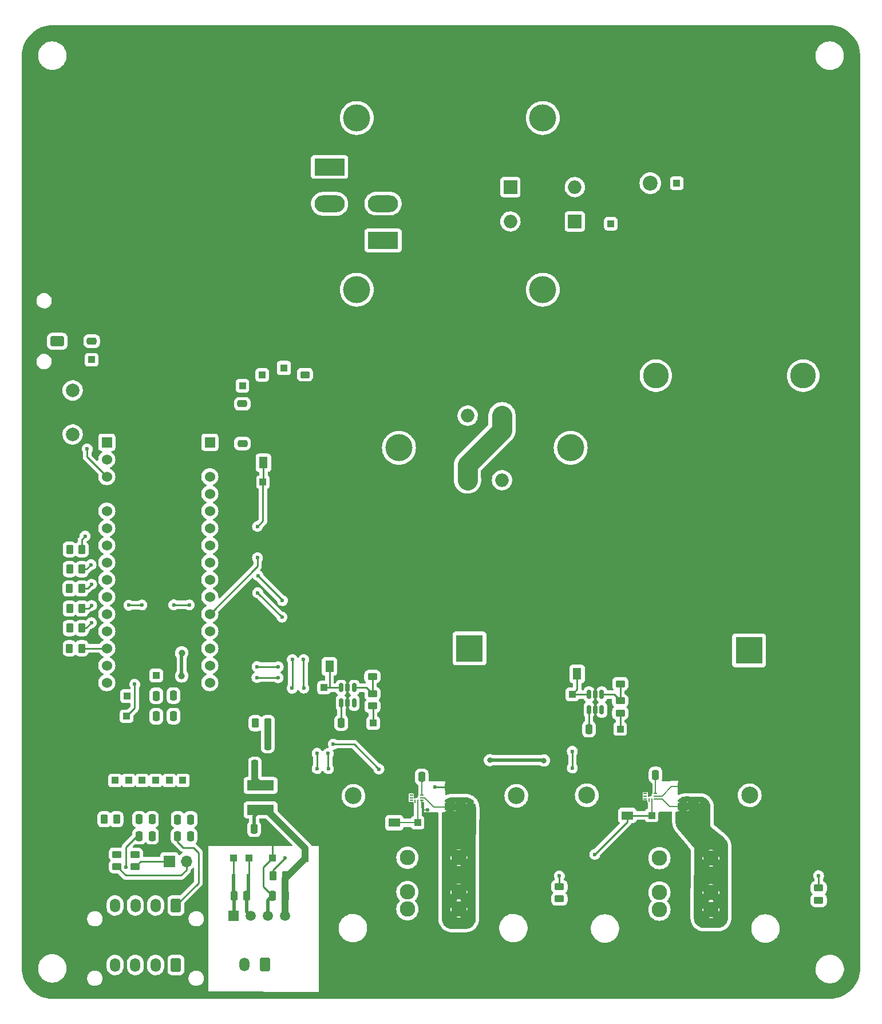
<source format=gbr>
%TF.GenerationSoftware,KiCad,Pcbnew,(6.0.1)*%
%TF.CreationDate,2022-02-04T14:14:18-06:00*%
%TF.ProjectId,MPPT,4d505054-2e6b-4696-9361-645f70636258,1.3.0*%
%TF.SameCoordinates,Original*%
%TF.FileFunction,Copper,L2,Bot*%
%TF.FilePolarity,Positive*%
%FSLAX46Y46*%
G04 Gerber Fmt 4.6, Leading zero omitted, Abs format (unit mm)*
G04 Created by KiCad (PCBNEW (6.0.1)) date 2022-02-04 14:14:18*
%MOMM*%
%LPD*%
G01*
G04 APERTURE LIST*
G04 Aperture macros list*
%AMRoundRect*
0 Rectangle with rounded corners*
0 $1 Rounding radius*
0 $2 $3 $4 $5 $6 $7 $8 $9 X,Y pos of 4 corners*
0 Add a 4 corners polygon primitive as box body*
4,1,4,$2,$3,$4,$5,$6,$7,$8,$9,$2,$3,0*
0 Add four circle primitives for the rounded corners*
1,1,$1+$1,$2,$3*
1,1,$1+$1,$4,$5*
1,1,$1+$1,$6,$7*
1,1,$1+$1,$8,$9*
0 Add four rect primitives between the rounded corners*
20,1,$1+$1,$2,$3,$4,$5,0*
20,1,$1+$1,$4,$5,$6,$7,0*
20,1,$1+$1,$6,$7,$8,$9,0*
20,1,$1+$1,$8,$9,$2,$3,0*%
G04 Aperture macros list end*
%TA.AperFunction,ComponentPad*%
%ADD10RoundRect,0.250001X0.759999X-0.499999X0.759999X0.499999X-0.759999X0.499999X-0.759999X-0.499999X0*%
%TD*%
%TA.AperFunction,ComponentPad*%
%ADD11O,2.020000X1.500000*%
%TD*%
%TA.AperFunction,ComponentPad*%
%ADD12C,2.286000*%
%TD*%
%TA.AperFunction,ComponentPad*%
%ADD13RoundRect,0.250001X0.499999X0.759999X-0.499999X0.759999X-0.499999X-0.759999X0.499999X-0.759999X0*%
%TD*%
%TA.AperFunction,ComponentPad*%
%ADD14O,1.500000X2.020000*%
%TD*%
%TA.AperFunction,ComponentPad*%
%ADD15C,2.000000*%
%TD*%
%TA.AperFunction,ComponentPad*%
%ADD16C,4.000000*%
%TD*%
%TA.AperFunction,ComponentPad*%
%ADD17R,2.000000X2.000000*%
%TD*%
%TA.AperFunction,ComponentPad*%
%ADD18O,2.000000X2.000000*%
%TD*%
%TA.AperFunction,ComponentPad*%
%ADD19C,2.500000*%
%TD*%
%TA.AperFunction,ComponentPad*%
%ADD20R,1.530000X1.530000*%
%TD*%
%TA.AperFunction,ComponentPad*%
%ADD21C,1.530000*%
%TD*%
%TA.AperFunction,ComponentPad*%
%ADD22R,1.700000X1.700000*%
%TD*%
%TA.AperFunction,ComponentPad*%
%ADD23O,1.700000X1.700000*%
%TD*%
%TA.AperFunction,ComponentPad*%
%ADD24C,2.200000*%
%TD*%
%TA.AperFunction,ComponentPad*%
%ADD25R,4.000000X4.000000*%
%TD*%
%TA.AperFunction,ComponentPad*%
%ADD26R,1.508000X1.508000*%
%TD*%
%TA.AperFunction,ComponentPad*%
%ADD27C,1.508000*%
%TD*%
%TA.AperFunction,ComponentPad*%
%ADD28R,4.500000X2.500000*%
%TD*%
%TA.AperFunction,ComponentPad*%
%ADD29O,4.500000X2.500000*%
%TD*%
%TA.AperFunction,ComponentPad*%
%ADD30C,3.800000*%
%TD*%
%TA.AperFunction,SMDPad,CuDef*%
%ADD31R,1.000000X1.000000*%
%TD*%
%TA.AperFunction,SMDPad,CuDef*%
%ADD32R,0.225000X0.663000*%
%TD*%
%TA.AperFunction,SMDPad,CuDef*%
%ADD33R,0.225000X0.563000*%
%TD*%
%TA.AperFunction,SMDPad,CuDef*%
%ADD34R,0.563000X0.225000*%
%TD*%
%TA.AperFunction,SMDPad,CuDef*%
%ADD35R,1.300000X1.700000*%
%TD*%
%TA.AperFunction,SMDPad,CuDef*%
%ADD36RoundRect,0.250000X-0.450000X0.262500X-0.450000X-0.262500X0.450000X-0.262500X0.450000X0.262500X0*%
%TD*%
%TA.AperFunction,SMDPad,CuDef*%
%ADD37RoundRect,0.250000X-0.250000X-0.475000X0.250000X-0.475000X0.250000X0.475000X-0.250000X0.475000X0*%
%TD*%
%TA.AperFunction,SMDPad,CuDef*%
%ADD38RoundRect,0.250000X0.625000X-0.312500X0.625000X0.312500X-0.625000X0.312500X-0.625000X-0.312500X0*%
%TD*%
%TA.AperFunction,SMDPad,CuDef*%
%ADD39RoundRect,0.250000X0.250000X0.475000X-0.250000X0.475000X-0.250000X-0.475000X0.250000X-0.475000X0*%
%TD*%
%TA.AperFunction,SMDPad,CuDef*%
%ADD40RoundRect,0.250000X0.450000X-0.262500X0.450000X0.262500X-0.450000X0.262500X-0.450000X-0.262500X0*%
%TD*%
%TA.AperFunction,SMDPad,CuDef*%
%ADD41RoundRect,0.250000X0.262500X0.450000X-0.262500X0.450000X-0.262500X-0.450000X0.262500X-0.450000X0*%
%TD*%
%TA.AperFunction,SMDPad,CuDef*%
%ADD42R,1.700000X1.300000*%
%TD*%
%TA.AperFunction,SMDPad,CuDef*%
%ADD43RoundRect,0.150000X-0.150000X0.512500X-0.150000X-0.512500X0.150000X-0.512500X0.150000X0.512500X0*%
%TD*%
%TA.AperFunction,SMDPad,CuDef*%
%ADD44R,1.100000X1.100000*%
%TD*%
%TA.AperFunction,SMDPad,CuDef*%
%ADD45R,4.000000X1.500000*%
%TD*%
%TA.AperFunction,SMDPad,CuDef*%
%ADD46RoundRect,0.250000X-0.475000X0.250000X-0.475000X-0.250000X0.475000X-0.250000X0.475000X0.250000X0*%
%TD*%
%TA.AperFunction,SMDPad,CuDef*%
%ADD47R,0.500000X0.500000*%
%TD*%
%TA.AperFunction,SMDPad,CuDef*%
%ADD48RoundRect,0.250000X-0.625000X0.312500X-0.625000X-0.312500X0.625000X-0.312500X0.625000X0.312500X0*%
%TD*%
%TA.AperFunction,SMDPad,CuDef*%
%ADD49RoundRect,0.250000X0.475000X-0.250000X0.475000X0.250000X-0.475000X0.250000X-0.475000X-0.250000X0*%
%TD*%
%TA.AperFunction,ViaPad*%
%ADD50C,0.800000*%
%TD*%
%TA.AperFunction,ViaPad*%
%ADD51C,0.600000*%
%TD*%
%TA.AperFunction,ViaPad*%
%ADD52C,1.000000*%
%TD*%
%TA.AperFunction,Conductor*%
%ADD53C,0.500000*%
%TD*%
%TA.AperFunction,Conductor*%
%ADD54C,0.200000*%
%TD*%
%TA.AperFunction,Conductor*%
%ADD55C,0.250000*%
%TD*%
%TA.AperFunction,Conductor*%
%ADD56C,1.000000*%
%TD*%
%TA.AperFunction,Conductor*%
%ADD57C,3.000000*%
%TD*%
G04 APERTURE END LIST*
D10*
%TO.P,J2,1,Pin_1*%
%TO.N,+9V*%
X23245000Y-64710000D03*
D11*
%TO.P,J2,2,Pin_2*%
%TO.N,GND*%
X23245000Y-61710000D03*
%TD*%
D12*
%TO.P,J3,1,+*%
%TO.N,Net-(F1-Pad2)*%
X112315000Y-141160000D03*
X112315000Y-146240000D03*
X112315000Y-148780000D03*
%TO.P,J3,2,-*%
%TO.N,/-ARR*%
X119935000Y-146240000D03*
X119935000Y-141160000D03*
X119935000Y-148780000D03*
%TD*%
D13*
%TO.P,J6,1,5V*%
%TO.N,Net-(C19-Pad1)*%
X40795000Y-148167500D03*
D14*
%TO.P,J6,2,GND*%
%TO.N,Net-(C19-Pad2)*%
X37795000Y-148167500D03*
%TO.P,J6,3,CAN_H*%
%TO.N,Net-(J5-Pad3)*%
X34795000Y-148167500D03*
%TO.P,J6,4,CAN_L*%
%TO.N,Net-(J5-Pad4)*%
X31795000Y-148167500D03*
%TD*%
D15*
%TO.P,SW1,1,1*%
%TO.N,GND*%
X21010000Y-71990000D03*
X21010000Y-78490000D03*
%TO.P,SW1,2,2*%
%TO.N,/Reset*%
X25510000Y-78490000D03*
X25510000Y-71990000D03*
%TD*%
D16*
%TO.P,HS3,1*%
%TO.N,N/C*%
X73785000Y-80475000D03*
X99185000Y-80475000D03*
%TD*%
D17*
%TO.P,D6,1,K*%
%TO.N,/+BATT*%
X89030000Y-75710000D03*
D18*
%TO.P,D6,2,A*%
%TO.N,Net-(D4-Pad2)*%
X83950000Y-75710000D03*
%TD*%
D13*
%TO.P,J5,1,5V*%
%TO.N,Net-(C19-Pad1)*%
X40790000Y-156967500D03*
D14*
%TO.P,J5,2,GND*%
%TO.N,Net-(C19-Pad2)*%
X37790000Y-156967500D03*
%TO.P,J5,3,CAN_H*%
%TO.N,Net-(J5-Pad3)*%
X34790000Y-156967500D03*
%TO.P,J5,4,CAN_L*%
%TO.N,Net-(J5-Pad4)*%
X31790000Y-156967500D03*
%TD*%
D17*
%TO.P,D5,1,K*%
%TO.N,/+BATT*%
X83950000Y-85255000D03*
D18*
%TO.P,D5,2,A*%
%TO.N,Net-(D4-Pad2)*%
X89030000Y-85255000D03*
%TD*%
D19*
%TO.P,F2,1*%
%TO.N,Net-(F2-Pad1)*%
X67045000Y-131955000D03*
%TO.P,F2,2*%
%TO.N,/+BATT*%
X91145000Y-131955000D03*
%TD*%
D16*
%TO.P,HS2,1*%
%TO.N,N/C*%
X95065000Y-31690000D03*
X95065000Y-57090000D03*
%TD*%
D13*
%TO.P,J1,1,+12V*%
%TO.N,+12V*%
X53942500Y-156885000D03*
D14*
%TO.P,J1,2,GND*%
%TO.N,GNDPWR*%
X50942500Y-156885000D03*
%TD*%
D20*
%TO.P,U2,1,D1*%
%TO.N,/Heartbeat*%
X30565000Y-79655000D03*
D21*
%TO.P,U2,2,D0*%
%TO.N,/Tracking*%
X30565000Y-82195000D03*
%TO.P,U2,3,RST*%
%TO.N,/Reset*%
X30565000Y-84735000D03*
%TO.P,U2,4,GND*%
%TO.N,GND*%
X30565000Y-87275000D03*
%TO.P,U2,5,D2*%
%TO.N,/CAN_Tx*%
X30565000Y-89815000D03*
%TO.P,U2,6,D3*%
%TO.N,/Error*%
X30565000Y-92355000D03*
%TO.P,U2,7,D4*%
%TO.N,unconnected-(U2-Pad7)*%
X30565000Y-94895000D03*
%TO.P,U2,8,D5*%
%TO.N,unconnected-(U2-Pad8)*%
X30565000Y-97435000D03*
%TO.P,U2,9,D6*%
%TO.N,unconnected-(U2-Pad9)*%
X30565000Y-99975000D03*
%TO.P,U2,10,D7*%
%TO.N,Net-(SW2-Pad4)*%
X30565000Y-102515000D03*
%TO.P,U2,11,D8*%
%TO.N,Net-(SW2-Pad3)*%
X30565000Y-105055000D03*
%TO.P,U2,12,D9*%
%TO.N,unconnected-(U2-Pad12)*%
X30565000Y-107595000D03*
%TO.P,U2,13,D10*%
%TO.N,/CAN_Rx*%
X30565000Y-110135000D03*
%TO.P,U2,14,D11*%
%TO.N,unconnected-(U2-Pad14)*%
X30565000Y-112675000D03*
%TO.P,U2,15,D12*%
%TO.N,unconnected-(U2-Pad15)*%
X30565000Y-115215000D03*
%TO.P,U2,16,D13*%
%TO.N,unconnected-(U2-Pad16)*%
X45805000Y-115215000D03*
%TO.P,U2,17,+3V3*%
%TO.N,+3V3*%
X45805000Y-112675000D03*
%TO.P,U2,18,AREF*%
%TO.N,unconnected-(U2-Pad18)*%
X45805000Y-110135000D03*
%TO.P,U2,19,A0*%
%TO.N,unconnected-(U2-Pad19)*%
X45805000Y-107595000D03*
%TO.P,U2,20,A1*%
%TO.N,/PWM*%
X45805000Y-105055000D03*
%TO.P,U2,21,A2*%
%TO.N,unconnected-(U2-Pad21)*%
X45805000Y-102515000D03*
%TO.P,U2,22,A3*%
%TO.N,/Battery_Current*%
X45805000Y-99975000D03*
%TO.P,U2,23,A4*%
%TO.N,/Battery_Voltage*%
X45805000Y-97435000D03*
%TO.P,U2,24,A5*%
%TO.N,/Array_Current*%
X45805000Y-94895000D03*
%TO.P,U2,25,A6*%
%TO.N,/Array_Voltage*%
X45805000Y-92355000D03*
%TO.P,U2,26,A7*%
%TO.N,unconnected-(U2-Pad26)*%
X45805000Y-89815000D03*
%TO.P,U2,27,+5V*%
%TO.N,+5V*%
X45805000Y-87275000D03*
%TO.P,U2,28,RST*%
%TO.N,/Reset*%
X45805000Y-84735000D03*
%TO.P,U2,29,GND*%
%TO.N,GND*%
X45805000Y-82195000D03*
D20*
%TO.P,U2,30,VIN*%
%TO.N,+9V*%
X45805000Y-79655000D03*
%TD*%
D17*
%TO.P,R5,1*%
%TO.N,Net-(D4-Pad2)*%
X99800000Y-46985000D03*
D18*
%TO.P,R5,2*%
%TO.N,Net-(C9-Pad1)*%
X99800000Y-41905000D03*
%TD*%
D16*
%TO.P,HS1,1*%
%TO.N,N/C*%
X67530000Y-57085000D03*
X67530000Y-31685000D03*
%TD*%
D22*
%TO.P,JP1,1,A*%
%TO.N,Net-(JP1-Pad1)*%
X39825000Y-141620000D03*
D23*
%TO.P,JP1,2,B*%
%TO.N,Net-(JP1-Pad2)*%
X42365000Y-141620000D03*
%TD*%
D24*
%TO.P,C9,1*%
%TO.N,Net-(C9-Pad1)*%
X110975000Y-41325000D03*
%TO.P,C9,2*%
%TO.N,GND*%
X125975000Y-41325000D03*
%TD*%
D25*
%TO.P,CP1,1*%
%TO.N,/+ARR*%
X125570000Y-110435000D03*
D16*
%TO.P,CP1,2*%
%TO.N,GND*%
X115570000Y-110435000D03*
%TD*%
D26*
%TO.P,U1,1,-VIN*%
%TO.N,GNDPWR*%
X49347500Y-149695000D03*
D27*
%TO.P,U1,2,+VIN*%
%TO.N,+12V*%
X51887500Y-149695000D03*
%TO.P,U1,3,-VOUT*%
%TO.N,GND*%
X54427500Y-149695000D03*
%TO.P,U1,4,+VOUT*%
%TO.N,+5V*%
X56967500Y-149695000D03*
%TD*%
D28*
%TO.P,Q1,1,G*%
%TO.N,/Drive_PWM*%
X63525000Y-38930000D03*
D29*
%TO.P,Q1,2,D*%
%TO.N,Net-(D4-Pad2)*%
X63525000Y-44380000D03*
%TO.P,Q1,3,S*%
%TO.N,GND*%
X63525000Y-49830000D03*
%TD*%
D12*
%TO.P,J4,1,+*%
%TO.N,Net-(F2-Pad1)*%
X75035000Y-148715000D03*
X75035000Y-146175000D03*
X75035000Y-141095000D03*
%TO.P,J4,2,-*%
%TO.N,/-BATT*%
X82655000Y-148715000D03*
X82655000Y-146175000D03*
X82655000Y-141095000D03*
%TD*%
D17*
%TO.P,D4,1,K*%
%TO.N,Net-(C9-Pad1)*%
X90270000Y-41905000D03*
D18*
%TO.P,D4,2,A*%
%TO.N,Net-(D4-Pad2)*%
X90270000Y-46985000D03*
%TD*%
D28*
%TO.P,Q2,1,G*%
%TO.N,/Drive_PWM*%
X71435000Y-49800000D03*
D29*
%TO.P,Q2,2,D*%
%TO.N,Net-(D4-Pad2)*%
X71435000Y-44350000D03*
%TO.P,Q2,3,S*%
%TO.N,GND*%
X71435000Y-38900000D03*
%TD*%
D30*
%TO.P,L2,1,1*%
%TO.N,/+ARR*%
X133590000Y-69795000D03*
%TO.P,L2,2,2*%
%TO.N,Net-(D4-Pad2)*%
X111790000Y-69795000D03*
%TD*%
D19*
%TO.P,F1,1*%
%TO.N,/+ARR*%
X125670000Y-131874000D03*
%TO.P,F1,2*%
%TO.N,Net-(F1-Pad2)*%
X101570000Y-131874000D03*
%TD*%
D25*
%TO.P,CP2,1*%
%TO.N,/+BATT*%
X84225000Y-110145000D03*
D16*
%TO.P,CP2,2*%
%TO.N,GND*%
X74225000Y-110145000D03*
%TD*%
D31*
%TO.P,TP16,1,1*%
%TO.N,/Array_Current*%
X111165000Y-134851000D03*
%TD*%
D32*
%TO.P,U6,1,REF*%
%TO.N,GND*%
X76181666Y-131717500D03*
D33*
%TO.P,U6,2,V-*%
X76581666Y-131667500D03*
D34*
%TO.P,U6,3,V+*%
%TO.N,+9VA*%
X77150166Y-131836000D03*
%TO.P,U6,4,+*%
%TO.N,/-BATT*%
X77150166Y-132236000D03*
%TO.P,U6,5,-*%
%TO.N,GND*%
X77150166Y-132636000D03*
D33*
%TO.P,U6,6*%
%TO.N,/Battery_Current*%
X76581666Y-132804500D03*
%TO.P,U6,7*%
%TO.N,N/C*%
X76181666Y-132804500D03*
D34*
%TO.P,U6,8*%
X75613166Y-132636000D03*
%TO.P,U6,9*%
X75613166Y-132236000D03*
%TO.P,U6,10*%
X75613166Y-131836000D03*
%TD*%
D35*
%TO.P,D2,1,K*%
%TO.N,/PWM*%
X53730000Y-82680000D03*
%TO.P,D2,2,A*%
%TO.N,GND*%
X57230000Y-82680000D03*
%TD*%
D36*
%TO.P,R10,1*%
%TO.N,Net-(R10-Pad1)*%
X69865000Y-116842500D03*
%TO.P,R10,2*%
%TO.N,/+BATT*%
X69865000Y-118667500D03*
%TD*%
D37*
%TO.P,C19,1*%
%TO.N,Net-(C19-Pad1)*%
X41040000Y-137905000D03*
%TO.P,C19,2*%
%TO.N,Net-(C19-Pad2)*%
X42940000Y-137905000D03*
%TD*%
D31*
%TO.P,TP17,1,1*%
%TO.N,/-BATT*%
X84325000Y-133576000D03*
%TD*%
D38*
%TO.P,R6,1*%
%TO.N,/-ARR*%
X115840000Y-133512500D03*
%TO.P,R6,2*%
%TO.N,GND*%
X115840000Y-130587500D03*
%TD*%
D31*
%TO.P,TP26,1,1*%
%TO.N,Net-(C18-Pad1)*%
X41815000Y-129670000D03*
%TD*%
D37*
%TO.P,C14,1*%
%TO.N,+5V*%
X40430000Y-117115000D03*
%TO.P,C14,2*%
%TO.N,GND*%
X42330000Y-117115000D03*
%TD*%
D39*
%TO.P,C15,1*%
%TO.N,GND*%
X42335000Y-120155000D03*
%TO.P,C15,2*%
%TO.N,+5V*%
X40435000Y-120155000D03*
%TD*%
D40*
%TO.P,R9,1*%
%TO.N,Net-(R8-Pad1)*%
X106520000Y-115368750D03*
%TO.P,R9,2*%
%TO.N,GND*%
X106520000Y-113543750D03*
%TD*%
D31*
%TO.P,TP5,1,1*%
%TO.N,+5V*%
X59930000Y-141220000D03*
%TD*%
D41*
%TO.P,R3,1*%
%TO.N,+9VA*%
X54375000Y-121195000D03*
%TO.P,R3,2*%
%TO.N,Net-(LED2-Pad2)*%
X52550000Y-121195000D03*
%TD*%
D37*
%TO.P,C11,1*%
%TO.N,GND*%
X75245000Y-129141000D03*
%TO.P,C11,2*%
%TO.N,+9VA*%
X77145000Y-129141000D03*
%TD*%
%TO.P,C7,1*%
%TO.N,Net-(C7-Pad1)*%
X52480000Y-127390000D03*
%TO.P,C7,2*%
%TO.N,GND*%
X54380000Y-127390000D03*
%TD*%
D31*
%TO.P,TP18,1,1*%
%TO.N,GND*%
X84290000Y-130636000D03*
%TD*%
%TO.P,TP31,1,1*%
%TO.N,Net-(J5-Pad4)*%
X31790000Y-129670000D03*
%TD*%
%TO.P,TP23,1,1*%
%TO.N,/Battery_Voltage*%
X62710000Y-115940000D03*
%TD*%
D35*
%TO.P,D10,1,K*%
%TO.N,/Battery_Voltage*%
X63495000Y-112810000D03*
%TO.P,D10,2,A*%
%TO.N,GND*%
X66995000Y-112810000D03*
%TD*%
D31*
%TO.P,TP19,1,1*%
%TO.N,/Battery_Current*%
X76546666Y-135926000D03*
%TD*%
D42*
%TO.P,D8,1,K*%
%TO.N,/Battery_Current*%
X73110000Y-135941000D03*
%TO.P,D8,2,A*%
%TO.N,GND*%
X73110000Y-132441000D03*
%TD*%
D40*
%TO.P,R14,1*%
%TO.N,Net-(JP1-Pad2)*%
X32050000Y-142425000D03*
%TO.P,R14,2*%
%TO.N,Net-(J5-Pad4)*%
X32050000Y-140600000D03*
%TD*%
D31*
%TO.P,TP1,1,1*%
%TO.N,+12V*%
X51557500Y-141145000D03*
%TD*%
D37*
%TO.P,C18,1*%
%TO.N,Net-(C18-Pad1)*%
X41055000Y-135435000D03*
%TO.P,C18,2*%
%TO.N,Net-(C18-Pad2)*%
X42955000Y-135435000D03*
%TD*%
%TO.P,C20,1*%
%TO.N,Net-(C19-Pad2)*%
X35350000Y-137915000D03*
%TO.P,C20,2*%
%TO.N,Net-(C19-Pad1)*%
X37250000Y-137915000D03*
%TD*%
%TO.P,C6,1*%
%TO.N,+5V*%
X52355000Y-136830000D03*
%TO.P,C6,2*%
%TO.N,GND*%
X54255000Y-136830000D03*
%TD*%
D31*
%TO.P,TP7,1,1*%
%TO.N,/PWM*%
X53665000Y-85550000D03*
%TD*%
%TO.P,TP25,1,1*%
%TO.N,/CAN_Rx*%
X33535000Y-117200000D03*
%TD*%
D39*
%TO.P,C2,1*%
%TO.N,+5V*%
X56977500Y-146730000D03*
%TO.P,C2,2*%
%TO.N,GND*%
X55077500Y-146730000D03*
%TD*%
D43*
%TO.P,U8,1*%
%TO.N,/Battery_Voltage*%
X65245000Y-115939882D03*
%TO.P,U8,2,V-*%
%TO.N,GND*%
X66195000Y-115939882D03*
%TO.P,U8,3,+*%
%TO.N,Net-(R10-Pad1)*%
X67145000Y-115939882D03*
%TO.P,U8,4,-*%
%TO.N,/Battery_Voltage*%
X67145000Y-118214882D03*
%TO.P,U8,5,~{SHDN}*%
%TO.N,GND*%
X66195000Y-118214882D03*
%TO.P,U8,6,V+*%
%TO.N,+9VA*%
X65245000Y-118214882D03*
%TD*%
D31*
%TO.P,TP27,1,1*%
%TO.N,Net-(C19-Pad1)*%
X37795000Y-129665000D03*
%TD*%
D41*
%TO.P,R12,1*%
%TO.N,Net-(R12-Pad1)*%
X32002500Y-135415000D03*
%TO.P,R12,2*%
%TO.N,Net-(C19-Pad2)*%
X30177500Y-135415000D03*
%TD*%
D40*
%TO.P,R11,1*%
%TO.N,Net-(R10-Pad1)*%
X69850000Y-114312500D03*
%TO.P,R11,2*%
%TO.N,GND*%
X69850000Y-112487500D03*
%TD*%
D31*
%TO.P,TP24,1,1*%
%TO.N,/CAN_Tx*%
X33505000Y-120180000D03*
%TD*%
D42*
%TO.P,D7,1,K*%
%TO.N,/Array_Current*%
X107565000Y-134846000D03*
%TO.P,D7,2,A*%
%TO.N,GND*%
X107565000Y-131346000D03*
%TD*%
D44*
%TO.P,D3,1,K*%
%TO.N,/Drive_PWM*%
X56760000Y-68665000D03*
%TO.P,D3,2,A*%
%TO.N,GND*%
X56760000Y-71465000D03*
%TD*%
D45*
%TO.P,L1,1*%
%TO.N,+5V*%
X53310000Y-134015000D03*
%TO.P,L1,2*%
%TO.N,Net-(C7-Pad1)*%
X53310000Y-130415000D03*
%TD*%
D31*
%TO.P,TP22,1,1*%
%TO.N,/+BATT*%
X69955000Y-121192500D03*
%TD*%
D36*
%TO.P,R16,1*%
%TO.N,/+BATT*%
X97515000Y-145375000D03*
%TO.P,R16,2*%
%TO.N,Net-(LED4-Pad2)*%
X97515000Y-147200000D03*
%TD*%
%TO.P,R8,1*%
%TO.N,Net-(R8-Pad1)*%
X106515000Y-117878750D03*
%TO.P,R8,2*%
%TO.N,/+ARR*%
X106515000Y-119703750D03*
%TD*%
D46*
%TO.P,C4,1*%
%TO.N,GND*%
X50630000Y-77930000D03*
%TO.P,C4,2*%
%TO.N,+9VA*%
X50630000Y-79830000D03*
%TD*%
D31*
%TO.P,TP30,1,1*%
%TO.N,Net-(J5-Pad3)*%
X33785000Y-129670000D03*
%TD*%
%TO.P,TP8,1,1*%
%TO.N,GND*%
X57245000Y-76820000D03*
%TD*%
D39*
%TO.P,C12,1*%
%TO.N,GND*%
X103785000Y-122083750D03*
%TO.P,C12,2*%
%TO.N,+9VA*%
X101885000Y-122083750D03*
%TD*%
D31*
%TO.P,TP29,1,1*%
%TO.N,Net-(C18-Pad2)*%
X39805000Y-129670000D03*
%TD*%
D36*
%TO.P,R13,1*%
%TO.N,Net-(J5-Pad3)*%
X34740000Y-140615000D03*
%TO.P,R13,2*%
%TO.N,Net-(JP1-Pad1)*%
X34740000Y-142440000D03*
%TD*%
D39*
%TO.P,C8,1*%
%TO.N,+9VA*%
X54370000Y-124435000D03*
%TO.P,C8,2*%
%TO.N,GND*%
X52470000Y-124435000D03*
%TD*%
D41*
%TO.P,R17,1*%
%TO.N,/Heartbeat*%
X26887500Y-95510000D03*
%TO.P,R17,2*%
%TO.N,Net-(LED5-Pad2)*%
X25062500Y-95510000D03*
%TD*%
D31*
%TO.P,TP4,1,1*%
%TO.N,+3V3*%
X37870000Y-114145000D03*
%TD*%
D36*
%TO.P,R15,1*%
%TO.N,/+ARR*%
X135870000Y-145574000D03*
%TO.P,R15,2*%
%TO.N,Net-(LED3-Pad2)*%
X135870000Y-147399000D03*
%TD*%
D41*
%TO.P,R1,1*%
%TO.N,+5V*%
X57012500Y-143775000D03*
%TO.P,R1,2*%
%TO.N,Net-(LED1-Pad2)*%
X55187500Y-143775000D03*
%TD*%
D31*
%TO.P,TP21,1,1*%
%TO.N,/Array_Voltage*%
X99420000Y-116943750D03*
%TD*%
%TO.P,TP2,1,1*%
%TO.N,GNDPWR*%
X49350000Y-141170000D03*
%TD*%
D39*
%TO.P,C13,1*%
%TO.N,GND*%
X67140000Y-121145000D03*
%TO.P,C13,2*%
%TO.N,+9VA*%
X65240000Y-121145000D03*
%TD*%
D43*
%TO.P,U7,1*%
%TO.N,/Array_Voltage*%
X101895000Y-116951250D03*
%TO.P,U7,2,V-*%
%TO.N,GND*%
X102845000Y-116951250D03*
%TO.P,U7,3,+*%
%TO.N,Net-(R8-Pad1)*%
X103795000Y-116951250D03*
%TO.P,U7,4,-*%
%TO.N,/Array_Voltage*%
X103795000Y-119226250D03*
%TO.P,U7,5,~{SHDN}*%
%TO.N,GND*%
X102845000Y-119226250D03*
%TO.P,U7,6,V+*%
%TO.N,+9VA*%
X101895000Y-119226250D03*
%TD*%
D37*
%TO.P,C16,1*%
%TO.N,GND*%
X35980000Y-117155000D03*
%TO.P,C16,2*%
%TO.N,+3V3*%
X37880000Y-117155000D03*
%TD*%
D31*
%TO.P,TP12,1,1*%
%TO.N,Net-(C9-Pad1)*%
X114880000Y-41345000D03*
%TD*%
%TO.P,TP13,1,1*%
%TO.N,GND*%
X121900000Y-41370000D03*
%TD*%
D39*
%TO.P,C1,1*%
%TO.N,+12V*%
X51262500Y-146765000D03*
%TO.P,C1,2*%
%TO.N,GNDPWR*%
X49362500Y-146765000D03*
%TD*%
D31*
%TO.P,TP9,1,1*%
%TO.N,+9VA*%
X50625000Y-71295000D03*
%TD*%
%TO.P,TP11,1,1*%
%TO.N,Net-(D4-Pad2)*%
X105130000Y-47320000D03*
%TD*%
%TO.P,TP6,1,1*%
%TO.N,GND*%
X55077500Y-141125000D03*
%TD*%
D39*
%TO.P,C17,1*%
%TO.N,+3V3*%
X37875000Y-120175000D03*
%TO.P,C17,2*%
%TO.N,GND*%
X35975000Y-120175000D03*
%TD*%
D41*
%TO.P,R21,1*%
%TO.N,/CAN_Tx*%
X26887500Y-107140000D03*
%TO.P,R21,2*%
%TO.N,Net-(LED9-Pad2)*%
X25062500Y-107140000D03*
%TD*%
D31*
%TO.P,TP15,1,1*%
%TO.N,/-ARR*%
X118775000Y-133511000D03*
%TD*%
D39*
%TO.P,C21,1*%
%TO.N,Net-(C19-Pad1)*%
X37250000Y-135425000D03*
%TO.P,C21,2*%
%TO.N,Net-(C19-Pad2)*%
X35350000Y-135425000D03*
%TD*%
D31*
%TO.P,TP20,1,1*%
%TO.N,/+ARR*%
X106505000Y-122068750D03*
%TD*%
D32*
%TO.P,U5,1,REF*%
%TO.N,GND*%
X110775000Y-131472500D03*
D33*
%TO.P,U5,2,V-*%
X111175000Y-131422500D03*
D34*
%TO.P,U5,3,V+*%
%TO.N,+9VA*%
X111743500Y-131591000D03*
%TO.P,U5,4,+*%
%TO.N,GND*%
X111743500Y-131991000D03*
%TO.P,U5,5,-*%
%TO.N,/-ARR*%
X111743500Y-132391000D03*
D33*
%TO.P,U5,6*%
%TO.N,/Array_Current*%
X111175000Y-132559500D03*
%TO.P,U5,7*%
%TO.N,N/C*%
X110775000Y-132559500D03*
D34*
%TO.P,U5,8*%
X110206500Y-132391000D03*
%TO.P,U5,9*%
X110206500Y-131991000D03*
%TO.P,U5,10*%
X110206500Y-131591000D03*
%TD*%
D47*
%TO.P,D1,1,K*%
%TO.N,+12V*%
X51547500Y-143795000D03*
%TO.P,D1,2,A*%
%TO.N,GNDPWR*%
X49347500Y-143795000D03*
%TD*%
D41*
%TO.P,R22,1*%
%TO.N,/Error*%
X26860000Y-101295000D03*
%TO.P,R22,2*%
%TO.N,Net-(R22-Pad2)*%
X25035000Y-101295000D03*
%TD*%
D31*
%TO.P,TP28,1,1*%
%TO.N,Net-(C19-Pad2)*%
X35785000Y-129670000D03*
%TD*%
%TO.P,TP14,1,1*%
%TO.N,GND*%
X118775000Y-130571000D03*
%TD*%
D48*
%TO.P,R7,1*%
%TO.N,GND*%
X81360000Y-130643500D03*
%TO.P,R7,2*%
%TO.N,/-BATT*%
X81360000Y-133568500D03*
%TD*%
D35*
%TO.P,D9,1,K*%
%TO.N,/Array_Voltage*%
X100150000Y-113913750D03*
%TO.P,D9,2,A*%
%TO.N,GND*%
X103650000Y-113913750D03*
%TD*%
D31*
%TO.P,TP3,1,1*%
%TO.N,+9V*%
X28325000Y-67440000D03*
%TD*%
D41*
%TO.P,R20,1*%
%TO.N,/CAN_Rx*%
X26880000Y-110130000D03*
%TO.P,R20,2*%
%TO.N,Net-(LED8-Pad2)*%
X25055000Y-110130000D03*
%TD*%
D37*
%TO.P,C10,1*%
%TO.N,GND*%
X109830000Y-128866000D03*
%TO.P,C10,2*%
%TO.N,+9VA*%
X111730000Y-128866000D03*
%TD*%
D46*
%TO.P,C5,1*%
%TO.N,+9VA*%
X50610000Y-73965000D03*
%TO.P,C5,2*%
%TO.N,GND*%
X50610000Y-75865000D03*
%TD*%
D31*
%TO.P,TP10,1,1*%
%TO.N,/Drive_PWM*%
X53570000Y-69670000D03*
%TD*%
D36*
%TO.P,R4,1*%
%TO.N,/Drive_PWM*%
X59885000Y-69650000D03*
%TO.P,R4,2*%
%TO.N,GND*%
X59885000Y-71475000D03*
%TD*%
D41*
%TO.P,R19,1*%
%TO.N,/PWM*%
X26885000Y-104250000D03*
%TO.P,R19,2*%
%TO.N,Net-(LED7-Pad2)*%
X25060000Y-104250000D03*
%TD*%
D49*
%TO.P,C3,1*%
%TO.N,+9V*%
X28325000Y-64685000D03*
%TO.P,C3,2*%
%TO.N,GND*%
X28325000Y-62785000D03*
%TD*%
D41*
%TO.P,R18,1*%
%TO.N,/Tracking*%
X26887500Y-98420000D03*
%TO.P,R18,2*%
%TO.N,Net-(LED6-Pad2)*%
X25062500Y-98420000D03*
%TD*%
D50*
%TO.N,+9VA*%
X95240000Y-126715000D03*
X87220000Y-126665000D03*
D51*
%TO.N,GND*%
X28290000Y-99105000D03*
X79095000Y-130655000D03*
X50645000Y-119410000D03*
D52*
X58595000Y-134300000D03*
D51*
X55077500Y-141145000D03*
D52*
X48435000Y-126675000D03*
D51*
X42335000Y-120155000D03*
X28305000Y-111610000D03*
X28305000Y-107560000D03*
X24300000Y-85330000D03*
X28315000Y-102095000D03*
X41090000Y-125245000D03*
D52*
X57245000Y-76820000D03*
D51*
X21765000Y-85330000D03*
X78050000Y-134006000D03*
X30900000Y-120225000D03*
D52*
X57230000Y-82680000D03*
D51*
X26275000Y-93550000D03*
X42325000Y-125275000D03*
X28295000Y-104925000D03*
%TO.N,+9V*%
X28325000Y-64685000D03*
X28325000Y-67440000D03*
D52*
%TO.N,Net-(C7-Pad1)*%
X53310000Y-130415000D03*
%TO.N,+9VA*%
X50630000Y-79830000D03*
X50610000Y-73965000D03*
D51*
X111730000Y-128866000D03*
X65245000Y-121140000D03*
X77145000Y-129141000D03*
D52*
X54370000Y-124435000D03*
D51*
X101895000Y-122073750D03*
X50625000Y-71295000D03*
%TO.N,Net-(C9-Pad1)*%
X114880000Y-41345000D03*
%TO.N,+5V*%
X40435000Y-120155000D03*
X40430000Y-117115000D03*
D52*
X53310000Y-134015000D03*
X41645000Y-114205000D03*
X41650000Y-110805000D03*
D51*
%TO.N,+3V3*%
X37870000Y-114145000D03*
X37875000Y-120175000D03*
X37880000Y-117155000D03*
%TO.N,/Array_Voltage*%
X59705000Y-116015000D03*
X101895000Y-116951250D03*
X103810000Y-119223750D03*
X56535000Y-103070000D03*
X99430000Y-125360000D03*
X59675000Y-111785000D03*
X99430000Y-127855000D03*
X52945000Y-99395000D03*
X63315000Y-125690000D03*
X63345000Y-127940000D03*
X99420000Y-116943750D03*
%TO.N,/Battery_Voltage*%
X65245000Y-115939882D03*
X55925000Y-112865000D03*
X67145000Y-118230000D03*
X63565000Y-112908882D03*
X52795000Y-112840000D03*
%TO.N,/Array_Current*%
X102750000Y-140620000D03*
X52890000Y-101925000D03*
X57990000Y-116035000D03*
X61675000Y-127935000D03*
X56480000Y-105505000D03*
X58010000Y-111790000D03*
X61675000Y-125650000D03*
%TO.N,/Battery_Current*%
X64065000Y-124305000D03*
X76546666Y-135926000D03*
X52775000Y-114440000D03*
X70820000Y-127986000D03*
X55910000Y-114480000D03*
D52*
%TO.N,/Drive_PWM*%
X59885000Y-69650000D03*
X56760000Y-68665000D03*
D51*
X53580000Y-69675000D03*
%TO.N,/PWM*%
X52860000Y-96720000D03*
X28320000Y-103795000D03*
X42760000Y-103715000D03*
X35750000Y-103720000D03*
X53730000Y-82680000D03*
X40475000Y-103695000D03*
X52860000Y-92110000D03*
X33830000Y-103755000D03*
%TO.N,Net-(C18-Pad1)*%
X40875000Y-135600000D03*
X41815000Y-129670000D03*
%TO.N,Net-(C18-Pad2)*%
X39805000Y-129670000D03*
X43115000Y-135585000D03*
%TO.N,Net-(LED1-Pad2)*%
X56952500Y-141145000D03*
%TO.N,Net-(LED2-Pad2)*%
X52527500Y-121195000D03*
%TO.N,Net-(LED3-Pad2)*%
X135870000Y-147399000D03*
%TO.N,Net-(LED4-Pad2)*%
X97515000Y-147200000D03*
%TO.N,Net-(LED5-Pad2)*%
X25062500Y-95510000D03*
%TO.N,Net-(LED6-Pad2)*%
X25062500Y-98420000D03*
%TO.N,Net-(LED7-Pad2)*%
X25060000Y-104250000D03*
%TO.N,Net-(LED8-Pad2)*%
X25027500Y-110130000D03*
%TO.N,Net-(LED9-Pad2)*%
X25062500Y-107140000D03*
%TO.N,/Tracking*%
X28240000Y-97760000D03*
%TO.N,/CAN_Tx*%
X33505000Y-120180000D03*
X28280000Y-106340000D03*
X34695000Y-115450000D03*
%TO.N,/CAN_Rx*%
X33535000Y-117200000D03*
%TO.N,/Reset*%
X27665000Y-80645000D03*
%TO.N,Net-(C19-Pad1)*%
X37795000Y-129665000D03*
X37250000Y-135425000D03*
X37250000Y-137915000D03*
X40890000Y-137725000D03*
%TO.N,Net-(C19-Pad2)*%
X35350000Y-135425000D03*
X43115000Y-137710000D03*
X35785000Y-129670000D03*
X35350000Y-137915000D03*
X30177500Y-135415000D03*
X33400000Y-142490000D03*
%TO.N,/+ARR*%
X135860000Y-143755000D03*
X106515000Y-119703750D03*
%TO.N,/+BATT*%
X69865000Y-118667500D03*
X97510000Y-143810000D03*
%TO.N,Net-(J5-Pad3)*%
X34350000Y-140615000D03*
X33785000Y-129670000D03*
%TO.N,Net-(J5-Pad4)*%
X32450000Y-140615000D03*
X31790000Y-129670000D03*
%TO.N,Net-(D4-Pad2)*%
X105130000Y-47320000D03*
%TO.N,/Error*%
X28315000Y-100660000D03*
%TO.N,Net-(R12-Pad1)*%
X32002500Y-135415000D03*
%TO.N,/Heartbeat*%
X27350000Y-93525000D03*
%TO.N,Net-(R22-Pad2)*%
X25035000Y-101295000D03*
%TD*%
D53*
%TO.N,+9VA*%
X95190000Y-126665000D02*
X95240000Y-126715000D01*
X87220000Y-126665000D02*
X95190000Y-126665000D01*
D54*
%TO.N,GND*%
X111743500Y-131991000D02*
X112705000Y-131991000D01*
D55*
X66195000Y-115939882D02*
X66195000Y-113610000D01*
X66195000Y-115939882D02*
X66195000Y-118214882D01*
X53710000Y-142485000D02*
X53710000Y-145362500D01*
X53710000Y-145362500D02*
X55077500Y-146730000D01*
X55077500Y-141125000D02*
X55077500Y-139002500D01*
X102845000Y-116951250D02*
X102845000Y-114718750D01*
X102845000Y-119226250D02*
X102845000Y-121143750D01*
D54*
X76181666Y-131717500D02*
X76181666Y-130077666D01*
D55*
X66195000Y-113610000D02*
X66995000Y-112810000D01*
X102845000Y-114718750D02*
X103650000Y-113913750D01*
D54*
X77150166Y-132636000D02*
X77150166Y-133711166D01*
X77150166Y-133711166D02*
X77445000Y-134006000D01*
D55*
X79095000Y-130655000D02*
X81348500Y-130655000D01*
D54*
X114108500Y-130587500D02*
X115840000Y-130587500D01*
D55*
X102845000Y-121143750D02*
X103785000Y-122083750D01*
X66195000Y-118214882D02*
X66195000Y-120200000D01*
D54*
X112705000Y-131991000D02*
X114108500Y-130587500D01*
X111175000Y-131422500D02*
X111175000Y-130211000D01*
D55*
X55050000Y-141145000D02*
X53710000Y-142485000D01*
D54*
X77445000Y-134006000D02*
X78050000Y-134006000D01*
D55*
X102845000Y-116951250D02*
X102845000Y-119226250D01*
D53*
X54427500Y-149695000D02*
X54427500Y-147380000D01*
X54427500Y-147380000D02*
X55077500Y-146730000D01*
D54*
X110775000Y-131472500D02*
X110775000Y-129811000D01*
X76581666Y-131667500D02*
X76581666Y-130477666D01*
D55*
X66195000Y-120200000D02*
X67140000Y-121145000D01*
D54*
X75245000Y-129141000D02*
X76581666Y-130477666D01*
X109830000Y-128866000D02*
X111175000Y-130211000D01*
D53*
%TO.N,GNDPWR*%
X49362500Y-146765000D02*
X49362500Y-149680000D01*
X49347500Y-143795000D02*
X49347500Y-146750000D01*
D55*
X49350000Y-141170000D02*
X49350000Y-143792500D01*
D56*
%TO.N,Net-(C7-Pad1)*%
X52480000Y-129585000D02*
X52480000Y-127390000D01*
X53310000Y-130415000D02*
X52480000Y-129585000D01*
D55*
%TO.N,+9VA*%
X101895000Y-119226250D02*
X101895000Y-122073750D01*
D54*
X111743500Y-131591000D02*
X111743500Y-128879500D01*
D56*
X54370000Y-124435000D02*
X54370000Y-121200000D01*
X101885000Y-122083750D02*
X101895000Y-122073750D01*
X65240000Y-121145000D02*
X65245000Y-121140000D01*
D55*
X65245000Y-118214882D02*
X65245000Y-121140000D01*
D54*
X77150166Y-131836000D02*
X77150166Y-129146166D01*
D56*
%TO.N,+5V*%
X59930000Y-139720000D02*
X54225000Y-134015000D01*
D53*
X56967500Y-149695000D02*
X56967500Y-143820000D01*
D56*
X56967500Y-149695000D02*
X56967500Y-144182500D01*
D53*
X41645000Y-110810000D02*
X41650000Y-110805000D01*
X52355000Y-134970000D02*
X53310000Y-134015000D01*
D56*
X56967500Y-144182500D02*
X59930000Y-141220000D01*
D53*
X52355000Y-136830000D02*
X52355000Y-134970000D01*
X41645000Y-114205000D02*
X41645000Y-110810000D01*
D56*
X59930000Y-139720000D02*
X59930000Y-141220000D01*
D55*
%TO.N,/Array_Voltage*%
X100150000Y-116213750D02*
X99420000Y-116943750D01*
X59675000Y-111785000D02*
X59675000Y-115985000D01*
X63315000Y-125690000D02*
X63315000Y-127910000D01*
X100150000Y-113913750D02*
X100150000Y-116213750D01*
X59675000Y-115985000D02*
X59705000Y-116015000D01*
X63315000Y-127910000D02*
X63345000Y-127940000D01*
X99430000Y-127855000D02*
X99430000Y-125360000D01*
X56535000Y-102985000D02*
X56535000Y-103070000D01*
X52945000Y-99395000D02*
X56535000Y-102985000D01*
X99420000Y-116943750D02*
X101887500Y-116943750D01*
%TO.N,/Battery_Voltage*%
X63495000Y-112810000D02*
X63495000Y-115860118D01*
X55900000Y-112840000D02*
X55925000Y-112865000D01*
X62710000Y-115940000D02*
X63574882Y-115940000D01*
X52795000Y-112840000D02*
X55900000Y-112840000D01*
X63574882Y-115940000D02*
X65244882Y-115940000D01*
X63495000Y-115860118D02*
X63574882Y-115940000D01*
%TO.N,/Array_Current*%
X107565000Y-135805000D02*
X102750000Y-140620000D01*
X58010000Y-111790000D02*
X58010000Y-116015000D01*
X58010000Y-116015000D02*
X57990000Y-116035000D01*
X111165000Y-134851000D02*
X107570000Y-134851000D01*
X61675000Y-125650000D02*
X61675000Y-127935000D01*
X107565000Y-134846000D02*
X107565000Y-135805000D01*
X52890000Y-101925000D02*
X52900000Y-101925000D01*
D54*
X111175000Y-132559500D02*
X111175000Y-134841000D01*
D55*
X52900000Y-101925000D02*
X56480000Y-105505000D01*
%TO.N,/Battery_Current*%
X64065000Y-124305000D02*
X67139000Y-124305000D01*
D54*
X76581666Y-132804500D02*
X76581666Y-135891000D01*
D55*
X52775000Y-114440000D02*
X55870000Y-114440000D01*
D54*
X73110000Y-135941000D02*
X76531666Y-135941000D01*
D55*
X67139000Y-124305000D02*
X70820000Y-127986000D01*
X55870000Y-114440000D02*
X55910000Y-114480000D01*
D53*
%TO.N,+12V*%
X51547500Y-146480000D02*
X51262500Y-146765000D01*
D55*
X51557500Y-141145000D02*
X51557500Y-143785000D01*
D53*
X51262500Y-149070000D02*
X51887500Y-149695000D01*
X51547500Y-143795000D02*
X51547500Y-146480000D01*
X51262500Y-146765000D02*
X51262500Y-149070000D01*
D55*
%TO.N,/PWM*%
X42740000Y-103695000D02*
X42760000Y-103715000D01*
X52860000Y-98000000D02*
X52860000Y-96720000D01*
X35715000Y-103755000D02*
X35750000Y-103720000D01*
X45805000Y-105055000D02*
X52860000Y-98000000D01*
X53665000Y-91305000D02*
X53665000Y-85550000D01*
X33830000Y-103755000D02*
X35715000Y-103755000D01*
X52860000Y-92110000D02*
X53665000Y-91305000D01*
X53730000Y-82680000D02*
X53730000Y-85485000D01*
X27865000Y-104250000D02*
X28320000Y-103795000D01*
X26885000Y-104250000D02*
X27865000Y-104250000D01*
X40475000Y-103695000D02*
X42740000Y-103695000D01*
%TO.N,Net-(JP1-Pad1)*%
X35560000Y-141620000D02*
X39825000Y-141620000D01*
X34740000Y-142440000D02*
X35560000Y-141620000D01*
%TO.N,Net-(JP1-Pad2)*%
X42365000Y-141620000D02*
X42365000Y-142910000D01*
X33355000Y-143730000D02*
X32050000Y-142425000D01*
X42365000Y-142910000D02*
X41545000Y-143730000D01*
X41545000Y-143730000D02*
X33355000Y-143730000D01*
%TO.N,Net-(LED1-Pad2)*%
X55187500Y-143775000D02*
X55187500Y-142910000D01*
X55187500Y-142910000D02*
X56952500Y-141145000D01*
%TO.N,/Tracking*%
X27580000Y-98420000D02*
X28240000Y-97760000D01*
X26887500Y-98420000D02*
X27580000Y-98420000D01*
%TO.N,/CAN_Tx*%
X26887500Y-107140000D02*
X27480000Y-107140000D01*
X34695000Y-118990000D02*
X33505000Y-120180000D01*
X34695000Y-115450000D02*
X34695000Y-118990000D01*
X27480000Y-107140000D02*
X28280000Y-106340000D01*
%TO.N,/CAN_Rx*%
X30565000Y-110135000D02*
X26885000Y-110135000D01*
%TO.N,/Reset*%
X27665000Y-80645000D02*
X27665000Y-81835000D01*
X27665000Y-81835000D02*
X30565000Y-84735000D01*
%TO.N,Net-(C19-Pad1)*%
X43350000Y-139590000D02*
X44125000Y-140365000D01*
X44125000Y-144837500D02*
X40795000Y-148167500D01*
X41040000Y-137905000D02*
X41040000Y-138805000D01*
X44125000Y-140365000D02*
X44125000Y-144837500D01*
X41040000Y-138805000D02*
X41825000Y-139590000D01*
X41825000Y-139590000D02*
X43350000Y-139590000D01*
%TO.N,Net-(C19-Pad2)*%
X35015000Y-137915000D02*
X33400000Y-139530000D01*
X33400000Y-139530000D02*
X33400000Y-142490000D01*
%TO.N,/+ARR*%
X135870000Y-145574000D02*
X135870000Y-143765000D01*
X106515000Y-119703750D02*
X106515000Y-122058750D01*
X135870000Y-143765000D02*
X135860000Y-143755000D01*
D57*
%TO.N,/+BATT*%
X89030000Y-77895000D02*
X83905000Y-83020000D01*
X83905000Y-85210000D02*
X83950000Y-85255000D01*
X89030000Y-75710000D02*
X89030000Y-77895000D01*
D55*
X69955000Y-118757500D02*
X69955000Y-121192500D01*
D57*
X83905000Y-83020000D02*
X83905000Y-85210000D01*
D55*
X97515000Y-143815000D02*
X97510000Y-143810000D01*
X97515000Y-145375000D02*
X97515000Y-143815000D01*
D54*
%TO.N,/-ARR*%
X112740000Y-132391000D02*
X113861500Y-133512500D01*
X111743500Y-132391000D02*
X112740000Y-132391000D01*
X113861500Y-133512500D02*
X115840000Y-133512500D01*
%TO.N,/-BATT*%
X77631666Y-132236000D02*
X78981666Y-133586000D01*
X78981666Y-133586000D02*
X81342500Y-133586000D01*
X77150166Y-132236000D02*
X77631666Y-132236000D01*
D55*
%TO.N,/Error*%
X27680000Y-101295000D02*
X28315000Y-100660000D01*
X26860000Y-101295000D02*
X27680000Y-101295000D01*
%TO.N,Net-(R8-Pad1)*%
X105587500Y-116951250D02*
X106515000Y-117878750D01*
X106520000Y-115368750D02*
X106520000Y-117873750D01*
X103795000Y-116951250D02*
X105587500Y-116951250D01*
%TO.N,Net-(R10-Pad1)*%
X67145000Y-115939882D02*
X68962382Y-115939882D01*
X68962382Y-115939882D02*
X69865000Y-116842500D01*
X69850000Y-114312500D02*
X69850000Y-116827500D01*
%TO.N,/Heartbeat*%
X26887500Y-93987500D02*
X27350000Y-93525000D01*
X26887500Y-95510000D02*
X26887500Y-93987500D01*
%TD*%
%TA.AperFunction,Conductor*%
%TO.N,GND*%
G36*
X137470681Y-17971500D02*
G01*
X137484957Y-17973723D01*
X137484959Y-17973723D01*
X137493829Y-17975104D01*
X137502732Y-17973940D01*
X137513760Y-17972498D01*
X137535590Y-17971554D01*
X137886706Y-17986884D01*
X137897654Y-17987842D01*
X138275974Y-18037648D01*
X138286778Y-18039554D01*
X138659321Y-18122145D01*
X138669931Y-18124988D01*
X139033848Y-18239730D01*
X139044161Y-18243483D01*
X139396715Y-18389516D01*
X139406659Y-18394154D01*
X139745117Y-18570344D01*
X139754637Y-18575840D01*
X140076449Y-18780857D01*
X140085453Y-18787161D01*
X140388180Y-19019451D01*
X140388185Y-19019455D01*
X140396599Y-19026516D01*
X140677921Y-19284298D01*
X140685698Y-19292075D01*
X140943479Y-19573395D01*
X140950542Y-19581812D01*
X141066692Y-19733181D01*
X141182839Y-19884547D01*
X141189143Y-19893551D01*
X141394160Y-20215363D01*
X141399655Y-20224882D01*
X141562526Y-20537752D01*
X141575842Y-20563332D01*
X141580484Y-20573285D01*
X141726514Y-20925831D01*
X141730270Y-20936152D01*
X141830497Y-21254031D01*
X141845012Y-21300068D01*
X141847855Y-21310679D01*
X141930444Y-21683209D01*
X141932352Y-21694026D01*
X141976337Y-22028133D01*
X141982158Y-22072345D01*
X141983116Y-22083294D01*
X141993456Y-22320101D01*
X141998126Y-22427068D01*
X141996745Y-22451952D01*
X141996277Y-22454954D01*
X141996277Y-22454960D01*
X141994896Y-22463829D01*
X141996060Y-22472731D01*
X141996060Y-22472734D01*
X141998936Y-22494725D01*
X142000000Y-22511062D01*
X142000000Y-157421297D01*
X141998500Y-157440681D01*
X141994896Y-157463829D01*
X141996060Y-157472732D01*
X141997502Y-157483760D01*
X141998446Y-157505590D01*
X141985493Y-157802268D01*
X141983116Y-157856705D01*
X141982158Y-157867654D01*
X141937977Y-158203249D01*
X141932353Y-158245966D01*
X141930446Y-158256778D01*
X141862787Y-158561969D01*
X141847857Y-158629315D01*
X141845012Y-158639931D01*
X141733673Y-158993058D01*
X141730273Y-159003840D01*
X141726517Y-159014161D01*
X141580826Y-159365891D01*
X141580488Y-159366706D01*
X141575846Y-159376659D01*
X141399656Y-159715117D01*
X141394160Y-159724637D01*
X141189143Y-160046449D01*
X141182839Y-160055453D01*
X141066692Y-160206819D01*
X140950547Y-160358183D01*
X140950545Y-160358185D01*
X140943481Y-160366602D01*
X140685700Y-160647923D01*
X140677925Y-160655698D01*
X140396605Y-160913479D01*
X140388188Y-160920542D01*
X140331273Y-160964215D01*
X140085453Y-161152839D01*
X140076449Y-161159143D01*
X139754637Y-161364160D01*
X139745118Y-161369655D01*
X139406659Y-161545846D01*
X139396715Y-161550484D01*
X139044161Y-161696517D01*
X139033848Y-161700270D01*
X138669938Y-161815010D01*
X138669932Y-161815012D01*
X138659321Y-161817855D01*
X138286778Y-161900446D01*
X138275974Y-161902352D01*
X137897670Y-161952156D01*
X137897655Y-161952158D01*
X137886706Y-161953116D01*
X137542930Y-161968126D01*
X137518048Y-161966745D01*
X137515046Y-161966277D01*
X137515040Y-161966277D01*
X137506171Y-161964896D01*
X137497269Y-161966060D01*
X137497266Y-161966060D01*
X137475275Y-161968936D01*
X137458938Y-161970000D01*
X22548714Y-161970000D01*
X22529329Y-161968500D01*
X22515040Y-161966275D01*
X22515039Y-161966275D01*
X22506169Y-161964894D01*
X22497266Y-161966058D01*
X22486238Y-161967500D01*
X22464408Y-161968444D01*
X22113293Y-161953114D01*
X22102344Y-161952156D01*
X21724025Y-161902350D01*
X21713221Y-161900444D01*
X21340678Y-161817853D01*
X21330067Y-161815010D01*
X21326810Y-161813983D01*
X20966152Y-161700267D01*
X20955837Y-161696514D01*
X20603284Y-161550482D01*
X20593340Y-161545844D01*
X20254881Y-161369653D01*
X20245362Y-161364158D01*
X19923551Y-161159141D01*
X19914547Y-161152837D01*
X19611815Y-160920543D01*
X19603395Y-160913477D01*
X19603313Y-160913402D01*
X19322070Y-160655691D01*
X19314302Y-160647923D01*
X19056521Y-160366603D01*
X19049455Y-160358183D01*
X18817161Y-160055451D01*
X18810857Y-160046447D01*
X18624252Y-159753537D01*
X18605839Y-159724634D01*
X18600344Y-159715116D01*
X18575790Y-159667948D01*
X18424154Y-159376658D01*
X18419516Y-159366714D01*
X18273484Y-159014161D01*
X18269731Y-159003846D01*
X18154988Y-158639930D01*
X18152143Y-158629314D01*
X18132437Y-158540427D01*
X18069554Y-158256777D01*
X18067647Y-158245965D01*
X18062024Y-158203249D01*
X18017842Y-157867653D01*
X18016884Y-157856704D01*
X18010880Y-157719196D01*
X18005772Y-157602200D01*
X20398747Y-157602200D01*
X20399306Y-157606444D01*
X20399306Y-157606448D01*
X20411254Y-157697200D01*
X20436129Y-157886149D01*
X20511702Y-158162398D01*
X20513386Y-158166346D01*
X20620502Y-158417474D01*
X20624068Y-158425835D01*
X20771146Y-158671585D01*
X20950215Y-158895100D01*
X21070335Y-159009090D01*
X21153722Y-159088221D01*
X21157962Y-159092245D01*
X21390543Y-159259371D01*
X21643653Y-159393386D01*
X21912610Y-159491810D01*
X22192436Y-159552822D01*
X22231901Y-159555928D01*
X22414597Y-159570307D01*
X22414604Y-159570307D01*
X22417053Y-159570500D01*
X22571992Y-159570500D01*
X22574128Y-159570354D01*
X22574139Y-159570354D01*
X22781460Y-159556220D01*
X22781466Y-159556219D01*
X22785737Y-159555928D01*
X22789932Y-159555059D01*
X22789934Y-159555059D01*
X23050999Y-159500995D01*
X23066186Y-159497850D01*
X23336158Y-159402248D01*
X23536461Y-159298864D01*
X23586851Y-159272856D01*
X23586852Y-159272856D01*
X23590658Y-159270891D01*
X23594159Y-159268430D01*
X23594163Y-159268428D01*
X23821471Y-159108673D01*
X23821477Y-159108668D01*
X23824976Y-159106209D01*
X24034776Y-158911251D01*
X24045575Y-158898058D01*
X24067084Y-158871779D01*
X27650697Y-158871779D01*
X27660715Y-159088221D01*
X27662119Y-159094046D01*
X27662119Y-159094047D01*
X27704739Y-159270891D01*
X27711480Y-159298864D01*
X27713962Y-159304322D01*
X27713963Y-159304326D01*
X27746855Y-159376667D01*
X27801161Y-159496108D01*
X27865501Y-159586810D01*
X27910367Y-159650059D01*
X27926522Y-159672834D01*
X28083040Y-159822667D01*
X28265066Y-159940200D01*
X28270632Y-159942443D01*
X28460465Y-160018948D01*
X28460468Y-160018949D01*
X28466034Y-160021192D01*
X28571697Y-160041827D01*
X28674245Y-160061853D01*
X28674248Y-160061853D01*
X28678691Y-160062721D01*
X28684395Y-160063000D01*
X28844136Y-160063000D01*
X29005695Y-160047586D01*
X29213606Y-159986591D01*
X29309996Y-159936947D01*
X29400902Y-159890128D01*
X29400905Y-159890126D01*
X29406233Y-159887382D01*
X29493896Y-159818522D01*
X29571908Y-159757243D01*
X29571912Y-159757239D01*
X29576625Y-159753537D01*
X29580557Y-159749006D01*
X29714702Y-159594419D01*
X29714706Y-159594414D01*
X29718633Y-159589888D01*
X29827134Y-159402337D01*
X29876780Y-159259371D01*
X29896245Y-159203318D01*
X29896245Y-159203316D01*
X29898212Y-159197653D01*
X29900149Y-159184295D01*
X29928442Y-158989161D01*
X29928442Y-158989158D01*
X29929303Y-158983221D01*
X29924145Y-158871779D01*
X42650697Y-158871779D01*
X42660715Y-159088221D01*
X42662119Y-159094046D01*
X42662119Y-159094047D01*
X42704739Y-159270891D01*
X42711480Y-159298864D01*
X42713962Y-159304322D01*
X42713963Y-159304326D01*
X42746855Y-159376667D01*
X42801161Y-159496108D01*
X42865501Y-159586810D01*
X42910367Y-159650059D01*
X42926522Y-159672834D01*
X43083040Y-159822667D01*
X43265066Y-159940200D01*
X43270632Y-159942443D01*
X43460465Y-160018948D01*
X43460468Y-160018949D01*
X43466034Y-160021192D01*
X43571697Y-160041827D01*
X43674245Y-160061853D01*
X43674248Y-160061853D01*
X43678691Y-160062721D01*
X43684395Y-160063000D01*
X43844136Y-160063000D01*
X44005695Y-160047586D01*
X44213606Y-159986591D01*
X44309996Y-159936947D01*
X44400902Y-159890128D01*
X44400905Y-159890126D01*
X44406233Y-159887382D01*
X44493896Y-159818522D01*
X44571908Y-159757243D01*
X44571912Y-159757239D01*
X44576625Y-159753537D01*
X44580557Y-159749006D01*
X44714702Y-159594419D01*
X44714706Y-159594414D01*
X44718633Y-159589888D01*
X44827134Y-159402337D01*
X44876780Y-159259371D01*
X44896245Y-159203318D01*
X44896245Y-159203316D01*
X44898212Y-159197653D01*
X44900149Y-159184295D01*
X44928442Y-158989161D01*
X44928442Y-158989158D01*
X44929303Y-158983221D01*
X44919285Y-158766779D01*
X44868520Y-158556136D01*
X44832994Y-158477999D01*
X44802875Y-158411756D01*
X44778839Y-158358892D01*
X44659472Y-158190616D01*
X44656944Y-158187052D01*
X44656943Y-158187051D01*
X44653478Y-158182166D01*
X44496960Y-158032333D01*
X44314934Y-157914800D01*
X44213403Y-157873882D01*
X44119535Y-157836052D01*
X44119532Y-157836051D01*
X44113966Y-157833808D01*
X43952460Y-157802268D01*
X43905755Y-157793147D01*
X43905752Y-157793147D01*
X43901309Y-157792279D01*
X43895605Y-157792000D01*
X43735864Y-157792000D01*
X43574305Y-157807414D01*
X43366394Y-157868409D01*
X43298276Y-157903492D01*
X43179098Y-157964872D01*
X43179095Y-157964874D01*
X43173767Y-157967618D01*
X43149593Y-157986607D01*
X43008092Y-158097757D01*
X43008088Y-158097761D01*
X43003375Y-158101463D01*
X42999444Y-158105993D01*
X42999443Y-158105994D01*
X42865298Y-158260581D01*
X42865294Y-158260586D01*
X42861367Y-158265112D01*
X42752866Y-158452663D01*
X42723756Y-158536491D01*
X42689658Y-158634685D01*
X42681788Y-158657347D01*
X42680927Y-158663282D01*
X42680927Y-158663284D01*
X42658013Y-158821324D01*
X42650697Y-158871779D01*
X29924145Y-158871779D01*
X29919285Y-158766779D01*
X29868520Y-158556136D01*
X29832994Y-158477999D01*
X29802875Y-158411756D01*
X29778839Y-158358892D01*
X29659472Y-158190616D01*
X29656944Y-158187052D01*
X29656943Y-158187051D01*
X29653478Y-158182166D01*
X29496960Y-158032333D01*
X29314934Y-157914800D01*
X29213403Y-157873882D01*
X29119535Y-157836052D01*
X29119532Y-157836051D01*
X29113966Y-157833808D01*
X28952460Y-157802268D01*
X28905755Y-157793147D01*
X28905752Y-157793147D01*
X28901309Y-157792279D01*
X28895605Y-157792000D01*
X28735864Y-157792000D01*
X28574305Y-157807414D01*
X28366394Y-157868409D01*
X28298276Y-157903492D01*
X28179098Y-157964872D01*
X28179095Y-157964874D01*
X28173767Y-157967618D01*
X28149593Y-157986607D01*
X28008092Y-158097757D01*
X28008088Y-158097761D01*
X28003375Y-158101463D01*
X27999444Y-158105993D01*
X27999443Y-158105994D01*
X27865298Y-158260581D01*
X27865294Y-158260586D01*
X27861367Y-158265112D01*
X27752866Y-158452663D01*
X27723756Y-158536491D01*
X27689658Y-158634685D01*
X27681788Y-158657347D01*
X27680927Y-158663282D01*
X27680927Y-158663284D01*
X27658013Y-158821324D01*
X27650697Y-158871779D01*
X24067084Y-158871779D01*
X24156200Y-158762900D01*
X24216177Y-158689623D01*
X24353850Y-158464960D01*
X24363576Y-158449089D01*
X24363576Y-158449088D01*
X24365820Y-158445427D01*
X24372802Y-158429522D01*
X24479214Y-158187110D01*
X24479215Y-158187106D01*
X24480938Y-158183182D01*
X24559400Y-157907739D01*
X24599754Y-157624196D01*
X24600667Y-157449839D01*
X24601231Y-157342086D01*
X24601231Y-157342080D01*
X24601253Y-157337800D01*
X24597798Y-157311552D01*
X24594188Y-157284130D01*
X30539500Y-157284130D01*
X30539749Y-157286917D01*
X30539749Y-157286923D01*
X30542327Y-157315804D01*
X30554289Y-157449839D01*
X30555770Y-157455253D01*
X30555771Y-157455258D01*
X30566544Y-157494636D01*
X30613192Y-157665151D01*
X30615604Y-157670209D01*
X30615606Y-157670213D01*
X30638970Y-157719196D01*
X30709292Y-157866629D01*
X30839552Y-158047905D01*
X30843584Y-158051812D01*
X30993245Y-158196844D01*
X30999854Y-158203249D01*
X31185132Y-158327750D01*
X31190278Y-158330009D01*
X31190280Y-158330010D01*
X31256075Y-158358892D01*
X31389529Y-158417474D01*
X31394977Y-158418782D01*
X31394983Y-158418784D01*
X31601128Y-158468275D01*
X31601129Y-158468275D01*
X31606585Y-158469585D01*
X31690803Y-158474441D01*
X31823831Y-158482111D01*
X31823834Y-158482111D01*
X31829438Y-158482434D01*
X32051044Y-158455617D01*
X32264400Y-158389981D01*
X32462759Y-158287599D01*
X32467201Y-158284190D01*
X32467205Y-158284188D01*
X32635410Y-158155120D01*
X32639854Y-158151710D01*
X32790086Y-157986607D01*
X32908707Y-157797510D01*
X32985513Y-157606448D01*
X32989875Y-157595597D01*
X32989876Y-157595595D01*
X32991966Y-157590395D01*
X33009528Y-157505595D01*
X33036296Y-157376334D01*
X33037233Y-157371810D01*
X33040500Y-157315151D01*
X33040500Y-157284130D01*
X33539500Y-157284130D01*
X33539749Y-157286917D01*
X33539749Y-157286923D01*
X33542327Y-157315804D01*
X33554289Y-157449839D01*
X33555770Y-157455253D01*
X33555771Y-157455258D01*
X33566544Y-157494636D01*
X33613192Y-157665151D01*
X33615604Y-157670209D01*
X33615606Y-157670213D01*
X33638970Y-157719196D01*
X33709292Y-157866629D01*
X33839552Y-158047905D01*
X33843584Y-158051812D01*
X33993245Y-158196844D01*
X33999854Y-158203249D01*
X34185132Y-158327750D01*
X34190278Y-158330009D01*
X34190280Y-158330010D01*
X34256075Y-158358892D01*
X34389529Y-158417474D01*
X34394977Y-158418782D01*
X34394983Y-158418784D01*
X34601128Y-158468275D01*
X34601129Y-158468275D01*
X34606585Y-158469585D01*
X34690803Y-158474441D01*
X34823831Y-158482111D01*
X34823834Y-158482111D01*
X34829438Y-158482434D01*
X35051044Y-158455617D01*
X35264400Y-158389981D01*
X35462759Y-158287599D01*
X35467201Y-158284190D01*
X35467205Y-158284188D01*
X35635410Y-158155120D01*
X35639854Y-158151710D01*
X35790086Y-157986607D01*
X35908707Y-157797510D01*
X35985513Y-157606448D01*
X35989875Y-157595597D01*
X35989876Y-157595595D01*
X35991966Y-157590395D01*
X36009528Y-157505595D01*
X36036296Y-157376334D01*
X36037233Y-157371810D01*
X36040500Y-157315151D01*
X36040500Y-157284130D01*
X36539500Y-157284130D01*
X36539749Y-157286917D01*
X36539749Y-157286923D01*
X36542327Y-157315804D01*
X36554289Y-157449839D01*
X36555770Y-157455253D01*
X36555771Y-157455258D01*
X36566544Y-157494636D01*
X36613192Y-157665151D01*
X36615604Y-157670209D01*
X36615606Y-157670213D01*
X36638970Y-157719196D01*
X36709292Y-157866629D01*
X36839552Y-158047905D01*
X36843584Y-158051812D01*
X36993245Y-158196844D01*
X36999854Y-158203249D01*
X37185132Y-158327750D01*
X37190278Y-158330009D01*
X37190280Y-158330010D01*
X37256075Y-158358892D01*
X37389529Y-158417474D01*
X37394977Y-158418782D01*
X37394983Y-158418784D01*
X37601128Y-158468275D01*
X37601129Y-158468275D01*
X37606585Y-158469585D01*
X37690803Y-158474441D01*
X37823831Y-158482111D01*
X37823834Y-158482111D01*
X37829438Y-158482434D01*
X38051044Y-158455617D01*
X38264400Y-158389981D01*
X38462759Y-158287599D01*
X38467201Y-158284190D01*
X38467205Y-158284188D01*
X38635410Y-158155120D01*
X38639854Y-158151710D01*
X38790086Y-157986607D01*
X38908707Y-157797510D01*
X38985513Y-157606448D01*
X38989875Y-157595597D01*
X38989876Y-157595595D01*
X38991966Y-157590395D01*
X39009528Y-157505595D01*
X39036296Y-157376334D01*
X39037233Y-157371810D01*
X39040500Y-157315151D01*
X39040500Y-156650870D01*
X39037732Y-156619849D01*
X39034041Y-156578503D01*
X39025711Y-156485161D01*
X38966808Y-156269849D01*
X38959264Y-156254031D01*
X38913285Y-156157635D01*
X39539500Y-156157635D01*
X39539501Y-157777364D01*
X39539838Y-157780608D01*
X39539838Y-157780616D01*
X39542619Y-157807414D01*
X39550359Y-157882018D01*
X39605744Y-158048028D01*
X39697834Y-158196844D01*
X39821690Y-158320484D01*
X39827920Y-158324324D01*
X39827921Y-158324325D01*
X39837144Y-158330010D01*
X39970666Y-158412314D01*
X39977614Y-158414619D01*
X39977615Y-158414619D01*
X40130242Y-158465244D01*
X40130244Y-158465244D01*
X40136773Y-158467410D01*
X40240135Y-158478000D01*
X40785759Y-158478000D01*
X41339864Y-158477999D01*
X41343108Y-158477662D01*
X41343116Y-158477662D01*
X41389020Y-158472899D01*
X41444518Y-158467141D01*
X41610528Y-158411756D01*
X41759344Y-158319666D01*
X41882984Y-158195810D01*
X41893948Y-158178024D01*
X41941140Y-158101463D01*
X41974814Y-158046834D01*
X41990849Y-157998492D01*
X42027744Y-157887258D01*
X42027744Y-157887256D01*
X42029910Y-157880727D01*
X42040500Y-157777365D01*
X42040499Y-156157636D01*
X42039008Y-156143258D01*
X42031763Y-156073433D01*
X42029641Y-156052982D01*
X41974256Y-155886972D01*
X41882166Y-155738156D01*
X41824539Y-155680629D01*
X41763490Y-155619687D01*
X41758310Y-155614516D01*
X41751604Y-155610382D01*
X41720859Y-155591431D01*
X41609334Y-155522686D01*
X41600582Y-155519783D01*
X41449758Y-155469756D01*
X41449756Y-155469756D01*
X41443227Y-155467590D01*
X41339865Y-155457000D01*
X40794241Y-155457000D01*
X40240136Y-155457001D01*
X40236892Y-155457338D01*
X40236884Y-155457338D01*
X40190980Y-155462101D01*
X40135482Y-155467859D01*
X39969472Y-155523244D01*
X39820656Y-155615334D01*
X39697016Y-155739190D01*
X39693176Y-155745420D01*
X39693175Y-155745421D01*
X39675796Y-155773615D01*
X39605186Y-155888166D01*
X39602881Y-155895114D01*
X39602881Y-155895115D01*
X39586585Y-155944247D01*
X39550090Y-156054273D01*
X39539500Y-156157635D01*
X38913285Y-156157635D01*
X38906160Y-156142698D01*
X38870708Y-156068371D01*
X38740448Y-155887095D01*
X38629811Y-155779880D01*
X38584174Y-155735654D01*
X38584171Y-155735652D01*
X38580146Y-155731751D01*
X38394868Y-155607250D01*
X38190471Y-155517526D01*
X38185023Y-155516218D01*
X38185017Y-155516216D01*
X37978872Y-155466725D01*
X37978871Y-155466725D01*
X37973415Y-155465415D01*
X37889197Y-155460559D01*
X37756169Y-155452889D01*
X37756166Y-155452889D01*
X37750562Y-155452566D01*
X37528956Y-155479383D01*
X37315600Y-155545019D01*
X37310610Y-155547595D01*
X37310609Y-155547595D01*
X37199410Y-155604990D01*
X37117241Y-155647401D01*
X37112799Y-155650810D01*
X37112795Y-155650812D01*
X36989498Y-155745421D01*
X36940146Y-155783290D01*
X36789914Y-155948393D01*
X36671293Y-156137490D01*
X36588034Y-156344605D01*
X36586897Y-156350093D01*
X36586896Y-156350098D01*
X36583375Y-156367100D01*
X36542767Y-156563190D01*
X36539500Y-156619849D01*
X36539500Y-157284130D01*
X36040500Y-157284130D01*
X36040500Y-156650870D01*
X36037732Y-156619849D01*
X36034041Y-156578503D01*
X36025711Y-156485161D01*
X35966808Y-156269849D01*
X35959264Y-156254031D01*
X35906160Y-156142698D01*
X35870708Y-156068371D01*
X35740448Y-155887095D01*
X35629811Y-155779880D01*
X35584174Y-155735654D01*
X35584171Y-155735652D01*
X35580146Y-155731751D01*
X35394868Y-155607250D01*
X35190471Y-155517526D01*
X35185023Y-155516218D01*
X35185017Y-155516216D01*
X34978872Y-155466725D01*
X34978871Y-155466725D01*
X34973415Y-155465415D01*
X34889197Y-155460559D01*
X34756169Y-155452889D01*
X34756166Y-155452889D01*
X34750562Y-155452566D01*
X34528956Y-155479383D01*
X34315600Y-155545019D01*
X34310610Y-155547595D01*
X34310609Y-155547595D01*
X34199410Y-155604990D01*
X34117241Y-155647401D01*
X34112799Y-155650810D01*
X34112795Y-155650812D01*
X33989498Y-155745421D01*
X33940146Y-155783290D01*
X33789914Y-155948393D01*
X33671293Y-156137490D01*
X33588034Y-156344605D01*
X33586897Y-156350093D01*
X33586896Y-156350098D01*
X33583375Y-156367100D01*
X33542767Y-156563190D01*
X33539500Y-156619849D01*
X33539500Y-157284130D01*
X33040500Y-157284130D01*
X33040500Y-156650870D01*
X33037732Y-156619849D01*
X33034041Y-156578503D01*
X33025711Y-156485161D01*
X32966808Y-156269849D01*
X32959264Y-156254031D01*
X32906160Y-156142698D01*
X32870708Y-156068371D01*
X32740448Y-155887095D01*
X32629811Y-155779880D01*
X32584174Y-155735654D01*
X32584171Y-155735652D01*
X32580146Y-155731751D01*
X32394868Y-155607250D01*
X32190471Y-155517526D01*
X32185023Y-155516218D01*
X32185017Y-155516216D01*
X31978872Y-155466725D01*
X31978871Y-155466725D01*
X31973415Y-155465415D01*
X31889197Y-155460559D01*
X31756169Y-155452889D01*
X31756166Y-155452889D01*
X31750562Y-155452566D01*
X31528956Y-155479383D01*
X31315600Y-155545019D01*
X31310610Y-155547595D01*
X31310609Y-155547595D01*
X31199410Y-155604990D01*
X31117241Y-155647401D01*
X31112799Y-155650810D01*
X31112795Y-155650812D01*
X30989498Y-155745421D01*
X30940146Y-155783290D01*
X30789914Y-155948393D01*
X30671293Y-156137490D01*
X30588034Y-156344605D01*
X30586897Y-156350093D01*
X30586896Y-156350098D01*
X30583375Y-156367100D01*
X30542767Y-156563190D01*
X30539500Y-156619849D01*
X30539500Y-157284130D01*
X24594188Y-157284130D01*
X24575832Y-157144709D01*
X24563871Y-157053851D01*
X24488298Y-156777602D01*
X24409775Y-156593509D01*
X24377618Y-156518117D01*
X24377616Y-156518113D01*
X24375932Y-156514165D01*
X24228854Y-156268415D01*
X24225948Y-156264787D01*
X24052475Y-156048258D01*
X24049785Y-156044900D01*
X23842038Y-155847755D01*
X23609457Y-155680629D01*
X23356347Y-155546614D01*
X23140403Y-155467590D01*
X23091421Y-155449665D01*
X23091419Y-155449664D01*
X23087390Y-155448190D01*
X22807564Y-155387178D01*
X22764389Y-155383780D01*
X22585403Y-155369693D01*
X22585396Y-155369693D01*
X22582947Y-155369500D01*
X22428008Y-155369500D01*
X22425872Y-155369646D01*
X22425861Y-155369646D01*
X22218540Y-155383780D01*
X22218534Y-155383781D01*
X22214263Y-155384072D01*
X22210068Y-155384941D01*
X22210066Y-155384941D01*
X22074038Y-155413111D01*
X21933814Y-155442150D01*
X21663842Y-155537752D01*
X21660033Y-155539718D01*
X21451401Y-155647401D01*
X21409342Y-155669109D01*
X21405841Y-155671570D01*
X21405837Y-155671572D01*
X21178529Y-155831327D01*
X21178523Y-155831332D01*
X21175024Y-155833791D01*
X21112756Y-155891654D01*
X21046582Y-155953147D01*
X20965224Y-156028749D01*
X20962510Y-156032065D01*
X20962507Y-156032068D01*
X20871499Y-156143258D01*
X20783823Y-156250377D01*
X20634180Y-156494573D01*
X20632453Y-156498507D01*
X20632452Y-156498509D01*
X20579988Y-156618026D01*
X20519062Y-156756818D01*
X20440600Y-157032261D01*
X20400246Y-157315804D01*
X20399518Y-157454957D01*
X20398782Y-157595597D01*
X20398747Y-157602200D01*
X18005772Y-157602200D01*
X18001874Y-157512930D01*
X18003255Y-157488048D01*
X18003723Y-157485046D01*
X18003723Y-157485040D01*
X18005104Y-157476171D01*
X18003491Y-157463829D01*
X18001064Y-157445275D01*
X18000000Y-157428938D01*
X18000000Y-150071779D01*
X27655697Y-150071779D01*
X27665715Y-150288221D01*
X27667119Y-150294046D01*
X27667119Y-150294047D01*
X27704925Y-150450916D01*
X27716480Y-150498864D01*
X27718962Y-150504322D01*
X27718963Y-150504326D01*
X27743897Y-150559165D01*
X27806161Y-150696108D01*
X27893089Y-150818654D01*
X27927255Y-150866818D01*
X27931522Y-150872834D01*
X28088040Y-151022667D01*
X28270066Y-151140200D01*
X28318474Y-151159709D01*
X28465465Y-151218948D01*
X28465468Y-151218949D01*
X28471034Y-151221192D01*
X28576697Y-151241827D01*
X28679245Y-151261853D01*
X28679248Y-151261853D01*
X28683691Y-151262721D01*
X28689395Y-151263000D01*
X28849136Y-151263000D01*
X29010695Y-151247586D01*
X29218606Y-151186591D01*
X29308680Y-151140200D01*
X29405902Y-151090128D01*
X29405905Y-151090126D01*
X29411233Y-151087382D01*
X29498896Y-151018522D01*
X29576908Y-150957243D01*
X29576912Y-150957239D01*
X29581625Y-150953537D01*
X29585557Y-150949006D01*
X29719702Y-150794419D01*
X29719706Y-150794414D01*
X29723633Y-150789888D01*
X29832134Y-150602337D01*
X29886121Y-150446870D01*
X29901245Y-150403318D01*
X29901245Y-150403316D01*
X29903212Y-150397653D01*
X29904852Y-150386344D01*
X29933442Y-150189161D01*
X29933442Y-150189158D01*
X29934303Y-150183221D01*
X29929145Y-150071779D01*
X42655697Y-150071779D01*
X42665715Y-150288221D01*
X42667119Y-150294046D01*
X42667119Y-150294047D01*
X42704925Y-150450916D01*
X42716480Y-150498864D01*
X42718962Y-150504322D01*
X42718963Y-150504326D01*
X42743897Y-150559165D01*
X42806161Y-150696108D01*
X42893089Y-150818654D01*
X42927255Y-150866818D01*
X42931522Y-150872834D01*
X43088040Y-151022667D01*
X43270066Y-151140200D01*
X43318474Y-151159709D01*
X43465465Y-151218948D01*
X43465468Y-151218949D01*
X43471034Y-151221192D01*
X43576697Y-151241827D01*
X43679245Y-151261853D01*
X43679248Y-151261853D01*
X43683691Y-151262721D01*
X43689395Y-151263000D01*
X43849136Y-151263000D01*
X44010695Y-151247586D01*
X44218606Y-151186591D01*
X44308680Y-151140200D01*
X44405902Y-151090128D01*
X44405905Y-151090126D01*
X44411233Y-151087382D01*
X44498896Y-151018522D01*
X44576908Y-150957243D01*
X44576912Y-150957239D01*
X44581625Y-150953537D01*
X44585557Y-150949006D01*
X44719702Y-150794419D01*
X44719706Y-150794414D01*
X44723633Y-150789888D01*
X44832134Y-150602337D01*
X44886121Y-150446870D01*
X44901245Y-150403318D01*
X44901245Y-150403316D01*
X44903212Y-150397653D01*
X44904852Y-150386344D01*
X44933442Y-150189161D01*
X44933442Y-150189158D01*
X44934303Y-150183221D01*
X44924285Y-149966779D01*
X44881833Y-149790629D01*
X44874926Y-149761969D01*
X44874925Y-149761967D01*
X44873520Y-149756136D01*
X44859650Y-149725629D01*
X44807875Y-149611756D01*
X44783839Y-149558892D01*
X44664472Y-149390616D01*
X44661944Y-149387052D01*
X44661943Y-149387051D01*
X44658478Y-149382166D01*
X44501960Y-149232333D01*
X44319934Y-149114800D01*
X44218403Y-149073882D01*
X44124535Y-149036052D01*
X44124532Y-149036051D01*
X44118966Y-149033808D01*
X43957460Y-149002268D01*
X43910755Y-148993147D01*
X43910752Y-148993147D01*
X43906309Y-148992279D01*
X43900605Y-148992000D01*
X43740864Y-148992000D01*
X43579305Y-149007414D01*
X43371394Y-149068409D01*
X43332278Y-149088555D01*
X43184098Y-149164872D01*
X43184095Y-149164874D01*
X43178767Y-149167618D01*
X43174052Y-149171322D01*
X43013092Y-149297757D01*
X43013088Y-149297761D01*
X43008375Y-149301463D01*
X43004444Y-149305993D01*
X43004443Y-149305994D01*
X42870298Y-149460581D01*
X42870294Y-149460586D01*
X42866367Y-149465112D01*
X42757866Y-149652663D01*
X42686788Y-149857347D01*
X42685927Y-149863282D01*
X42685927Y-149863284D01*
X42659287Y-150047022D01*
X42655697Y-150071779D01*
X29929145Y-150071779D01*
X29924285Y-149966779D01*
X29881833Y-149790629D01*
X29874926Y-149761969D01*
X29874925Y-149761967D01*
X29873520Y-149756136D01*
X29859650Y-149725629D01*
X29807875Y-149611756D01*
X29783839Y-149558892D01*
X29664472Y-149390616D01*
X29661944Y-149387052D01*
X29661943Y-149387051D01*
X29658478Y-149382166D01*
X29501960Y-149232333D01*
X29319934Y-149114800D01*
X29218403Y-149073882D01*
X29124535Y-149036052D01*
X29124532Y-149036051D01*
X29118966Y-149033808D01*
X28957460Y-149002268D01*
X28910755Y-148993147D01*
X28910752Y-148993147D01*
X28906309Y-148992279D01*
X28900605Y-148992000D01*
X28740864Y-148992000D01*
X28579305Y-149007414D01*
X28371394Y-149068409D01*
X28332278Y-149088555D01*
X28184098Y-149164872D01*
X28184095Y-149164874D01*
X28178767Y-149167618D01*
X28174052Y-149171322D01*
X28013092Y-149297757D01*
X28013088Y-149297761D01*
X28008375Y-149301463D01*
X28004444Y-149305993D01*
X28004443Y-149305994D01*
X27870298Y-149460581D01*
X27870294Y-149460586D01*
X27866367Y-149465112D01*
X27757866Y-149652663D01*
X27686788Y-149857347D01*
X27685927Y-149863282D01*
X27685927Y-149863284D01*
X27659287Y-150047022D01*
X27655697Y-150071779D01*
X18000000Y-150071779D01*
X18000000Y-148484130D01*
X30544500Y-148484130D01*
X30544749Y-148486917D01*
X30544749Y-148486923D01*
X30547889Y-148522105D01*
X30559289Y-148649839D01*
X30560770Y-148655253D01*
X30560771Y-148655258D01*
X30594897Y-148780000D01*
X30618192Y-148865151D01*
X30714292Y-149066629D01*
X30844552Y-149247905D01*
X30848584Y-149251812D01*
X30998245Y-149396844D01*
X31004854Y-149403249D01*
X31190132Y-149527750D01*
X31195278Y-149530009D01*
X31195280Y-149530010D01*
X31257394Y-149557276D01*
X31394529Y-149617474D01*
X31399977Y-149618782D01*
X31399983Y-149618784D01*
X31606128Y-149668275D01*
X31606129Y-149668275D01*
X31611585Y-149669585D01*
X31695803Y-149674441D01*
X31828831Y-149682111D01*
X31828834Y-149682111D01*
X31834438Y-149682434D01*
X32056044Y-149655617D01*
X32269400Y-149589981D01*
X32328136Y-149559665D01*
X32462774Y-149490172D01*
X32467759Y-149487599D01*
X32472201Y-149484190D01*
X32472205Y-149484188D01*
X32640410Y-149355120D01*
X32644854Y-149351710D01*
X32795086Y-149186607D01*
X32913707Y-148997510D01*
X32996966Y-148790395D01*
X32998253Y-148784183D01*
X33041296Y-148576334D01*
X33042233Y-148571810D01*
X33045500Y-148515151D01*
X33045500Y-148484130D01*
X33544500Y-148484130D01*
X33544749Y-148486917D01*
X33544749Y-148486923D01*
X33547889Y-148522105D01*
X33559289Y-148649839D01*
X33560770Y-148655253D01*
X33560771Y-148655258D01*
X33594897Y-148780000D01*
X33618192Y-148865151D01*
X33714292Y-149066629D01*
X33844552Y-149247905D01*
X33848584Y-149251812D01*
X33998245Y-149396844D01*
X34004854Y-149403249D01*
X34190132Y-149527750D01*
X34195278Y-149530009D01*
X34195280Y-149530010D01*
X34257394Y-149557276D01*
X34394529Y-149617474D01*
X34399977Y-149618782D01*
X34399983Y-149618784D01*
X34606128Y-149668275D01*
X34606129Y-149668275D01*
X34611585Y-149669585D01*
X34695803Y-149674441D01*
X34828831Y-149682111D01*
X34828834Y-149682111D01*
X34834438Y-149682434D01*
X35056044Y-149655617D01*
X35269400Y-149589981D01*
X35328136Y-149559665D01*
X35462774Y-149490172D01*
X35467759Y-149487599D01*
X35472201Y-149484190D01*
X35472205Y-149484188D01*
X35640410Y-149355120D01*
X35644854Y-149351710D01*
X35795086Y-149186607D01*
X35913707Y-148997510D01*
X35996966Y-148790395D01*
X35998253Y-148784183D01*
X36041296Y-148576334D01*
X36042233Y-148571810D01*
X36045500Y-148515151D01*
X36045500Y-148484130D01*
X36544500Y-148484130D01*
X36544749Y-148486917D01*
X36544749Y-148486923D01*
X36547889Y-148522105D01*
X36559289Y-148649839D01*
X36560770Y-148655253D01*
X36560771Y-148655258D01*
X36594897Y-148780000D01*
X36618192Y-148865151D01*
X36714292Y-149066629D01*
X36844552Y-149247905D01*
X36848584Y-149251812D01*
X36998245Y-149396844D01*
X37004854Y-149403249D01*
X37190132Y-149527750D01*
X37195278Y-149530009D01*
X37195280Y-149530010D01*
X37257394Y-149557276D01*
X37394529Y-149617474D01*
X37399977Y-149618782D01*
X37399983Y-149618784D01*
X37606128Y-149668275D01*
X37606129Y-149668275D01*
X37611585Y-149669585D01*
X37695803Y-149674441D01*
X37828831Y-149682111D01*
X37828834Y-149682111D01*
X37834438Y-149682434D01*
X38056044Y-149655617D01*
X38269400Y-149589981D01*
X38328136Y-149559665D01*
X38462774Y-149490172D01*
X38467759Y-149487599D01*
X38472201Y-149484190D01*
X38472205Y-149484188D01*
X38640410Y-149355120D01*
X38644854Y-149351710D01*
X38795086Y-149186607D01*
X38913707Y-148997510D01*
X38996966Y-148790395D01*
X38998253Y-148784183D01*
X39041296Y-148576334D01*
X39042233Y-148571810D01*
X39045500Y-148515151D01*
X39045500Y-147850870D01*
X39042732Y-147819849D01*
X39038719Y-147774885D01*
X39030711Y-147685161D01*
X39012070Y-147617019D01*
X38992659Y-147546067D01*
X38971808Y-147469849D01*
X38958302Y-147441532D01*
X38911160Y-147342698D01*
X38875708Y-147268371D01*
X38745448Y-147087095D01*
X38644056Y-146988839D01*
X38589174Y-146935654D01*
X38589171Y-146935652D01*
X38585146Y-146931751D01*
X38399868Y-146807250D01*
X38195471Y-146717526D01*
X38190023Y-146716218D01*
X38190017Y-146716216D01*
X37983872Y-146666725D01*
X37983871Y-146666725D01*
X37978415Y-146665415D01*
X37894197Y-146660559D01*
X37761169Y-146652889D01*
X37761166Y-146652889D01*
X37755562Y-146652566D01*
X37533956Y-146679383D01*
X37320600Y-146745019D01*
X37315610Y-146747595D01*
X37315609Y-146747595D01*
X37174329Y-146820516D01*
X37122241Y-146847401D01*
X37117799Y-146850810D01*
X37117795Y-146850812D01*
X36994498Y-146945421D01*
X36945146Y-146983290D01*
X36794914Y-147148393D01*
X36676293Y-147337490D01*
X36593034Y-147544605D01*
X36591897Y-147550093D01*
X36591896Y-147550098D01*
X36565048Y-147679742D01*
X36547767Y-147763190D01*
X36544500Y-147819849D01*
X36544500Y-148484130D01*
X36045500Y-148484130D01*
X36045500Y-147850870D01*
X36042732Y-147819849D01*
X36038719Y-147774885D01*
X36030711Y-147685161D01*
X36012070Y-147617019D01*
X35992659Y-147546067D01*
X35971808Y-147469849D01*
X35958302Y-147441532D01*
X35911160Y-147342698D01*
X35875708Y-147268371D01*
X35745448Y-147087095D01*
X35644056Y-146988839D01*
X35589174Y-146935654D01*
X35589171Y-146935652D01*
X35585146Y-146931751D01*
X35399868Y-146807250D01*
X35195471Y-146717526D01*
X35190023Y-146716218D01*
X35190017Y-146716216D01*
X34983872Y-146666725D01*
X34983871Y-146666725D01*
X34978415Y-146665415D01*
X34894197Y-146660559D01*
X34761169Y-146652889D01*
X34761166Y-146652889D01*
X34755562Y-146652566D01*
X34533956Y-146679383D01*
X34320600Y-146745019D01*
X34315610Y-146747595D01*
X34315609Y-146747595D01*
X34174329Y-146820516D01*
X34122241Y-146847401D01*
X34117799Y-146850810D01*
X34117795Y-146850812D01*
X33994498Y-146945421D01*
X33945146Y-146983290D01*
X33794914Y-147148393D01*
X33676293Y-147337490D01*
X33593034Y-147544605D01*
X33591897Y-147550093D01*
X33591896Y-147550098D01*
X33565048Y-147679742D01*
X33547767Y-147763190D01*
X33544500Y-147819849D01*
X33544500Y-148484130D01*
X33045500Y-148484130D01*
X33045500Y-147850870D01*
X33042732Y-147819849D01*
X33038719Y-147774885D01*
X33030711Y-147685161D01*
X33012070Y-147617019D01*
X32992659Y-147546067D01*
X32971808Y-147469849D01*
X32958302Y-147441532D01*
X32911160Y-147342698D01*
X32875708Y-147268371D01*
X32745448Y-147087095D01*
X32644056Y-146988839D01*
X32589174Y-146935654D01*
X32589171Y-146935652D01*
X32585146Y-146931751D01*
X32399868Y-146807250D01*
X32195471Y-146717526D01*
X32190023Y-146716218D01*
X32190017Y-146716216D01*
X31983872Y-146666725D01*
X31983871Y-146666725D01*
X31978415Y-146665415D01*
X31894197Y-146660559D01*
X31761169Y-146652889D01*
X31761166Y-146652889D01*
X31755562Y-146652566D01*
X31533956Y-146679383D01*
X31320600Y-146745019D01*
X31315610Y-146747595D01*
X31315609Y-146747595D01*
X31174329Y-146820516D01*
X31122241Y-146847401D01*
X31117799Y-146850810D01*
X31117795Y-146850812D01*
X30994498Y-146945421D01*
X30945146Y-146983290D01*
X30794914Y-147148393D01*
X30676293Y-147337490D01*
X30593034Y-147544605D01*
X30591897Y-147550093D01*
X30591896Y-147550098D01*
X30565048Y-147679742D01*
X30547767Y-147763190D01*
X30544500Y-147819849D01*
X30544500Y-148484130D01*
X18000000Y-148484130D01*
X18000000Y-142737366D01*
X30849500Y-142737366D01*
X30849837Y-142740612D01*
X30849837Y-142740616D01*
X30856890Y-142808582D01*
X30860359Y-142842019D01*
X30862540Y-142848555D01*
X30862540Y-142848557D01*
X30899462Y-142959226D01*
X30915744Y-143008029D01*
X31007834Y-143156845D01*
X31131689Y-143280484D01*
X31137919Y-143284324D01*
X31137920Y-143284325D01*
X31171658Y-143305121D01*
X31280666Y-143372314D01*
X31287614Y-143374619D01*
X31287615Y-143374619D01*
X31440241Y-143425244D01*
X31440243Y-143425245D01*
X31446772Y-143427410D01*
X31550134Y-143438000D01*
X32126220Y-143438000D01*
X32194341Y-143458002D01*
X32215315Y-143474905D01*
X32857756Y-144117346D01*
X32865146Y-144125467D01*
X32869214Y-144131877D01*
X32874993Y-144137304D01*
X32918224Y-144177901D01*
X32921066Y-144180656D01*
X32940530Y-144200120D01*
X32943660Y-144202548D01*
X32943762Y-144202638D01*
X32952644Y-144210225D01*
X32984418Y-144240062D01*
X33001837Y-144249638D01*
X33018361Y-144260493D01*
X33034064Y-144272674D01*
X33074080Y-144289991D01*
X33084725Y-144295206D01*
X33115957Y-144312376D01*
X33115959Y-144312377D01*
X33122908Y-144316197D01*
X33142159Y-144321140D01*
X33160863Y-144327544D01*
X33179105Y-144335438D01*
X33222148Y-144342255D01*
X33233770Y-144344663D01*
X33268296Y-144353528D01*
X33268305Y-144353529D01*
X33275981Y-144355500D01*
X33295856Y-144355500D01*
X33315566Y-144357051D01*
X33335196Y-144360160D01*
X33343088Y-144359414D01*
X33378579Y-144356059D01*
X33390437Y-144355500D01*
X41467297Y-144355500D01*
X41478257Y-144356017D01*
X41485667Y-144357673D01*
X41493593Y-144357424D01*
X41493594Y-144357424D01*
X41552841Y-144355562D01*
X41556799Y-144355500D01*
X41584350Y-144355500D01*
X41588273Y-144355004D01*
X41588388Y-144354997D01*
X41600068Y-144354077D01*
X41643627Y-144352709D01*
X41662716Y-144347163D01*
X41682062Y-144343156D01*
X41701792Y-144340664D01*
X41742323Y-144324616D01*
X41753524Y-144320781D01*
X41795390Y-144308618D01*
X41812499Y-144298500D01*
X41830245Y-144289805D01*
X41848732Y-144282486D01*
X41883991Y-144256869D01*
X41893910Y-144250354D01*
X41924590Y-144232210D01*
X41924594Y-144232207D01*
X41931420Y-144228170D01*
X41945470Y-144214120D01*
X41960504Y-144201279D01*
X41970173Y-144194254D01*
X41976587Y-144189594D01*
X41986261Y-144177901D01*
X42004369Y-144156012D01*
X42012358Y-144147233D01*
X42752347Y-143407244D01*
X42760469Y-143399853D01*
X42766877Y-143395786D01*
X42772300Y-143390011D01*
X42772305Y-143390007D01*
X42812901Y-143346777D01*
X42815656Y-143343935D01*
X42835120Y-143324471D01*
X42837548Y-143321341D01*
X42837620Y-143321259D01*
X42845229Y-143312351D01*
X42875062Y-143280582D01*
X42884636Y-143263167D01*
X42895493Y-143246638D01*
X42902814Y-143237200D01*
X42907673Y-143230936D01*
X42924979Y-143190943D01*
X42930200Y-143180287D01*
X42947376Y-143149045D01*
X42947380Y-143149036D01*
X42951197Y-143142092D01*
X42953740Y-143132190D01*
X42956140Y-143122840D01*
X42962544Y-143104136D01*
X42967287Y-143093175D01*
X42970437Y-143085896D01*
X42977254Y-143042852D01*
X42979662Y-143031229D01*
X42988529Y-142996696D01*
X42988529Y-142996695D01*
X42990500Y-142989019D01*
X42990500Y-142969144D01*
X42992051Y-142949433D01*
X42993920Y-142937633D01*
X42995160Y-142929804D01*
X42992983Y-142906779D01*
X43006485Y-142837080D01*
X43046153Y-142791708D01*
X43050488Y-142788673D01*
X43143317Y-142723673D01*
X43231890Y-142661654D01*
X43231893Y-142661652D01*
X43236401Y-142658495D01*
X43284405Y-142610491D01*
X43346717Y-142576465D01*
X43417532Y-142581530D01*
X43474368Y-142624077D01*
X43499179Y-142690597D01*
X43499500Y-142699586D01*
X43499500Y-144526219D01*
X43479498Y-144594340D01*
X43462595Y-144615314D01*
X41456196Y-146621713D01*
X41393884Y-146655739D01*
X41354265Y-146657962D01*
X41348079Y-146657329D01*
X41348073Y-146657329D01*
X41344865Y-146657000D01*
X40799241Y-146657000D01*
X40245136Y-146657001D01*
X40241892Y-146657338D01*
X40241884Y-146657338D01*
X40197127Y-146661982D01*
X40140482Y-146667859D01*
X39974472Y-146723244D01*
X39825656Y-146815334D01*
X39702016Y-146939190D01*
X39610186Y-147088166D01*
X39607881Y-147095114D01*
X39607881Y-147095115D01*
X39570103Y-147209012D01*
X39555090Y-147254273D01*
X39544500Y-147357635D01*
X39544501Y-148977364D01*
X39544838Y-148980608D01*
X39544838Y-148980616D01*
X39547619Y-149007414D01*
X39555359Y-149082018D01*
X39610744Y-149248028D01*
X39702834Y-149396844D01*
X39826690Y-149520484D01*
X39832920Y-149524324D01*
X39832921Y-149524325D01*
X39842144Y-149530010D01*
X39975666Y-149612314D01*
X39982614Y-149614619D01*
X39982615Y-149614619D01*
X40135242Y-149665244D01*
X40135244Y-149665244D01*
X40141773Y-149667410D01*
X40245135Y-149678000D01*
X40790759Y-149678000D01*
X41344864Y-149677999D01*
X41348108Y-149677662D01*
X41348116Y-149677662D01*
X41394020Y-149672899D01*
X41449518Y-149667141D01*
X41615528Y-149611756D01*
X41764344Y-149519666D01*
X41887984Y-149395810D01*
X41898948Y-149378024D01*
X41946140Y-149301463D01*
X41979814Y-149246834D01*
X41988838Y-149219628D01*
X42032744Y-149087258D01*
X42032744Y-149087256D01*
X42034910Y-149080727D01*
X42045500Y-148977365D01*
X42045499Y-147853781D01*
X42065501Y-147785660D01*
X42082404Y-147764686D01*
X44512349Y-145334742D01*
X44520469Y-145327353D01*
X44526877Y-145323286D01*
X44572885Y-145274293D01*
X44575640Y-145271451D01*
X44595120Y-145251971D01*
X44597548Y-145248841D01*
X44597620Y-145248759D01*
X44605229Y-145239851D01*
X44635062Y-145208082D01*
X44644636Y-145190667D01*
X44655493Y-145174138D01*
X44662814Y-145164700D01*
X44667673Y-145158436D01*
X44684979Y-145118443D01*
X44690200Y-145107787D01*
X44707376Y-145076545D01*
X44707380Y-145076536D01*
X44711197Y-145069592D01*
X44716140Y-145050339D01*
X44722544Y-145031636D01*
X44727287Y-145020675D01*
X44730437Y-145013396D01*
X44737254Y-144970352D01*
X44739662Y-144958729D01*
X44748529Y-144924196D01*
X44748529Y-144924195D01*
X44750500Y-144916519D01*
X44750500Y-144896644D01*
X44752051Y-144876933D01*
X44753920Y-144865133D01*
X44755160Y-144857304D01*
X44751059Y-144813920D01*
X44750500Y-144802063D01*
X44750500Y-140442703D01*
X44751017Y-140431743D01*
X44752673Y-140424333D01*
X44750562Y-140357145D01*
X44750500Y-140353188D01*
X44750500Y-140325650D01*
X44750003Y-140321719D01*
X44749995Y-140321588D01*
X44749078Y-140309933D01*
X44748952Y-140305900D01*
X44747710Y-140266373D01*
X44742165Y-140247287D01*
X44738156Y-140227928D01*
X44736659Y-140216079D01*
X44736657Y-140216073D01*
X44735664Y-140208208D01*
X44722990Y-140176197D01*
X44719622Y-140167692D01*
X44715776Y-140156459D01*
X44715412Y-140155206D01*
X44703618Y-140114610D01*
X44693498Y-140097497D01*
X44684805Y-140079752D01*
X44677486Y-140061268D01*
X44672829Y-140054858D01*
X44672825Y-140054851D01*
X44651870Y-140026010D01*
X44645352Y-140016087D01*
X44627208Y-139985406D01*
X44627207Y-139985405D01*
X44623171Y-139978580D01*
X44609117Y-139964526D01*
X44596276Y-139949492D01*
X44589254Y-139939827D01*
X44584594Y-139933413D01*
X44551016Y-139905635D01*
X44542236Y-139897645D01*
X44034591Y-139390000D01*
X45545000Y-139390000D01*
X45545009Y-139403567D01*
X45545009Y-139403569D01*
X45559826Y-160655696D01*
X45560000Y-160905000D01*
X45560000Y-160915000D01*
X61900000Y-160970000D01*
X61900000Y-157697200D01*
X135418747Y-157697200D01*
X135419306Y-157701444D01*
X135419306Y-157701448D01*
X135431264Y-157792279D01*
X135456129Y-157981149D01*
X135531702Y-158257398D01*
X135533386Y-158261346D01*
X135627551Y-158482111D01*
X135644068Y-158520835D01*
X135791146Y-158766585D01*
X135970215Y-158990100D01*
X136177962Y-159187245D01*
X136410543Y-159354371D01*
X136663653Y-159488386D01*
X136698109Y-159500995D01*
X136888041Y-159570500D01*
X136932610Y-159586810D01*
X137212436Y-159647822D01*
X137251901Y-159650928D01*
X137434597Y-159665307D01*
X137434604Y-159665307D01*
X137437053Y-159665500D01*
X137591992Y-159665500D01*
X137594128Y-159665354D01*
X137594139Y-159665354D01*
X137801460Y-159651220D01*
X137801466Y-159651219D01*
X137805737Y-159650928D01*
X137809932Y-159650059D01*
X137809934Y-159650059D01*
X137945962Y-159621889D01*
X138086186Y-159592850D01*
X138356158Y-159497248D01*
X138540045Y-159402337D01*
X138606851Y-159367856D01*
X138606852Y-159367856D01*
X138610658Y-159365891D01*
X138614159Y-159363430D01*
X138614163Y-159363428D01*
X138841471Y-159203673D01*
X138841477Y-159203668D01*
X138844976Y-159201209D01*
X138947208Y-159106209D01*
X139051633Y-159009172D01*
X139051636Y-159009169D01*
X139054776Y-159006251D01*
X139065575Y-158993058D01*
X139233461Y-158787941D01*
X139236177Y-158784623D01*
X139385820Y-158540427D01*
X139392802Y-158524522D01*
X139499214Y-158282110D01*
X139499215Y-158282106D01*
X139500938Y-158278182D01*
X139579400Y-158002739D01*
X139611475Y-157777365D01*
X139619149Y-157723448D01*
X139619149Y-157723446D01*
X139619754Y-157719196D01*
X139620899Y-157500422D01*
X139621231Y-157437086D01*
X139621231Y-157437080D01*
X139621253Y-157432800D01*
X139617798Y-157406552D01*
X139602048Y-157286923D01*
X139583871Y-157148851D01*
X139508298Y-156872602D01*
X139413721Y-156650870D01*
X139397618Y-156613117D01*
X139397616Y-156613113D01*
X139395932Y-156609165D01*
X139248854Y-156363415D01*
X139233785Y-156344605D01*
X139155635Y-156247059D01*
X139069785Y-156139900D01*
X138872989Y-155953147D01*
X138865147Y-155945705D01*
X138865144Y-155945703D01*
X138862038Y-155942755D01*
X138629457Y-155775629D01*
X138376347Y-155641614D01*
X138122242Y-155548625D01*
X138111421Y-155544665D01*
X138111419Y-155544664D01*
X138107390Y-155543190D01*
X137827564Y-155482178D01*
X137783487Y-155478709D01*
X137605403Y-155464693D01*
X137605396Y-155464693D01*
X137602947Y-155464500D01*
X137448008Y-155464500D01*
X137445872Y-155464646D01*
X137445861Y-155464646D01*
X137238540Y-155478780D01*
X137238534Y-155478781D01*
X137234263Y-155479072D01*
X137230068Y-155479941D01*
X137230066Y-155479941D01*
X137094038Y-155508111D01*
X136953814Y-155537150D01*
X136683842Y-155632752D01*
X136680033Y-155634718D01*
X136467559Y-155744384D01*
X136429342Y-155764109D01*
X136425841Y-155766570D01*
X136425837Y-155766572D01*
X136198529Y-155926327D01*
X136198523Y-155926332D01*
X136195024Y-155928791D01*
X136173930Y-155948393D01*
X136039371Y-156073433D01*
X135985224Y-156123749D01*
X135982510Y-156127065D01*
X135982507Y-156127068D01*
X135884296Y-156247059D01*
X135803823Y-156345377D01*
X135654180Y-156589573D01*
X135652453Y-156593507D01*
X135652452Y-156593509D01*
X135571641Y-156777602D01*
X135539062Y-156851818D01*
X135460600Y-157127261D01*
X135420246Y-157410804D01*
X135419451Y-157562667D01*
X135418915Y-157665151D01*
X135418747Y-157697200D01*
X61900000Y-157697200D01*
X61900000Y-151647200D01*
X64873747Y-151647200D01*
X64874306Y-151651444D01*
X64874306Y-151651448D01*
X64883334Y-151720022D01*
X64911129Y-151931149D01*
X64912262Y-151935289D01*
X64912262Y-151935291D01*
X64922688Y-151973403D01*
X64986702Y-152207398D01*
X65099068Y-152470835D01*
X65246146Y-152716585D01*
X65248830Y-152719936D01*
X65248832Y-152719938D01*
X65298221Y-152781585D01*
X65425215Y-152940100D01*
X65632962Y-153137245D01*
X65865543Y-153304371D01*
X66118653Y-153438386D01*
X66142870Y-153447248D01*
X66315119Y-153510282D01*
X66387610Y-153536810D01*
X66667436Y-153597822D01*
X66699366Y-153600335D01*
X66889597Y-153615307D01*
X66889604Y-153615307D01*
X66892053Y-153615500D01*
X67046992Y-153615500D01*
X67049128Y-153615354D01*
X67049139Y-153615354D01*
X67256460Y-153601220D01*
X67256466Y-153601219D01*
X67260737Y-153600928D01*
X67264932Y-153600059D01*
X67264934Y-153600059D01*
X67400961Y-153571889D01*
X67541186Y-153542850D01*
X67811158Y-153447248D01*
X68065658Y-153315891D01*
X68069159Y-153313430D01*
X68069163Y-153313428D01*
X68296471Y-153153673D01*
X68296477Y-153153668D01*
X68299976Y-153151209D01*
X68509776Y-152956251D01*
X68520575Y-152943058D01*
X68640966Y-152795969D01*
X68691177Y-152734623D01*
X68840820Y-152490427D01*
X68847802Y-152474522D01*
X68954214Y-152232110D01*
X68954215Y-152232106D01*
X68955938Y-152228182D01*
X69034400Y-151952739D01*
X69074754Y-151669196D01*
X69075647Y-151498600D01*
X69076231Y-151387086D01*
X69076231Y-151387080D01*
X69076253Y-151382800D01*
X69075165Y-151374531D01*
X69050776Y-151189279D01*
X69038871Y-151098851D01*
X69035734Y-151087382D01*
X69000319Y-150957927D01*
X68963298Y-150822602D01*
X68927248Y-150738084D01*
X68852618Y-150563117D01*
X68852616Y-150563113D01*
X68850932Y-150559165D01*
X68703854Y-150313415D01*
X68695022Y-150302390D01*
X68590082Y-150171404D01*
X68524785Y-150089900D01*
X68317038Y-149892755D01*
X68084457Y-149725629D01*
X67831347Y-149591614D01*
X67562390Y-149493190D01*
X67282564Y-149432178D01*
X67239389Y-149428780D01*
X67060403Y-149414693D01*
X67060396Y-149414693D01*
X67057947Y-149414500D01*
X66903008Y-149414500D01*
X66900872Y-149414646D01*
X66900861Y-149414646D01*
X66693540Y-149428780D01*
X66693534Y-149428781D01*
X66689263Y-149429072D01*
X66685068Y-149429941D01*
X66685066Y-149429941D01*
X66549038Y-149458111D01*
X66408814Y-149487150D01*
X66138842Y-149582752D01*
X66135033Y-149584718D01*
X65954938Y-149677672D01*
X65884342Y-149714109D01*
X65880841Y-149716570D01*
X65880837Y-149716572D01*
X65653529Y-149876327D01*
X65653523Y-149876332D01*
X65650024Y-149878791D01*
X65611093Y-149914968D01*
X65467147Y-150048731D01*
X65440224Y-150073749D01*
X65437510Y-150077065D01*
X65437507Y-150077068D01*
X65345760Y-150189161D01*
X65258823Y-150295377D01*
X65205679Y-150382100D01*
X65139082Y-150490778D01*
X65109180Y-150539573D01*
X65107453Y-150543507D01*
X65107452Y-150543509D01*
X65000286Y-150787640D01*
X64994062Y-150801818D01*
X64915600Y-151077261D01*
X64896742Y-151209764D01*
X64884012Y-151299214D01*
X64875246Y-151360804D01*
X64874525Y-151498600D01*
X64873772Y-151642491D01*
X64873747Y-151647200D01*
X61900000Y-151647200D01*
X61900000Y-148715000D01*
X73386418Y-148715000D01*
X73406715Y-148972895D01*
X73407869Y-148977702D01*
X73407870Y-148977708D01*
X73440783Y-149114800D01*
X73467105Y-149224440D01*
X73468998Y-149229011D01*
X73468999Y-149229013D01*
X73553532Y-149433091D01*
X73566103Y-149463441D01*
X73701269Y-149684012D01*
X73869276Y-149880724D01*
X74065988Y-150048731D01*
X74286559Y-150183897D01*
X74291129Y-150185790D01*
X74291133Y-150185792D01*
X74520987Y-150281001D01*
X74520989Y-150281002D01*
X74525560Y-150282895D01*
X74606763Y-150302390D01*
X74772292Y-150342130D01*
X74772298Y-150342131D01*
X74777105Y-150343285D01*
X75035000Y-150363582D01*
X75292895Y-150343285D01*
X75297702Y-150342131D01*
X75297708Y-150342130D01*
X75463237Y-150302390D01*
X75544440Y-150282895D01*
X75549011Y-150281002D01*
X75549013Y-150281001D01*
X75778867Y-150185792D01*
X75778871Y-150185790D01*
X75783441Y-150183897D01*
X76004012Y-150048731D01*
X76200724Y-149880724D01*
X76368731Y-149684012D01*
X76503897Y-149463441D01*
X76516469Y-149433091D01*
X76601001Y-149229013D01*
X76601002Y-149229011D01*
X76602895Y-149224440D01*
X76629217Y-149114800D01*
X76662130Y-148977708D01*
X76662131Y-148977702D01*
X76663285Y-148972895D01*
X76683582Y-148715000D01*
X76663285Y-148457105D01*
X76652457Y-148412000D01*
X76604050Y-148210372D01*
X76602895Y-148205560D01*
X76600693Y-148200244D01*
X76505792Y-147971133D01*
X76505790Y-147971129D01*
X76503897Y-147966559D01*
X76368731Y-147745988D01*
X76200724Y-147549276D01*
X76190810Y-147540809D01*
X76152003Y-147481359D01*
X76151497Y-147410364D01*
X76190810Y-147349191D01*
X76200724Y-147340724D01*
X76368731Y-147144012D01*
X76503897Y-146923441D01*
X76545040Y-146824115D01*
X76601001Y-146689013D01*
X76601002Y-146689011D01*
X76602895Y-146684440D01*
X76648865Y-146492961D01*
X76662130Y-146437708D01*
X76662131Y-146437702D01*
X76663285Y-146432895D01*
X76683582Y-146175000D01*
X76663285Y-145917105D01*
X76656674Y-145889565D01*
X76604050Y-145670372D01*
X76602895Y-145665560D01*
X76503897Y-145426559D01*
X76368731Y-145205988D01*
X76200724Y-145009276D01*
X76004012Y-144841269D01*
X75783441Y-144706103D01*
X75778871Y-144704210D01*
X75778867Y-144704208D01*
X75549013Y-144608999D01*
X75549011Y-144608998D01*
X75544440Y-144607105D01*
X75458196Y-144586400D01*
X75297708Y-144547870D01*
X75297702Y-144547869D01*
X75292895Y-144546715D01*
X75035000Y-144526418D01*
X74777105Y-144546715D01*
X74772298Y-144547869D01*
X74772292Y-144547870D01*
X74611804Y-144586400D01*
X74525560Y-144607105D01*
X74520989Y-144608998D01*
X74520987Y-144608999D01*
X74291133Y-144704208D01*
X74291129Y-144704210D01*
X74286559Y-144706103D01*
X74065988Y-144841269D01*
X73869276Y-145009276D01*
X73701269Y-145205988D01*
X73566103Y-145426559D01*
X73467105Y-145665560D01*
X73465950Y-145670372D01*
X73413327Y-145889565D01*
X73406715Y-145917105D01*
X73386418Y-146175000D01*
X73406715Y-146432895D01*
X73407869Y-146437702D01*
X73407870Y-146437708D01*
X73421135Y-146492961D01*
X73467105Y-146684440D01*
X73468998Y-146689011D01*
X73468999Y-146689013D01*
X73524961Y-146824115D01*
X73566103Y-146923441D01*
X73701269Y-147144012D01*
X73869276Y-147340724D01*
X73879190Y-147349191D01*
X73917997Y-147408641D01*
X73918503Y-147479636D01*
X73879190Y-147540809D01*
X73869276Y-147549276D01*
X73701269Y-147745988D01*
X73566103Y-147966559D01*
X73564210Y-147971129D01*
X73564208Y-147971133D01*
X73469307Y-148200244D01*
X73467105Y-148205560D01*
X73465950Y-148210372D01*
X73417544Y-148412000D01*
X73406715Y-148457105D01*
X73386418Y-148715000D01*
X61900000Y-148715000D01*
X61900000Y-141095000D01*
X73386418Y-141095000D01*
X73406715Y-141352895D01*
X73407869Y-141357702D01*
X73407870Y-141357708D01*
X73424119Y-141425388D01*
X73467105Y-141604440D01*
X73468998Y-141609011D01*
X73468999Y-141609013D01*
X73563408Y-141836934D01*
X73566103Y-141843441D01*
X73701269Y-142064012D01*
X73869276Y-142260724D01*
X74065988Y-142428731D01*
X74286559Y-142563897D01*
X74291129Y-142565790D01*
X74291133Y-142565792D01*
X74520987Y-142661001D01*
X74520989Y-142661002D01*
X74525560Y-142662895D01*
X74611804Y-142683600D01*
X74772292Y-142722130D01*
X74772298Y-142722131D01*
X74777105Y-142723285D01*
X75035000Y-142743582D01*
X75292895Y-142723285D01*
X75297702Y-142722131D01*
X75297708Y-142722130D01*
X75458196Y-142683600D01*
X75544440Y-142662895D01*
X75549011Y-142661002D01*
X75549013Y-142661001D01*
X75778867Y-142565792D01*
X75778871Y-142565790D01*
X75783441Y-142563897D01*
X76004012Y-142428731D01*
X76200724Y-142260724D01*
X76368731Y-142064012D01*
X76503897Y-141843441D01*
X76506593Y-141836934D01*
X76601001Y-141609013D01*
X76601002Y-141609011D01*
X76602895Y-141604440D01*
X76645881Y-141425388D01*
X76662130Y-141357708D01*
X76662131Y-141357702D01*
X76663285Y-141352895D01*
X76683582Y-141095000D01*
X76663285Y-140837105D01*
X76659260Y-140820336D01*
X76621107Y-140661420D01*
X76602895Y-140585560D01*
X76582193Y-140535581D01*
X76505792Y-140351133D01*
X76505790Y-140351129D01*
X76503897Y-140346559D01*
X76368731Y-140125988D01*
X76200724Y-139929276D01*
X76004012Y-139761269D01*
X75783441Y-139626103D01*
X75778871Y-139624210D01*
X75778867Y-139624208D01*
X75549013Y-139528999D01*
X75549011Y-139528998D01*
X75544440Y-139527105D01*
X75458196Y-139506400D01*
X75297708Y-139467870D01*
X75297702Y-139467869D01*
X75292895Y-139466715D01*
X75035000Y-139446418D01*
X74777105Y-139466715D01*
X74772298Y-139467869D01*
X74772292Y-139467870D01*
X74611804Y-139506400D01*
X74525560Y-139527105D01*
X74520989Y-139528998D01*
X74520987Y-139528999D01*
X74291133Y-139624208D01*
X74291129Y-139624210D01*
X74286559Y-139626103D01*
X74065988Y-139761269D01*
X73869276Y-139929276D01*
X73701269Y-140125988D01*
X73566103Y-140346559D01*
X73564210Y-140351129D01*
X73564208Y-140351133D01*
X73487807Y-140535581D01*
X73467105Y-140585560D01*
X73448893Y-140661420D01*
X73410741Y-140820336D01*
X73406715Y-140837105D01*
X73386418Y-141095000D01*
X61900000Y-141095000D01*
X61900000Y-139390000D01*
X60965080Y-139390000D01*
X60896959Y-139369998D01*
X60856754Y-139322491D01*
X60854339Y-139323829D01*
X60840381Y-139298648D01*
X60833436Y-139283956D01*
X60822840Y-139257195D01*
X60805158Y-139230173D01*
X60789816Y-139206728D01*
X60785048Y-139198823D01*
X60758896Y-139151644D01*
X60758889Y-139151634D01*
X60755797Y-139146056D01*
X60737061Y-139124196D01*
X60727303Y-139111200D01*
X60714191Y-139091162D01*
X60711544Y-139087117D01*
X60707083Y-139082162D01*
X60668171Y-139043250D01*
X60661598Y-139036152D01*
X60652749Y-139025828D01*
X60623523Y-138991729D01*
X60611195Y-138982166D01*
X60599143Y-138972818D01*
X60587274Y-138962353D01*
X56868544Y-135243623D01*
X71759500Y-135243623D01*
X71759501Y-136638376D01*
X71759870Y-136641770D01*
X71759870Y-136641776D01*
X71764624Y-136685537D01*
X71766149Y-136699580D01*
X71816474Y-136833824D01*
X71821854Y-136841003D01*
X71821856Y-136841006D01*
X71885931Y-136926500D01*
X71902454Y-136948546D01*
X71909635Y-136953928D01*
X72009994Y-137029144D01*
X72009997Y-137029146D01*
X72017176Y-137034526D01*
X72106561Y-137068034D01*
X72144025Y-137082079D01*
X72144027Y-137082079D01*
X72151420Y-137084851D01*
X72159270Y-137085704D01*
X72159271Y-137085704D01*
X72209217Y-137091130D01*
X72212623Y-137091500D01*
X73109868Y-137091500D01*
X74007376Y-137091499D01*
X74010770Y-137091130D01*
X74010776Y-137091130D01*
X74060722Y-137085705D01*
X74060726Y-137085704D01*
X74068580Y-137084851D01*
X74202824Y-137034526D01*
X74210003Y-137029146D01*
X74210006Y-137029144D01*
X74310365Y-136953928D01*
X74317546Y-136948546D01*
X74334069Y-136926500D01*
X74398144Y-136841006D01*
X74398146Y-136841003D01*
X74403526Y-136833824D01*
X74453851Y-136699580D01*
X74458814Y-136653892D01*
X74486056Y-136588331D01*
X74544418Y-136547904D01*
X74584077Y-136541500D01*
X75468081Y-136541500D01*
X75536202Y-136561502D01*
X75582695Y-136615158D01*
X75586063Y-136623271D01*
X75603140Y-136668824D01*
X75608520Y-136676003D01*
X75608522Y-136676006D01*
X75661016Y-136746047D01*
X75689120Y-136783546D01*
X75696301Y-136788928D01*
X75796660Y-136864144D01*
X75796663Y-136864146D01*
X75803842Y-136869526D01*
X75858476Y-136890007D01*
X75930691Y-136917079D01*
X75930693Y-136917079D01*
X75938086Y-136919851D01*
X75945936Y-136920704D01*
X75945937Y-136920704D01*
X75995883Y-136926130D01*
X75999289Y-136926500D01*
X76546585Y-136926500D01*
X77094042Y-136926499D01*
X77097436Y-136926130D01*
X77097442Y-136926130D01*
X77147388Y-136920705D01*
X77147392Y-136920704D01*
X77155246Y-136919851D01*
X77289490Y-136869526D01*
X77296669Y-136864146D01*
X77296672Y-136864144D01*
X77397031Y-136788928D01*
X77404212Y-136783546D01*
X77432316Y-136746047D01*
X77484810Y-136676006D01*
X77484812Y-136676003D01*
X77490192Y-136668824D01*
X77530425Y-136561502D01*
X77537745Y-136541975D01*
X77537745Y-136541973D01*
X77540517Y-136534580D01*
X77544188Y-136500794D01*
X77546797Y-136476774D01*
X77546797Y-136476773D01*
X77547166Y-136473377D01*
X77547165Y-135378624D01*
X77542991Y-135340194D01*
X77541371Y-135325278D01*
X77541370Y-135325274D01*
X77540517Y-135317420D01*
X77490192Y-135183176D01*
X77484812Y-135175997D01*
X77484810Y-135175994D01*
X77409594Y-135075635D01*
X77404212Y-135068454D01*
X77388369Y-135056580D01*
X77296672Y-134987856D01*
X77296669Y-134987854D01*
X77289490Y-134982474D01*
X77263936Y-134972894D01*
X77207173Y-134930255D01*
X77182472Y-134863694D01*
X77182166Y-134854913D01*
X77182166Y-132962500D01*
X77202168Y-132894379D01*
X77255824Y-132847886D01*
X77308166Y-132836500D01*
X77330741Y-132836500D01*
X77398862Y-132856502D01*
X77419836Y-132873405D01*
X77433621Y-132887190D01*
X77467647Y-132949502D01*
X77470525Y-132976824D01*
X77468865Y-133364848D01*
X77464425Y-134402176D01*
X77791323Y-134399320D01*
X79510995Y-134384296D01*
X79579288Y-134403702D01*
X79626248Y-134456949D01*
X79636222Y-134509410D01*
X79638076Y-134509393D01*
X79656109Y-136499808D01*
X79656112Y-136501738D01*
X79656070Y-136508452D01*
X79656070Y-136508482D01*
X79635027Y-139864100D01*
X79634897Y-139864099D01*
X79634878Y-139864909D01*
X79635022Y-139864910D01*
X79635009Y-139867523D01*
X79635005Y-139868342D01*
X79634996Y-139870795D01*
X79634778Y-139870794D01*
X79634770Y-139871471D01*
X79634995Y-139871472D01*
X79634935Y-139894666D01*
X79634935Y-139894667D01*
X79631822Y-141099183D01*
X79628732Y-142294968D01*
X79621808Y-144974667D01*
X79618695Y-146179183D01*
X79615601Y-147376532D01*
X79612131Y-148719183D01*
X79609041Y-149914968D01*
X79608506Y-150122086D01*
X79608843Y-150141800D01*
X79609209Y-150151727D01*
X79609243Y-150152324D01*
X79609245Y-150152371D01*
X79610124Y-150167882D01*
X79610324Y-150171404D01*
X79610369Y-150171999D01*
X79610371Y-150172022D01*
X79611681Y-150189161D01*
X79625179Y-150365778D01*
X79626749Y-150386326D01*
X79626747Y-150386344D01*
X79626749Y-150386344D01*
X79626911Y-150388462D01*
X79627188Y-150392097D01*
X79631742Y-150431303D01*
X79631930Y-150432507D01*
X79631933Y-150432527D01*
X79634176Y-150446870D01*
X79634809Y-150450916D01*
X79642431Y-150489595D01*
X79642713Y-150490778D01*
X79690695Y-150692085D01*
X79692608Y-150700113D01*
X79703257Y-150738084D01*
X79709367Y-150756971D01*
X79722961Y-150793949D01*
X79805574Y-150993963D01*
X79806097Y-150995100D01*
X79818511Y-151022088D01*
X79822044Y-151029770D01*
X79831044Y-151047464D01*
X79831639Y-151048528D01*
X79831653Y-151048554D01*
X79847710Y-151077261D01*
X79850288Y-151081870D01*
X79850931Y-151082920D01*
X79850935Y-151082927D01*
X79962641Y-151265368D01*
X79962653Y-151265387D01*
X79963293Y-151266432D01*
X79985187Y-151299214D01*
X79996854Y-151315274D01*
X80021259Y-151346224D01*
X80022061Y-151347163D01*
X80022077Y-151347182D01*
X80104428Y-151443552D01*
X80159358Y-151507833D01*
X80161803Y-151510695D01*
X80188613Y-151539678D01*
X80202658Y-151553707D01*
X80231625Y-151580444D01*
X80232569Y-151581249D01*
X80232585Y-151581263D01*
X80335728Y-151669196D01*
X80396309Y-151720844D01*
X80397301Y-151721624D01*
X80397303Y-151721626D01*
X80426282Y-151744423D01*
X80426305Y-151744440D01*
X80427277Y-151745205D01*
X80443346Y-151756851D01*
X80476162Y-151778714D01*
X80660869Y-151891517D01*
X80661926Y-151892107D01*
X80661937Y-151892113D01*
X80679233Y-151901760D01*
X80695336Y-151910742D01*
X80703602Y-151914934D01*
X80711914Y-151919149D01*
X80711930Y-151919157D01*
X80713029Y-151919714D01*
X80748816Y-151936123D01*
X80854287Y-151979545D01*
X80947060Y-152017739D01*
X80948930Y-152018509D01*
X80985940Y-152032066D01*
X81004832Y-152038153D01*
X81005986Y-152038475D01*
X81006012Y-152038483D01*
X81029858Y-152045140D01*
X81042802Y-152048754D01*
X81043995Y-152049037D01*
X81044007Y-152049040D01*
X81252172Y-152098403D01*
X81252199Y-152098409D01*
X81253372Y-152098687D01*
X81292039Y-152106261D01*
X81303294Y-152108008D01*
X81310460Y-152109121D01*
X81310478Y-152109123D01*
X81311654Y-152109306D01*
X81312849Y-152109444D01*
X81312860Y-152109445D01*
X81345371Y-152113186D01*
X81350827Y-152113814D01*
X81352048Y-152113906D01*
X81352049Y-152113906D01*
X81487650Y-152124112D01*
X81571606Y-152130431D01*
X81572180Y-152130463D01*
X81572183Y-152130463D01*
X81590643Y-152131486D01*
X81590661Y-152131487D01*
X81591314Y-152131523D01*
X81591968Y-152131546D01*
X81591983Y-152131547D01*
X81600615Y-152131855D01*
X81600647Y-152131856D01*
X81601241Y-152131877D01*
X81601856Y-152131887D01*
X81601862Y-152131887D01*
X81620282Y-152132182D01*
X81620313Y-152132182D01*
X81620926Y-152132192D01*
X81621538Y-152132190D01*
X81621584Y-152132190D01*
X82682386Y-152128231D01*
X83656933Y-152124594D01*
X83667027Y-152124359D01*
X83675904Y-152124152D01*
X83675935Y-152124151D01*
X83676491Y-152124138D01*
X83677077Y-152124113D01*
X83677103Y-152124112D01*
X83685666Y-152123745D01*
X83685713Y-152123742D01*
X83686354Y-152123715D01*
X83705936Y-152122490D01*
X83706515Y-152122442D01*
X83706520Y-152122442D01*
X83924014Y-152104545D01*
X83924033Y-152104543D01*
X83925249Y-152104443D01*
X83926470Y-152104294D01*
X83926491Y-152104292D01*
X83950427Y-152101374D01*
X83964148Y-152099701D01*
X83965342Y-152099508D01*
X83965354Y-152099506D01*
X83982413Y-152096744D01*
X83982411Y-152096744D01*
X83983624Y-152096548D01*
X83994411Y-152094365D01*
X84020784Y-152089028D01*
X84020798Y-152089025D01*
X84022013Y-152088779D01*
X84023214Y-152088487D01*
X84023221Y-152088485D01*
X84058317Y-152079939D01*
X84229791Y-152038187D01*
X84229817Y-152038180D01*
X84230988Y-152037895D01*
X84268665Y-152027141D01*
X84269818Y-152026762D01*
X84269826Y-152026760D01*
X84275117Y-152025023D01*
X84287403Y-152020989D01*
X84294064Y-152018509D01*
X84322961Y-152007751D01*
X84322977Y-152007745D01*
X84324115Y-152007321D01*
X84325232Y-152006854D01*
X84325246Y-152006849D01*
X84454816Y-151952739D01*
X84522599Y-151924432D01*
X84523703Y-151923919D01*
X84523715Y-151923914D01*
X84557006Y-151908453D01*
X84557010Y-151908451D01*
X84558119Y-151907936D01*
X84575667Y-151898935D01*
X84589955Y-151890884D01*
X84608732Y-151880304D01*
X84608753Y-151880291D01*
X84609810Y-151879696D01*
X84720312Y-151811590D01*
X84791863Y-151767491D01*
X84791880Y-151767480D01*
X84792925Y-151766836D01*
X84825467Y-151744973D01*
X84841392Y-151733343D01*
X84872078Y-151709036D01*
X84938057Y-151652430D01*
X84938059Y-151652428D01*
X84944153Y-151647200D01*
X88613747Y-151647200D01*
X88614306Y-151651444D01*
X88614306Y-151651448D01*
X88623334Y-151720022D01*
X88651129Y-151931149D01*
X88652262Y-151935289D01*
X88652262Y-151935291D01*
X88662688Y-151973403D01*
X88726702Y-152207398D01*
X88839068Y-152470835D01*
X88986146Y-152716585D01*
X88988830Y-152719936D01*
X88988832Y-152719938D01*
X89038221Y-152781585D01*
X89165215Y-152940100D01*
X89372962Y-153137245D01*
X89605543Y-153304371D01*
X89858653Y-153438386D01*
X89882870Y-153447248D01*
X90055119Y-153510282D01*
X90127610Y-153536810D01*
X90407436Y-153597822D01*
X90439366Y-153600335D01*
X90629597Y-153615307D01*
X90629604Y-153615307D01*
X90632053Y-153615500D01*
X90786992Y-153615500D01*
X90789128Y-153615354D01*
X90789139Y-153615354D01*
X90996460Y-153601220D01*
X90996466Y-153601219D01*
X91000737Y-153600928D01*
X91004932Y-153600059D01*
X91004934Y-153600059D01*
X91140961Y-153571889D01*
X91281186Y-153542850D01*
X91551158Y-153447248D01*
X91805658Y-153315891D01*
X91809159Y-153313430D01*
X91809163Y-153313428D01*
X92036471Y-153153673D01*
X92036477Y-153153668D01*
X92039976Y-153151209D01*
X92249776Y-152956251D01*
X92260575Y-152943058D01*
X92380966Y-152795969D01*
X92431177Y-152734623D01*
X92580820Y-152490427D01*
X92587802Y-152474522D01*
X92694214Y-152232110D01*
X92694215Y-152232106D01*
X92695938Y-152228182D01*
X92774400Y-151952739D01*
X92808634Y-151712200D01*
X102153747Y-151712200D01*
X102154306Y-151716444D01*
X102154306Y-151716448D01*
X102163429Y-151785742D01*
X102191129Y-151996149D01*
X102192262Y-152000289D01*
X102192262Y-152000291D01*
X102194147Y-152007182D01*
X102266702Y-152272398D01*
X102268386Y-152276346D01*
X102361262Y-152494089D01*
X102379068Y-152535835D01*
X102526146Y-152781585D01*
X102705215Y-153005100D01*
X102912962Y-153202245D01*
X103145543Y-153369371D01*
X103398653Y-153503386D01*
X103667610Y-153601810D01*
X103947436Y-153662822D01*
X103986901Y-153665928D01*
X104169597Y-153680307D01*
X104169604Y-153680307D01*
X104172053Y-153680500D01*
X104326992Y-153680500D01*
X104329128Y-153680354D01*
X104329139Y-153680354D01*
X104536460Y-153666220D01*
X104536466Y-153666219D01*
X104540737Y-153665928D01*
X104544932Y-153665059D01*
X104544934Y-153665059D01*
X104785177Y-153615307D01*
X104821186Y-153607850D01*
X105091158Y-153512248D01*
X105217093Y-153447248D01*
X105341851Y-153382856D01*
X105341852Y-153382856D01*
X105345658Y-153380891D01*
X105349159Y-153378430D01*
X105349163Y-153378428D01*
X105576471Y-153218673D01*
X105576477Y-153218668D01*
X105579976Y-153216209D01*
X105789776Y-153021251D01*
X105800575Y-153008058D01*
X105968461Y-152802941D01*
X105971177Y-152799623D01*
X106120820Y-152555427D01*
X106127802Y-152539522D01*
X106234214Y-152297110D01*
X106234215Y-152297106D01*
X106235938Y-152293182D01*
X106314400Y-152017739D01*
X106349185Y-151773324D01*
X106354149Y-151738448D01*
X106354149Y-151738446D01*
X106354754Y-151734196D01*
X106355827Y-151529238D01*
X106356231Y-151452086D01*
X106356231Y-151452080D01*
X106356253Y-151447800D01*
X106353740Y-151428707D01*
X106326420Y-151221192D01*
X106318871Y-151163851D01*
X106313015Y-151142443D01*
X106282191Y-151029770D01*
X106243298Y-150887602D01*
X106179523Y-150738084D01*
X106132618Y-150628117D01*
X106132616Y-150628113D01*
X106130932Y-150624165D01*
X105983854Y-150378415D01*
X105956021Y-150343673D01*
X105815638Y-150168447D01*
X105804785Y-150154900D01*
X105620446Y-149979968D01*
X105600147Y-149960705D01*
X105600144Y-149960703D01*
X105597038Y-149957755D01*
X105364457Y-149790629D01*
X105111347Y-149656614D01*
X104922224Y-149587405D01*
X104846421Y-149559665D01*
X104846419Y-149559664D01*
X104842390Y-149558190D01*
X104562564Y-149497178D01*
X104519389Y-149493780D01*
X104340403Y-149479693D01*
X104340396Y-149479693D01*
X104337947Y-149479500D01*
X104183008Y-149479500D01*
X104180872Y-149479646D01*
X104180861Y-149479646D01*
X103973540Y-149493780D01*
X103973534Y-149493781D01*
X103969263Y-149494072D01*
X103965068Y-149494941D01*
X103965066Y-149494941D01*
X103870697Y-149514484D01*
X103688814Y-149552150D01*
X103418842Y-149647752D01*
X103164342Y-149779109D01*
X103160841Y-149781570D01*
X103160837Y-149781572D01*
X102933529Y-149941327D01*
X102933523Y-149941332D01*
X102930024Y-149943791D01*
X102911558Y-149960951D01*
X102738156Y-150122086D01*
X102720224Y-150138749D01*
X102717510Y-150142065D01*
X102717507Y-150142068D01*
X102620128Y-150261042D01*
X102538823Y-150360377D01*
X102521613Y-150388462D01*
X102394024Y-150596669D01*
X102389180Y-150604573D01*
X102387453Y-150608507D01*
X102387452Y-150608509D01*
X102276903Y-150860347D01*
X102274062Y-150866818D01*
X102195600Y-151142261D01*
X102171118Y-151314279D01*
X102161364Y-151382820D01*
X102155246Y-151425804D01*
X102154451Y-151577667D01*
X102153995Y-151664899D01*
X102153747Y-151712200D01*
X92808634Y-151712200D01*
X92814754Y-151669196D01*
X92815647Y-151498600D01*
X92816231Y-151387086D01*
X92816231Y-151387080D01*
X92816253Y-151382800D01*
X92815165Y-151374531D01*
X92790776Y-151189279D01*
X92778871Y-151098851D01*
X92775734Y-151087382D01*
X92740319Y-150957927D01*
X92703298Y-150822602D01*
X92667248Y-150738084D01*
X92592618Y-150563117D01*
X92592616Y-150563113D01*
X92590932Y-150559165D01*
X92443854Y-150313415D01*
X92435022Y-150302390D01*
X92330082Y-150171404D01*
X92264785Y-150089900D01*
X92057038Y-149892755D01*
X91824457Y-149725629D01*
X91571347Y-149591614D01*
X91302390Y-149493190D01*
X91022564Y-149432178D01*
X90979389Y-149428780D01*
X90800403Y-149414693D01*
X90800396Y-149414693D01*
X90797947Y-149414500D01*
X90643008Y-149414500D01*
X90640872Y-149414646D01*
X90640861Y-149414646D01*
X90433540Y-149428780D01*
X90433534Y-149428781D01*
X90429263Y-149429072D01*
X90425068Y-149429941D01*
X90425066Y-149429941D01*
X90289038Y-149458111D01*
X90148814Y-149487150D01*
X89878842Y-149582752D01*
X89875033Y-149584718D01*
X89694938Y-149677672D01*
X89624342Y-149714109D01*
X89620841Y-149716570D01*
X89620837Y-149716572D01*
X89393529Y-149876327D01*
X89393523Y-149876332D01*
X89390024Y-149878791D01*
X89351093Y-149914968D01*
X89207147Y-150048731D01*
X89180224Y-150073749D01*
X89177510Y-150077065D01*
X89177507Y-150077068D01*
X89085760Y-150189161D01*
X88998823Y-150295377D01*
X88945679Y-150382100D01*
X88879082Y-150490778D01*
X88849180Y-150539573D01*
X88847453Y-150543507D01*
X88847452Y-150543509D01*
X88740286Y-150787640D01*
X88734062Y-150801818D01*
X88655600Y-151077261D01*
X88636742Y-151209764D01*
X88624012Y-151299214D01*
X88615246Y-151360804D01*
X88614525Y-151498600D01*
X88613772Y-151642491D01*
X88613747Y-151647200D01*
X84944153Y-151647200D01*
X85035321Y-151568982D01*
X85064024Y-151542335D01*
X85077946Y-151528356D01*
X85078801Y-151527428D01*
X85103652Y-151500438D01*
X85103655Y-151500434D01*
X85104487Y-151499531D01*
X85175939Y-151415551D01*
X85243083Y-151336634D01*
X85243091Y-151336625D01*
X85243868Y-151335711D01*
X85268073Y-151304892D01*
X85279642Y-151288910D01*
X85301348Y-151256308D01*
X85413442Y-151072745D01*
X85432526Y-151038551D01*
X85441459Y-151020960D01*
X85457821Y-150985347D01*
X85469140Y-150957927D01*
X85539431Y-150787640D01*
X85539431Y-150787639D01*
X85539890Y-150786528D01*
X85553412Y-150749746D01*
X85559489Y-150730974D01*
X85570083Y-150693266D01*
X85620107Y-150484076D01*
X85627719Y-150445645D01*
X85629980Y-150431303D01*
X85630597Y-150427390D01*
X85630599Y-150427372D01*
X85630791Y-150426157D01*
X85632895Y-150408285D01*
X85635228Y-150388462D01*
X85635229Y-150388447D01*
X85635370Y-150387253D01*
X85637478Y-150360283D01*
X85652468Y-150168447D01*
X85652469Y-150168431D01*
X85652512Y-150167882D01*
X85653272Y-150154900D01*
X85653419Y-150152371D01*
X85653656Y-150148327D01*
X85653910Y-150141800D01*
X85654013Y-150139136D01*
X85654014Y-150139118D01*
X85654039Y-150138462D01*
X85654342Y-150122696D01*
X85654403Y-150119520D01*
X85654403Y-150119473D01*
X85654415Y-150118870D01*
X85654398Y-150073749D01*
X85653893Y-148780000D01*
X110666418Y-148780000D01*
X110686715Y-149037895D01*
X110687869Y-149042702D01*
X110687870Y-149042708D01*
X110705178Y-149114800D01*
X110747105Y-149289440D01*
X110748998Y-149294011D01*
X110748999Y-149294013D01*
X110844065Y-149523520D01*
X110846103Y-149528441D01*
X110981269Y-149749012D01*
X111149276Y-149945724D01*
X111345988Y-150113731D01*
X111566559Y-150248897D01*
X111571129Y-150250790D01*
X111571133Y-150250792D01*
X111800987Y-150346001D01*
X111800989Y-150346002D01*
X111805560Y-150347895D01*
X111857552Y-150360377D01*
X112052292Y-150407130D01*
X112052298Y-150407131D01*
X112057105Y-150408285D01*
X112315000Y-150428582D01*
X112572895Y-150408285D01*
X112577702Y-150407131D01*
X112577708Y-150407130D01*
X112772448Y-150360377D01*
X112824440Y-150347895D01*
X112829011Y-150346002D01*
X112829013Y-150346001D01*
X113058867Y-150250792D01*
X113058871Y-150250790D01*
X113063441Y-150248897D01*
X113284012Y-150113731D01*
X113480724Y-149945724D01*
X113648731Y-149749012D01*
X113783897Y-149528441D01*
X113785936Y-149523520D01*
X113881001Y-149294013D01*
X113881002Y-149294011D01*
X113882895Y-149289440D01*
X113924822Y-149114800D01*
X113942130Y-149042708D01*
X113942131Y-149042702D01*
X113943285Y-149037895D01*
X113963582Y-148780000D01*
X113943285Y-148522105D01*
X113942054Y-148516974D01*
X113884050Y-148275372D01*
X113882895Y-148270560D01*
X113853769Y-148200244D01*
X113785792Y-148036133D01*
X113785790Y-148036129D01*
X113783897Y-148031559D01*
X113648731Y-147810988D01*
X113480724Y-147614276D01*
X113470810Y-147605809D01*
X113432003Y-147546359D01*
X113431497Y-147475364D01*
X113470810Y-147414191D01*
X113480724Y-147405724D01*
X113648731Y-147209012D01*
X113783897Y-146988441D01*
X113788744Y-146976741D01*
X113881001Y-146754013D01*
X113881002Y-146754011D01*
X113882895Y-146749440D01*
X113906152Y-146652566D01*
X113942130Y-146502708D01*
X113942131Y-146502702D01*
X113943285Y-146497895D01*
X113963582Y-146240000D01*
X113943285Y-145982105D01*
X113938715Y-145963066D01*
X113896003Y-145785161D01*
X113882895Y-145730560D01*
X113866350Y-145690616D01*
X113785792Y-145496133D01*
X113785790Y-145496129D01*
X113783897Y-145491559D01*
X113648731Y-145270988D01*
X113480724Y-145074276D01*
X113284012Y-144906269D01*
X113063441Y-144771103D01*
X113058871Y-144769210D01*
X113058867Y-144769208D01*
X112829013Y-144673999D01*
X112829011Y-144673998D01*
X112824440Y-144672105D01*
X112729795Y-144649383D01*
X112577708Y-144612870D01*
X112577702Y-144612869D01*
X112572895Y-144611715D01*
X112315000Y-144591418D01*
X112057105Y-144611715D01*
X112052298Y-144612869D01*
X112052292Y-144612870D01*
X111900205Y-144649383D01*
X111805560Y-144672105D01*
X111800989Y-144673998D01*
X111800987Y-144673999D01*
X111571133Y-144769208D01*
X111571129Y-144769210D01*
X111566559Y-144771103D01*
X111345988Y-144906269D01*
X111149276Y-145074276D01*
X110981269Y-145270988D01*
X110846103Y-145491559D01*
X110844210Y-145496129D01*
X110844208Y-145496133D01*
X110763650Y-145690616D01*
X110747105Y-145730560D01*
X110733997Y-145785161D01*
X110691286Y-145963066D01*
X110686715Y-145982105D01*
X110666418Y-146240000D01*
X110686715Y-146497895D01*
X110687869Y-146502702D01*
X110687870Y-146502708D01*
X110723848Y-146652566D01*
X110747105Y-146749440D01*
X110748998Y-146754011D01*
X110748999Y-146754013D01*
X110841257Y-146976741D01*
X110846103Y-146988441D01*
X110981269Y-147209012D01*
X111149276Y-147405724D01*
X111159190Y-147414191D01*
X111197997Y-147473641D01*
X111198503Y-147544636D01*
X111159190Y-147605809D01*
X111149276Y-147614276D01*
X110981269Y-147810988D01*
X110846103Y-148031559D01*
X110844210Y-148036129D01*
X110844208Y-148036133D01*
X110776231Y-148200244D01*
X110747105Y-148270560D01*
X110745950Y-148275372D01*
X110687947Y-148516974D01*
X110686715Y-148522105D01*
X110666418Y-148780000D01*
X85653893Y-148780000D01*
X85653399Y-147512366D01*
X96314500Y-147512366D01*
X96314837Y-147515612D01*
X96314837Y-147515616D01*
X96324515Y-147608883D01*
X96325359Y-147617019D01*
X96380744Y-147783029D01*
X96472834Y-147931845D01*
X96596689Y-148055484D01*
X96745666Y-148147314D01*
X96752614Y-148149619D01*
X96752615Y-148149619D01*
X96905241Y-148200244D01*
X96905243Y-148200245D01*
X96911772Y-148202410D01*
X97015134Y-148213000D01*
X98014866Y-148213000D01*
X98018112Y-148212663D01*
X98018116Y-148212663D01*
X98112661Y-148202853D01*
X98112665Y-148202852D01*
X98119519Y-148202141D01*
X98126055Y-148199960D01*
X98126057Y-148199960D01*
X98278581Y-148149074D01*
X98285529Y-148146756D01*
X98434345Y-148054666D01*
X98557984Y-147930811D01*
X98649814Y-147781834D01*
X98704910Y-147615728D01*
X98715500Y-147512366D01*
X98715500Y-146887634D01*
X98715163Y-146884384D01*
X98705353Y-146789839D01*
X98705352Y-146789835D01*
X98704641Y-146782981D01*
X98692836Y-146747595D01*
X98651574Y-146623919D01*
X98649256Y-146616971D01*
X98557166Y-146468155D01*
X98465577Y-146376725D01*
X98431498Y-146314444D01*
X98436501Y-146243624D01*
X98465422Y-146198535D01*
X98552813Y-146110992D01*
X98552817Y-146110987D01*
X98557984Y-146105811D01*
X98649814Y-145956834D01*
X98704910Y-145790728D01*
X98715500Y-145687366D01*
X98715500Y-145062634D01*
X98715163Y-145059384D01*
X98705353Y-144964839D01*
X98705352Y-144964835D01*
X98704641Y-144957981D01*
X98693370Y-144924196D01*
X98651574Y-144798919D01*
X98649256Y-144791971D01*
X98557166Y-144643155D01*
X98433311Y-144519516D01*
X98284334Y-144427686D01*
X98277382Y-144425380D01*
X98257676Y-144418843D01*
X98199317Y-144378411D01*
X98172082Y-144312847D01*
X98184617Y-144242965D01*
X98192398Y-144229524D01*
X98193298Y-144228170D01*
X98226483Y-144178222D01*
X98245147Y-144129088D01*
X98287757Y-144016919D01*
X98287758Y-144016914D01*
X98290257Y-144010336D01*
X98301664Y-143929169D01*
X98314700Y-143836416D01*
X98314700Y-143836411D01*
X98315251Y-143832493D01*
X98315565Y-143810000D01*
X98295546Y-143631528D01*
X98289427Y-143613955D01*
X98238803Y-143468584D01*
X98236485Y-143461927D01*
X98215355Y-143428111D01*
X98145049Y-143315599D01*
X98141316Y-143309625D01*
X98055949Y-143223660D01*
X98019733Y-143187190D01*
X98019729Y-143187187D01*
X98014770Y-143182193D01*
X98003761Y-143175206D01*
X97924861Y-143125135D01*
X97863136Y-143085963D01*
X97811553Y-143067595D01*
X97700586Y-143028081D01*
X97700581Y-143028080D01*
X97693951Y-143025719D01*
X97686965Y-143024886D01*
X97686961Y-143024885D01*
X97559177Y-143009648D01*
X97515624Y-143004455D01*
X97508621Y-143005191D01*
X97508620Y-143005191D01*
X97344025Y-143022490D01*
X97344021Y-143022491D01*
X97337017Y-143023227D01*
X97330346Y-143025498D01*
X97173677Y-143078832D01*
X97173674Y-143078833D01*
X97167007Y-143081103D01*
X97161009Y-143084793D01*
X97161007Y-143084794D01*
X97133633Y-143101635D01*
X97014045Y-143175206D01*
X97009014Y-143180132D01*
X97009011Y-143180135D01*
X96964565Y-143223660D01*
X96885732Y-143300859D01*
X96881913Y-143306784D01*
X96881912Y-143306786D01*
X96797562Y-143437672D01*
X96788446Y-143451817D01*
X96786037Y-143458437D01*
X96786035Y-143458440D01*
X96757734Y-143536197D01*
X96727022Y-143620578D01*
X96704514Y-143798753D01*
X96705201Y-143805760D01*
X96705201Y-143805763D01*
X96706005Y-143813963D01*
X96722039Y-143977486D01*
X96724262Y-143984168D01*
X96724262Y-143984169D01*
X96775203Y-144137304D01*
X96778726Y-144147896D01*
X96782373Y-144153918D01*
X96832523Y-144236726D01*
X96850702Y-144305356D01*
X96828891Y-144372919D01*
X96774016Y-144417965D01*
X96764622Y-144421521D01*
X96751421Y-144425925D01*
X96751419Y-144425926D01*
X96744471Y-144428244D01*
X96595655Y-144520334D01*
X96472016Y-144644189D01*
X96380186Y-144793166D01*
X96377881Y-144800114D01*
X96377881Y-144800115D01*
X96342671Y-144906269D01*
X96325090Y-144959272D01*
X96314500Y-145062634D01*
X96314500Y-145687366D01*
X96314837Y-145690612D01*
X96314837Y-145690616D01*
X96324515Y-145783883D01*
X96325359Y-145792019D01*
X96380744Y-145958029D01*
X96472834Y-146106845D01*
X96545299Y-146179183D01*
X96564423Y-146198274D01*
X96598502Y-146260556D01*
X96593499Y-146331376D01*
X96564578Y-146376465D01*
X96477187Y-146464008D01*
X96477183Y-146464013D01*
X96472016Y-146469189D01*
X96468176Y-146475419D01*
X96468175Y-146475420D01*
X96451355Y-146502708D01*
X96380186Y-146618166D01*
X96377881Y-146625114D01*
X96377881Y-146625115D01*
X96335127Y-146754013D01*
X96325090Y-146784272D01*
X96314500Y-146887634D01*
X96314500Y-147512366D01*
X85653399Y-147512366D01*
X85650706Y-140608753D01*
X101944514Y-140608753D01*
X101945201Y-140615760D01*
X101945201Y-140615763D01*
X101952238Y-140687529D01*
X101962039Y-140787486D01*
X101964262Y-140794168D01*
X101964262Y-140794169D01*
X102004662Y-140915616D01*
X102018726Y-140957896D01*
X102022373Y-140963918D01*
X102104745Y-141099930D01*
X102111759Y-141111512D01*
X102116648Y-141116575D01*
X102116649Y-141116576D01*
X102162623Y-141164183D01*
X102236514Y-141240699D01*
X102386789Y-141339036D01*
X102555116Y-141401636D01*
X102562097Y-141402567D01*
X102562099Y-141402568D01*
X102726149Y-141424457D01*
X102726153Y-141424457D01*
X102733130Y-141425388D01*
X102740142Y-141424750D01*
X102740146Y-141424750D01*
X102904960Y-141409751D01*
X102904961Y-141409751D01*
X102911981Y-141409112D01*
X103082782Y-141353615D01*
X103119302Y-141331845D01*
X103230992Y-141265265D01*
X103230994Y-141265264D01*
X103237044Y-141261657D01*
X103343794Y-141160000D01*
X110666418Y-141160000D01*
X110686715Y-141417895D01*
X110687869Y-141422702D01*
X110687870Y-141422708D01*
X110695739Y-141455484D01*
X110747105Y-141669440D01*
X110748998Y-141674011D01*
X110748999Y-141674013D01*
X110816484Y-141836934D01*
X110846103Y-141908441D01*
X110981269Y-142129012D01*
X111149276Y-142325724D01*
X111345988Y-142493731D01*
X111566559Y-142628897D01*
X111571129Y-142630790D01*
X111571133Y-142630792D01*
X111800987Y-142726001D01*
X111800989Y-142726002D01*
X111805560Y-142727895D01*
X111869286Y-142743194D01*
X112052292Y-142787130D01*
X112052298Y-142787131D01*
X112057105Y-142788285D01*
X112315000Y-142808582D01*
X112572895Y-142788285D01*
X112577702Y-142787131D01*
X112577708Y-142787130D01*
X112760714Y-142743194D01*
X112824440Y-142727895D01*
X112829011Y-142726002D01*
X112829013Y-142726001D01*
X113058867Y-142630792D01*
X113058871Y-142630790D01*
X113063441Y-142628897D01*
X113284012Y-142493731D01*
X113480724Y-142325724D01*
X113648731Y-142129012D01*
X113783897Y-141908441D01*
X113813517Y-141836934D01*
X113881001Y-141674013D01*
X113881002Y-141674011D01*
X113882895Y-141669440D01*
X113934261Y-141455484D01*
X113942130Y-141422708D01*
X113942131Y-141422702D01*
X113943285Y-141417895D01*
X113963582Y-141160000D01*
X113943285Y-140902105D01*
X113935218Y-140868500D01*
X113885502Y-140661420D01*
X113882895Y-140650560D01*
X113855905Y-140585400D01*
X113785792Y-140416133D01*
X113785790Y-140416129D01*
X113783897Y-140411559D01*
X113648731Y-140190988D01*
X113480724Y-139994276D01*
X113284012Y-139826269D01*
X113063441Y-139691103D01*
X113058871Y-139689210D01*
X113058867Y-139689208D01*
X112829013Y-139593999D01*
X112829011Y-139593998D01*
X112824440Y-139592105D01*
X112688600Y-139559493D01*
X112577708Y-139532870D01*
X112577702Y-139532869D01*
X112572895Y-139531715D01*
X112315000Y-139511418D01*
X112057105Y-139531715D01*
X112052298Y-139532869D01*
X112052292Y-139532870D01*
X111941400Y-139559493D01*
X111805560Y-139592105D01*
X111800989Y-139593998D01*
X111800987Y-139593999D01*
X111571133Y-139689208D01*
X111571129Y-139689210D01*
X111566559Y-139691103D01*
X111345988Y-139826269D01*
X111149276Y-139994276D01*
X110981269Y-140190988D01*
X110846103Y-140411559D01*
X110844210Y-140416129D01*
X110844208Y-140416133D01*
X110774095Y-140585400D01*
X110747105Y-140650560D01*
X110744498Y-140661420D01*
X110694783Y-140868500D01*
X110686715Y-140902105D01*
X110666418Y-141160000D01*
X103343794Y-141160000D01*
X103367099Y-141137807D01*
X103384570Y-141111512D01*
X103462582Y-140994093D01*
X103466483Y-140988222D01*
X103530257Y-140820336D01*
X103540088Y-140750383D01*
X103569376Y-140685708D01*
X103575767Y-140678823D01*
X107952349Y-136302242D01*
X107960469Y-136294853D01*
X107966877Y-136290786D01*
X108012885Y-136241793D01*
X108015640Y-136238951D01*
X108035120Y-136219471D01*
X108037548Y-136216341D01*
X108037620Y-136216259D01*
X108045229Y-136207351D01*
X108075062Y-136175582D01*
X108084636Y-136158167D01*
X108095493Y-136141638D01*
X108102814Y-136132200D01*
X108107673Y-136125936D01*
X108124979Y-136085943D01*
X108130201Y-136075285D01*
X108137617Y-136061796D01*
X108187963Y-136011738D01*
X108248030Y-135996499D01*
X108462376Y-135996499D01*
X108465770Y-135996130D01*
X108465776Y-135996130D01*
X108515722Y-135990705D01*
X108515726Y-135990704D01*
X108523580Y-135989851D01*
X108657824Y-135939526D01*
X108665003Y-135934146D01*
X108665006Y-135934144D01*
X108765365Y-135858928D01*
X108765366Y-135858927D01*
X108772546Y-135853546D01*
X108789394Y-135831066D01*
X108853144Y-135746006D01*
X108853146Y-135746003D01*
X108858526Y-135738824D01*
X108908851Y-135604580D01*
X108910555Y-135588894D01*
X108937796Y-135523332D01*
X108996158Y-135482904D01*
X109035818Y-135476500D01*
X110090164Y-135476500D01*
X110158285Y-135496502D01*
X110204778Y-135550158D01*
X110208146Y-135558271D01*
X110221474Y-135593824D01*
X110226854Y-135601003D01*
X110226856Y-135601006D01*
X110302072Y-135701365D01*
X110307454Y-135708546D01*
X110314635Y-135713928D01*
X110414994Y-135789144D01*
X110414997Y-135789146D01*
X110422176Y-135794526D01*
X110463558Y-135810039D01*
X110549025Y-135842079D01*
X110549027Y-135842079D01*
X110556420Y-135844851D01*
X110564270Y-135845704D01*
X110564271Y-135845704D01*
X110614217Y-135851130D01*
X110617623Y-135851500D01*
X111164919Y-135851500D01*
X111712376Y-135851499D01*
X111715770Y-135851130D01*
X111715776Y-135851130D01*
X111765722Y-135845705D01*
X111765726Y-135845704D01*
X111773580Y-135844851D01*
X111907824Y-135794526D01*
X111915003Y-135789146D01*
X111915006Y-135789144D01*
X112015365Y-135713928D01*
X112022546Y-135708546D01*
X112027928Y-135701365D01*
X112103144Y-135601006D01*
X112103146Y-135601003D01*
X112108526Y-135593824D01*
X112158851Y-135459580D01*
X112165500Y-135398377D01*
X112165499Y-134454481D01*
X112185501Y-134386360D01*
X112239157Y-134339867D01*
X112289951Y-134328491D01*
X114064602Y-134306681D01*
X114132963Y-134325844D01*
X114180112Y-134378924D01*
X114192145Y-134431529D01*
X114205207Y-135873229D01*
X114205227Y-135873884D01*
X114205227Y-135873898D01*
X114205457Y-135881513D01*
X114205842Y-135894309D01*
X114206386Y-135904916D01*
X114207908Y-135925929D01*
X114210785Y-135956649D01*
X114220767Y-136063228D01*
X114229978Y-136161584D01*
X114230154Y-136162871D01*
X114230155Y-136162884D01*
X114231595Y-136173444D01*
X114235671Y-136203332D01*
X114235902Y-136204617D01*
X114235903Y-136204625D01*
X114239073Y-136222276D01*
X114239422Y-136224221D01*
X114248616Y-136265364D01*
X114248953Y-136266619D01*
X114248956Y-136266633D01*
X114300273Y-136457984D01*
X114308546Y-136488832D01*
X114321178Y-136529067D01*
X114328383Y-136549029D01*
X114333976Y-136562693D01*
X114342491Y-136583496D01*
X114344339Y-136588012D01*
X114344889Y-136589209D01*
X114344895Y-136589223D01*
X114431303Y-136777307D01*
X114440920Y-136798240D01*
X114460105Y-136835749D01*
X114470557Y-136854220D01*
X114492851Y-136890007D01*
X114626364Y-137085460D01*
X114638610Y-137102601D01*
X114644953Y-137111095D01*
X114645343Y-137111595D01*
X114645353Y-137111608D01*
X114651487Y-137119471D01*
X114657926Y-137127724D01*
X116414489Y-139283946D01*
X116906112Y-139887425D01*
X116933629Y-139952872D01*
X116934424Y-139967332D01*
X116933750Y-140227928D01*
X116933617Y-140279544D01*
X116931331Y-141164183D01*
X116930538Y-141471059D01*
X116928241Y-142359968D01*
X116921317Y-145039667D01*
X116918204Y-146244183D01*
X116915110Y-147441532D01*
X116911640Y-148784183D01*
X116908550Y-149979968D01*
X116908550Y-149979975D01*
X116908506Y-149997093D01*
X116908843Y-150016800D01*
X116909209Y-150026727D01*
X116909243Y-150027324D01*
X116909245Y-150027371D01*
X116910287Y-150045757D01*
X116910324Y-150046404D01*
X116910369Y-150046999D01*
X116910371Y-150047022D01*
X116915862Y-150118870D01*
X116920832Y-150183897D01*
X116926749Y-150261326D01*
X116926747Y-150261344D01*
X116926749Y-150261344D01*
X116926911Y-150263462D01*
X116927188Y-150267097D01*
X116931742Y-150306303D01*
X116931930Y-150307507D01*
X116931933Y-150307527D01*
X116934176Y-150321870D01*
X116934809Y-150325916D01*
X116942431Y-150364595D01*
X116942713Y-150365778D01*
X116990695Y-150567085D01*
X116992608Y-150575113D01*
X117003257Y-150613084D01*
X117009367Y-150631971D01*
X117022961Y-150668949D01*
X117105574Y-150868963D01*
X117106097Y-150870100D01*
X117118511Y-150897088D01*
X117122044Y-150904770D01*
X117131044Y-150922464D01*
X117131639Y-150923528D01*
X117131653Y-150923554D01*
X117149687Y-150955796D01*
X117150288Y-150956870D01*
X117150931Y-150957920D01*
X117150935Y-150957927D01*
X117262641Y-151140368D01*
X117262653Y-151140387D01*
X117263293Y-151141432D01*
X117263991Y-151142477D01*
X117275500Y-151159709D01*
X117285187Y-151174214D01*
X117296854Y-151190274D01*
X117321259Y-151221224D01*
X117322061Y-151222163D01*
X117322077Y-151222182D01*
X117400777Y-151314279D01*
X117459358Y-151382833D01*
X117461803Y-151385695D01*
X117488613Y-151414678D01*
X117502658Y-151428707D01*
X117531625Y-151455444D01*
X117532569Y-151456249D01*
X117532585Y-151456263D01*
X117629363Y-151538770D01*
X117696309Y-151595844D01*
X117697301Y-151596624D01*
X117697303Y-151596626D01*
X117726282Y-151619423D01*
X117726305Y-151619440D01*
X117727277Y-151620205D01*
X117743346Y-151631851D01*
X117776162Y-151653714D01*
X117960869Y-151766517D01*
X117961926Y-151767107D01*
X117961937Y-151767113D01*
X117981501Y-151778025D01*
X117995336Y-151785742D01*
X118003602Y-151789934D01*
X118011914Y-151794149D01*
X118011930Y-151794157D01*
X118013029Y-151794714D01*
X118048816Y-151811123D01*
X118176363Y-151863634D01*
X118221755Y-151882321D01*
X118248930Y-151893509D01*
X118285940Y-151907066D01*
X118304832Y-151913153D01*
X118305986Y-151913475D01*
X118306012Y-151913483D01*
X118326308Y-151919149D01*
X118342802Y-151923754D01*
X118343995Y-151924037D01*
X118344007Y-151924040D01*
X118552172Y-151973403D01*
X118552199Y-151973409D01*
X118553372Y-151973687D01*
X118592039Y-151981261D01*
X118603294Y-151983008D01*
X118610460Y-151984121D01*
X118610478Y-151984123D01*
X118611654Y-151984306D01*
X118612849Y-151984444D01*
X118612860Y-151984445D01*
X118645371Y-151988186D01*
X118650827Y-151988814D01*
X118652048Y-151988906D01*
X118652049Y-151988906D01*
X118787650Y-151999112D01*
X118871606Y-152005431D01*
X118872180Y-152005463D01*
X118872183Y-152005463D01*
X118890643Y-152006486D01*
X118890661Y-152006487D01*
X118891314Y-152006523D01*
X118891968Y-152006546D01*
X118891983Y-152006547D01*
X118900615Y-152006855D01*
X118900647Y-152006856D01*
X118901241Y-152006877D01*
X118901856Y-152006887D01*
X118901862Y-152006887D01*
X118920282Y-152007182D01*
X118920313Y-152007182D01*
X118920926Y-152007192D01*
X118921538Y-152007190D01*
X118921584Y-152007190D01*
X119982386Y-152003231D01*
X120956933Y-151999594D01*
X120967027Y-151999359D01*
X120975904Y-151999152D01*
X120975935Y-151999151D01*
X120976491Y-151999138D01*
X120977077Y-151999113D01*
X120977103Y-151999112D01*
X120985666Y-151998745D01*
X120985713Y-151998742D01*
X120986354Y-151998715D01*
X121005936Y-151997490D01*
X121006515Y-151997442D01*
X121006520Y-151997442D01*
X121224014Y-151979545D01*
X121224033Y-151979543D01*
X121225249Y-151979443D01*
X121226470Y-151979294D01*
X121226491Y-151979292D01*
X121250427Y-151976374D01*
X121264148Y-151974701D01*
X121265342Y-151974508D01*
X121265354Y-151974506D01*
X121282413Y-151971744D01*
X121282411Y-151971744D01*
X121283624Y-151971548D01*
X121294411Y-151969365D01*
X121320784Y-151964028D01*
X121320798Y-151964025D01*
X121322013Y-151963779D01*
X121323214Y-151963487D01*
X121323221Y-151963485D01*
X121358317Y-151954939D01*
X121529791Y-151913187D01*
X121529817Y-151913180D01*
X121530988Y-151912895D01*
X121568665Y-151902141D01*
X121569818Y-151901762D01*
X121569826Y-151901760D01*
X121578430Y-151898935D01*
X121587403Y-151895989D01*
X121594064Y-151893509D01*
X121622961Y-151882751D01*
X121622977Y-151882745D01*
X121624115Y-151882321D01*
X121625232Y-151881854D01*
X121625246Y-151881849D01*
X121736839Y-151835246D01*
X121822599Y-151799432D01*
X121823703Y-151798919D01*
X121823715Y-151798914D01*
X121857006Y-151783453D01*
X121857010Y-151783451D01*
X121858119Y-151782936D01*
X121875667Y-151773935D01*
X121887774Y-151767113D01*
X121908732Y-151755304D01*
X121908753Y-151755291D01*
X121909810Y-151754696D01*
X121926757Y-151744251D01*
X121978760Y-151712200D01*
X125893747Y-151712200D01*
X125894306Y-151716444D01*
X125894306Y-151716448D01*
X125903429Y-151785742D01*
X125931129Y-151996149D01*
X125932262Y-152000289D01*
X125932262Y-152000291D01*
X125934147Y-152007182D01*
X126006702Y-152272398D01*
X126008386Y-152276346D01*
X126101262Y-152494089D01*
X126119068Y-152535835D01*
X126266146Y-152781585D01*
X126445215Y-153005100D01*
X126652962Y-153202245D01*
X126885543Y-153369371D01*
X127138653Y-153503386D01*
X127407610Y-153601810D01*
X127687436Y-153662822D01*
X127726901Y-153665928D01*
X127909597Y-153680307D01*
X127909604Y-153680307D01*
X127912053Y-153680500D01*
X128066992Y-153680500D01*
X128069128Y-153680354D01*
X128069139Y-153680354D01*
X128276460Y-153666220D01*
X128276466Y-153666219D01*
X128280737Y-153665928D01*
X128284932Y-153665059D01*
X128284934Y-153665059D01*
X128525177Y-153615307D01*
X128561186Y-153607850D01*
X128831158Y-153512248D01*
X128957093Y-153447248D01*
X129081851Y-153382856D01*
X129081852Y-153382856D01*
X129085658Y-153380891D01*
X129089159Y-153378430D01*
X129089163Y-153378428D01*
X129316471Y-153218673D01*
X129316477Y-153218668D01*
X129319976Y-153216209D01*
X129529776Y-153021251D01*
X129540575Y-153008058D01*
X129708461Y-152802941D01*
X129711177Y-152799623D01*
X129860820Y-152555427D01*
X129867802Y-152539522D01*
X129974214Y-152297110D01*
X129974215Y-152297106D01*
X129975938Y-152293182D01*
X130054400Y-152017739D01*
X130089185Y-151773324D01*
X130094149Y-151738448D01*
X130094149Y-151738446D01*
X130094754Y-151734196D01*
X130095827Y-151529238D01*
X130096231Y-151452086D01*
X130096231Y-151452080D01*
X130096253Y-151447800D01*
X130093740Y-151428707D01*
X130066420Y-151221192D01*
X130058871Y-151163851D01*
X130053015Y-151142443D01*
X130022191Y-151029770D01*
X129983298Y-150887602D01*
X129919523Y-150738084D01*
X129872618Y-150628117D01*
X129872616Y-150628113D01*
X129870932Y-150624165D01*
X129723854Y-150378415D01*
X129696021Y-150343673D01*
X129555638Y-150168447D01*
X129544785Y-150154900D01*
X129360446Y-149979968D01*
X129340147Y-149960705D01*
X129340144Y-149960703D01*
X129337038Y-149957755D01*
X129104457Y-149790629D01*
X128851347Y-149656614D01*
X128662224Y-149587405D01*
X128586421Y-149559665D01*
X128586419Y-149559664D01*
X128582390Y-149558190D01*
X128302564Y-149497178D01*
X128259389Y-149493780D01*
X128080403Y-149479693D01*
X128080396Y-149479693D01*
X128077947Y-149479500D01*
X127923008Y-149479500D01*
X127920872Y-149479646D01*
X127920861Y-149479646D01*
X127713540Y-149493780D01*
X127713534Y-149493781D01*
X127709263Y-149494072D01*
X127705068Y-149494941D01*
X127705066Y-149494941D01*
X127610697Y-149514484D01*
X127428814Y-149552150D01*
X127158842Y-149647752D01*
X126904342Y-149779109D01*
X126900841Y-149781570D01*
X126900837Y-149781572D01*
X126673529Y-149941327D01*
X126673523Y-149941332D01*
X126670024Y-149943791D01*
X126651558Y-149960951D01*
X126478156Y-150122086D01*
X126460224Y-150138749D01*
X126457510Y-150142065D01*
X126457507Y-150142068D01*
X126360128Y-150261042D01*
X126278823Y-150360377D01*
X126261613Y-150388462D01*
X126134024Y-150596669D01*
X126129180Y-150604573D01*
X126127453Y-150608507D01*
X126127452Y-150608509D01*
X126016903Y-150860347D01*
X126014062Y-150866818D01*
X125935600Y-151142261D01*
X125911118Y-151314279D01*
X125901364Y-151382820D01*
X125895246Y-151425804D01*
X125894451Y-151577667D01*
X125893995Y-151664899D01*
X125893747Y-151712200D01*
X121978760Y-151712200D01*
X122091863Y-151642491D01*
X122091880Y-151642480D01*
X122092925Y-151641836D01*
X122125467Y-151619973D01*
X122141392Y-151608343D01*
X122172078Y-151584036D01*
X122238057Y-151527430D01*
X122238059Y-151527428D01*
X122335321Y-151443982D01*
X122364024Y-151417335D01*
X122377946Y-151403356D01*
X122404487Y-151374531D01*
X122454904Y-151315274D01*
X122543083Y-151211634D01*
X122543091Y-151211625D01*
X122543868Y-151210711D01*
X122562812Y-151186591D01*
X122567313Y-151180860D01*
X122567319Y-151180852D01*
X122568073Y-151179892D01*
X122579642Y-151163910D01*
X122601348Y-151131308D01*
X122713442Y-150947745D01*
X122732526Y-150913551D01*
X122741459Y-150895960D01*
X122757821Y-150860347D01*
X122773402Y-150822602D01*
X122839431Y-150662640D01*
X122839431Y-150662639D01*
X122839890Y-150661528D01*
X122853412Y-150624746D01*
X122859489Y-150605974D01*
X122870083Y-150568266D01*
X122920107Y-150359076D01*
X122923464Y-150342130D01*
X122927476Y-150321870D01*
X122927719Y-150320645D01*
X122929980Y-150306303D01*
X122930597Y-150302390D01*
X122930599Y-150302372D01*
X122930791Y-150301157D01*
X122932567Y-150286065D01*
X122935228Y-150263462D01*
X122935229Y-150263447D01*
X122935370Y-150262253D01*
X122942015Y-150177224D01*
X122952468Y-150043447D01*
X122952469Y-150043431D01*
X122952512Y-150042882D01*
X122953656Y-150023327D01*
X122953910Y-150016800D01*
X122954013Y-150014136D01*
X122954014Y-150014118D01*
X122954039Y-150013462D01*
X122954052Y-150012807D01*
X122954403Y-149994520D01*
X122954403Y-149994473D01*
X122954415Y-149993870D01*
X122954405Y-149966779D01*
X122953525Y-147711366D01*
X134669500Y-147711366D01*
X134669837Y-147714612D01*
X134669837Y-147714616D01*
X134679515Y-147807883D01*
X134680359Y-147816019D01*
X134735744Y-147982029D01*
X134827834Y-148130845D01*
X134951689Y-148254484D01*
X135100666Y-148346314D01*
X135107614Y-148348619D01*
X135107615Y-148348619D01*
X135260241Y-148399244D01*
X135260243Y-148399245D01*
X135266772Y-148401410D01*
X135370134Y-148412000D01*
X136369866Y-148412000D01*
X136373112Y-148411663D01*
X136373116Y-148411663D01*
X136467661Y-148401853D01*
X136467665Y-148401852D01*
X136474519Y-148401141D01*
X136481055Y-148398960D01*
X136481057Y-148398960D01*
X136633581Y-148348074D01*
X136640529Y-148345756D01*
X136789345Y-148253666D01*
X136830277Y-148212663D01*
X136893755Y-148149074D01*
X136912984Y-148129811D01*
X137004814Y-147980834D01*
X137010949Y-147962339D01*
X137057744Y-147821259D01*
X137057745Y-147821257D01*
X137059910Y-147814728D01*
X137070500Y-147711366D01*
X137070500Y-147086634D01*
X137070163Y-147083384D01*
X137060353Y-146988839D01*
X137060352Y-146988835D01*
X137059641Y-146981981D01*
X137004256Y-146815971D01*
X136912166Y-146667155D01*
X136820577Y-146575725D01*
X136786498Y-146513444D01*
X136791501Y-146442624D01*
X136820422Y-146397535D01*
X136907813Y-146309992D01*
X136907817Y-146309987D01*
X136912984Y-146304811D01*
X136923641Y-146287523D01*
X136952934Y-146240000D01*
X137004814Y-146155834D01*
X137007119Y-146148885D01*
X137057744Y-145996259D01*
X137057745Y-145996257D01*
X137059910Y-145989728D01*
X137070500Y-145886366D01*
X137070500Y-145261634D01*
X137070163Y-145258384D01*
X137060353Y-145163839D01*
X137060352Y-145163835D01*
X137059641Y-145156981D01*
X137046786Y-145118448D01*
X137006574Y-144997919D01*
X137004256Y-144990971D01*
X136912166Y-144842155D01*
X136788311Y-144718516D01*
X136639334Y-144626686D01*
X136581832Y-144607613D01*
X136523472Y-144567182D01*
X136496236Y-144501617D01*
X136495500Y-144488020D01*
X136495500Y-144283152D01*
X136516551Y-144213426D01*
X136576483Y-144123222D01*
X136616864Y-144016919D01*
X136637757Y-143961919D01*
X136637758Y-143961914D01*
X136640257Y-143955336D01*
X136656970Y-143836416D01*
X136664700Y-143781416D01*
X136664700Y-143781411D01*
X136665251Y-143777493D01*
X136665565Y-143755000D01*
X136645546Y-143576528D01*
X136639427Y-143558955D01*
X136593618Y-143427410D01*
X136586485Y-143406927D01*
X136579524Y-143395786D01*
X136495049Y-143260599D01*
X136491316Y-143254625D01*
X136394216Y-143156845D01*
X136369733Y-143132190D01*
X136369729Y-143132187D01*
X136364770Y-143127193D01*
X136353761Y-143120206D01*
X136297960Y-143084794D01*
X136213136Y-143030963D01*
X136183352Y-143020357D01*
X136050586Y-142973081D01*
X136050581Y-142973080D01*
X136043951Y-142970719D01*
X136036965Y-142969886D01*
X136036961Y-142969885D01*
X135909177Y-142954648D01*
X135865624Y-142949455D01*
X135858621Y-142950191D01*
X135858620Y-142950191D01*
X135694025Y-142967490D01*
X135694021Y-142967491D01*
X135687017Y-142968227D01*
X135680346Y-142970498D01*
X135523677Y-143023832D01*
X135523674Y-143023833D01*
X135517007Y-143026103D01*
X135511009Y-143029793D01*
X135511007Y-143029794D01*
X135449563Y-143067595D01*
X135364045Y-143120206D01*
X135359014Y-143125132D01*
X135359011Y-143125135D01*
X135334595Y-143149045D01*
X135235732Y-143245859D01*
X135231913Y-143251784D01*
X135231912Y-143251786D01*
X135190091Y-143316680D01*
X135138446Y-143396817D01*
X135136037Y-143403437D01*
X135136035Y-143403440D01*
X135116923Y-143455951D01*
X135077022Y-143565578D01*
X135054514Y-143743753D01*
X135055201Y-143750760D01*
X135055201Y-143750763D01*
X135056005Y-143758963D01*
X135072039Y-143922486D01*
X135074262Y-143929168D01*
X135074262Y-143929169D01*
X135082967Y-143955336D01*
X135128726Y-144092896D01*
X135218417Y-144240993D01*
X135218417Y-144240994D01*
X135221759Y-144246512D01*
X135220789Y-144247099D01*
X135244045Y-144306952D01*
X135244500Y-144317649D01*
X135244500Y-144488068D01*
X135224498Y-144556189D01*
X135170842Y-144602682D01*
X135158377Y-144607592D01*
X135099471Y-144627244D01*
X134950655Y-144719334D01*
X134827016Y-144843189D01*
X134735186Y-144992166D01*
X134732881Y-144999114D01*
X134732881Y-144999115D01*
X134709017Y-145071063D01*
X134680090Y-145158272D01*
X134669500Y-145261634D01*
X134669500Y-145886366D01*
X134669837Y-145889612D01*
X134669837Y-145889616D01*
X134679515Y-145982883D01*
X134680359Y-145991019D01*
X134735744Y-146157029D01*
X134827834Y-146305845D01*
X134898578Y-146376465D01*
X134919423Y-146397274D01*
X134953502Y-146459556D01*
X134948499Y-146530376D01*
X134919578Y-146575465D01*
X134832187Y-146663008D01*
X134832183Y-146663013D01*
X134827016Y-146668189D01*
X134735186Y-146817166D01*
X134732881Y-146824114D01*
X134732881Y-146824115D01*
X134694712Y-146939190D01*
X134680090Y-146983272D01*
X134669500Y-147086634D01*
X134669500Y-147711366D01*
X122953525Y-147711366D01*
X122952081Y-144010336D01*
X122950272Y-139371604D01*
X122949797Y-139350017D01*
X122949323Y-139339147D01*
X122948515Y-139326760D01*
X122947958Y-139318222D01*
X122947955Y-139318185D01*
X122947917Y-139317600D01*
X122946269Y-139298648D01*
X122932815Y-139143988D01*
X122926907Y-139076063D01*
X122921313Y-139033260D01*
X122920014Y-139025828D01*
X122917809Y-139013222D01*
X122917807Y-139013213D01*
X122917568Y-139011845D01*
X122908299Y-138969667D01*
X122847482Y-138740611D01*
X122847085Y-138739340D01*
X122847079Y-138739319D01*
X122835009Y-138700675D01*
X122834609Y-138699393D01*
X122827238Y-138678941D01*
X122820885Y-138663444D01*
X122811382Y-138640267D01*
X122810863Y-138639001D01*
X122765076Y-138539759D01*
X122712141Y-138425027D01*
X122712134Y-138425014D01*
X122711581Y-138423814D01*
X122710982Y-138422650D01*
X122710970Y-138422626D01*
X122692439Y-138386634D01*
X122692429Y-138386616D01*
X122691815Y-138385423D01*
X122681038Y-138366542D01*
X122658040Y-138330010D01*
X122523248Y-138135094D01*
X122497185Y-138100682D01*
X122496324Y-138099642D01*
X122496306Y-138099619D01*
X122489010Y-138090805D01*
X122483324Y-138083935D01*
X122454379Y-138051888D01*
X122445374Y-138042744D01*
X122388896Y-137985400D01*
X122284238Y-137879135D01*
X122268716Y-137864043D01*
X122268258Y-137863617D01*
X122268228Y-137863588D01*
X122261298Y-137857136D01*
X122261278Y-137857118D01*
X122260767Y-137856642D01*
X122260256Y-137856187D01*
X122260226Y-137856159D01*
X122245211Y-137842771D01*
X122244694Y-137842310D01*
X122171142Y-137779518D01*
X120683520Y-136509532D01*
X120375492Y-136246568D01*
X120336669Y-136187126D01*
X120331302Y-136150270D01*
X120331542Y-136085948D01*
X120332060Y-135946600D01*
X120332819Y-135742612D01*
X120332819Y-135742549D01*
X120332818Y-135742519D01*
X120338514Y-134211380D01*
X120338536Y-134205498D01*
X120340911Y-133567206D01*
X120340911Y-133567159D01*
X120340913Y-133566544D01*
X120340886Y-133564815D01*
X120340611Y-133547582D01*
X120340601Y-133546950D01*
X120340251Y-133537088D01*
X120339172Y-133517506D01*
X120328703Y-133377620D01*
X120322832Y-133299169D01*
X120322830Y-133299152D01*
X120322739Y-133297931D01*
X120318280Y-133258963D01*
X120315268Y-133239452D01*
X120307777Y-133200993D01*
X120258389Y-132991526D01*
X120250332Y-132962500D01*
X120248233Y-132954936D01*
X120248230Y-132954924D01*
X120247908Y-132953766D01*
X120247428Y-132952265D01*
X120242261Y-132936133D01*
X120242257Y-132936122D01*
X120241887Y-132934966D01*
X120228473Y-132898122D01*
X120178526Y-132776052D01*
X120147443Y-132700085D01*
X120147436Y-132700069D01*
X120146968Y-132698925D01*
X120130709Y-132663248D01*
X120121824Y-132645618D01*
X120102826Y-132611335D01*
X120043545Y-132513601D01*
X119991852Y-132428378D01*
X119991846Y-132428368D01*
X119991210Y-132427320D01*
X119969591Y-132394639D01*
X119958065Y-132378617D01*
X119933932Y-132347704D01*
X119794937Y-132183376D01*
X119768457Y-132154450D01*
X119754568Y-132140425D01*
X119725925Y-132113684D01*
X119718416Y-132107205D01*
X119563916Y-131973902D01*
X119563898Y-131973887D01*
X119562973Y-131973089D01*
X119562021Y-131972331D01*
X119562007Y-131972319D01*
X119549950Y-131962715D01*
X119532321Y-131948671D01*
X119516410Y-131936985D01*
X119483922Y-131915031D01*
X119482906Y-131914401D01*
X119482889Y-131914390D01*
X119343643Y-131828049D01*
X123915194Y-131828049D01*
X123915418Y-131832715D01*
X123915418Y-131832720D01*
X123920393Y-131936292D01*
X123927677Y-132087930D01*
X123978435Y-132343112D01*
X124066355Y-132587989D01*
X124189504Y-132817180D01*
X124192299Y-132820923D01*
X124192301Y-132820926D01*
X124342385Y-133021913D01*
X124342390Y-133021919D01*
X124345177Y-133025651D01*
X124348486Y-133028931D01*
X124348491Y-133028937D01*
X124526637Y-133205535D01*
X124529954Y-133208823D01*
X124533716Y-133211581D01*
X124533719Y-133211584D01*
X124651482Y-133297931D01*
X124739775Y-133362670D01*
X124743910Y-133364846D01*
X124743914Y-133364848D01*
X124869774Y-133431066D01*
X124970033Y-133483815D01*
X125068314Y-133518136D01*
X125208829Y-133567206D01*
X125215667Y-133569594D01*
X125220260Y-133570466D01*
X125466693Y-133617253D01*
X125466696Y-133617253D01*
X125471282Y-133618124D01*
X125601273Y-133623232D01*
X125726595Y-133628156D01*
X125726601Y-133628156D01*
X125731263Y-133628339D01*
X125832489Y-133617253D01*
X125985245Y-133600524D01*
X125985250Y-133600523D01*
X125989898Y-133600014D01*
X125994422Y-133598823D01*
X126236982Y-133534962D01*
X126236984Y-133534961D01*
X126241505Y-133533771D01*
X126245802Y-133531925D01*
X126476263Y-133432911D01*
X126476265Y-133432910D01*
X126480557Y-133431066D01*
X126650607Y-133325836D01*
X126697820Y-133296620D01*
X126697822Y-133296618D01*
X126701803Y-133294155D01*
X126710804Y-133286535D01*
X126896809Y-133129071D01*
X126896811Y-133129069D01*
X126900382Y-133126046D01*
X127071931Y-132930431D01*
X127075863Y-132924319D01*
X127210155Y-132715538D01*
X127212683Y-132711608D01*
X127319544Y-132474385D01*
X127333110Y-132426284D01*
X127388898Y-132228476D01*
X127388899Y-132228473D01*
X127390168Y-132223972D01*
X127400505Y-132142713D01*
X127422604Y-131969001D01*
X127422604Y-131968997D01*
X127423002Y-131965871D01*
X127423453Y-131948671D01*
X127424612Y-131904395D01*
X127425408Y-131874000D01*
X127419983Y-131801003D01*
X127406472Y-131619186D01*
X127406471Y-131619182D01*
X127406126Y-131614534D01*
X127348705Y-131360768D01*
X127347012Y-131356414D01*
X127256098Y-131122630D01*
X127256097Y-131122628D01*
X127254405Y-131118277D01*
X127125299Y-130892388D01*
X126964223Y-130688064D01*
X126774714Y-130509792D01*
X126560937Y-130361489D01*
X126556747Y-130359423D01*
X126556744Y-130359421D01*
X126331775Y-130248479D01*
X126331772Y-130248478D01*
X126327587Y-130246414D01*
X126323136Y-130244989D01*
X126084237Y-130168517D01*
X126084239Y-130168517D01*
X126079792Y-130167094D01*
X125939569Y-130144257D01*
X125827606Y-130126023D01*
X125827605Y-130126023D01*
X125822994Y-130125272D01*
X125692914Y-130123569D01*
X125567512Y-130121927D01*
X125567509Y-130121927D01*
X125562835Y-130121866D01*
X125305030Y-130156952D01*
X125055243Y-130229758D01*
X125050990Y-130231718D01*
X125050989Y-130231719D01*
X125015469Y-130248094D01*
X124818961Y-130338686D01*
X124815056Y-130341246D01*
X124815051Y-130341249D01*
X124605288Y-130478775D01*
X124605283Y-130478779D01*
X124601375Y-130481341D01*
X124407265Y-130654591D01*
X124240895Y-130854629D01*
X124105920Y-131077061D01*
X124104111Y-131081375D01*
X124104110Y-131081377D01*
X124054671Y-131199277D01*
X124005305Y-131317001D01*
X123941261Y-131569177D01*
X123915194Y-131828049D01*
X119343643Y-131828049D01*
X119302062Y-131802266D01*
X119302037Y-131802251D01*
X119301011Y-131801615D01*
X119266905Y-131782276D01*
X119249363Y-131773219D01*
X119213857Y-131756616D01*
X119212745Y-131756148D01*
X119212731Y-131756142D01*
X119034719Y-131681259D01*
X119015476Y-131673164D01*
X119014133Y-131672660D01*
X118979927Y-131659825D01*
X118979921Y-131659823D01*
X118978778Y-131659394D01*
X118960037Y-131653188D01*
X118928678Y-131644151D01*
X118923574Y-131642680D01*
X118923562Y-131642677D01*
X118922369Y-131642333D01*
X118921166Y-131642037D01*
X118921159Y-131642035D01*
X118781877Y-131607750D01*
X118781962Y-131607406D01*
X118781951Y-131607404D01*
X118781867Y-131607747D01*
X118713372Y-131590888D01*
X118674982Y-131583021D01*
X118655505Y-131579819D01*
X118654329Y-131579673D01*
X118654317Y-131579671D01*
X118617838Y-131575134D01*
X118617827Y-131575133D01*
X118616598Y-131574980D01*
X118535545Y-131568114D01*
X118397214Y-131556396D01*
X118396628Y-131556358D01*
X118396603Y-131556356D01*
X118378306Y-131555166D01*
X118378274Y-131555164D01*
X118377686Y-131555126D01*
X118370833Y-131554815D01*
X118368436Y-131554706D01*
X118368430Y-131554706D01*
X118367818Y-131554678D01*
X118367214Y-131554662D01*
X118367201Y-131554662D01*
X118362050Y-131554530D01*
X118348187Y-131554173D01*
X118347541Y-131554169D01*
X118347537Y-131554169D01*
X118247541Y-131553560D01*
X117306628Y-131547831D01*
X116201325Y-131541100D01*
X116181441Y-131541375D01*
X116171470Y-131541711D01*
X116160789Y-131542282D01*
X116152387Y-131542731D01*
X116152367Y-131542732D01*
X116151736Y-131542766D01*
X116151104Y-131542812D01*
X116151078Y-131542814D01*
X115930951Y-131558959D01*
X115929697Y-131559051D01*
X115928466Y-131559190D01*
X115928450Y-131559192D01*
X115891570Y-131563372D01*
X115891558Y-131563374D01*
X115890328Y-131563513D01*
X115889105Y-131563701D01*
X115889097Y-131563702D01*
X115871863Y-131566350D01*
X115871841Y-131566354D01*
X115870597Y-131566545D01*
X115869341Y-131566789D01*
X115869343Y-131566789D01*
X115832883Y-131573882D01*
X115832873Y-131573884D01*
X115831671Y-131574118D01*
X115619877Y-131624112D01*
X115581697Y-131634738D01*
X115580489Y-131635126D01*
X115580477Y-131635130D01*
X115563894Y-131640462D01*
X115563887Y-131640465D01*
X115562694Y-131640848D01*
X115525465Y-131654468D01*
X115324214Y-131737286D01*
X115323117Y-131737789D01*
X115323099Y-131737797D01*
X115301375Y-131747762D01*
X115288192Y-131753809D01*
X115270399Y-131762840D01*
X115269317Y-131763444D01*
X115269295Y-131763456D01*
X115237279Y-131781337D01*
X115168052Y-131797090D01*
X115101298Y-131772915D01*
X115058211Y-131716488D01*
X115049849Y-131669942D01*
X115050002Y-131656076D01*
X115070936Y-129757329D01*
X112804084Y-129768555D01*
X112735866Y-129748891D01*
X112689108Y-129695466D01*
X112678656Y-129625243D01*
X112683868Y-129602889D01*
X112717744Y-129500759D01*
X112717745Y-129500757D01*
X112719910Y-129494228D01*
X112730500Y-129390866D01*
X112730500Y-128341134D01*
X112729336Y-128329918D01*
X112720353Y-128243339D01*
X112720352Y-128243335D01*
X112719641Y-128236481D01*
X112715218Y-128223222D01*
X112666574Y-128077419D01*
X112664256Y-128070471D01*
X112572166Y-127921655D01*
X112448311Y-127798016D01*
X112299334Y-127706186D01*
X112209920Y-127676528D01*
X112139759Y-127653256D01*
X112139757Y-127653255D01*
X112133228Y-127651090D01*
X112029866Y-127640500D01*
X111430134Y-127640500D01*
X111426888Y-127640837D01*
X111426884Y-127640837D01*
X111332339Y-127650647D01*
X111332335Y-127650648D01*
X111325481Y-127651359D01*
X111318945Y-127653540D01*
X111318943Y-127653540D01*
X111250040Y-127676528D01*
X111159471Y-127706744D01*
X111010655Y-127798834D01*
X110887016Y-127922689D01*
X110795186Y-128071666D01*
X110792881Y-128078614D01*
X110792881Y-128078615D01*
X110742969Y-128229093D01*
X110740090Y-128237772D01*
X110729500Y-128341134D01*
X110729500Y-129390866D01*
X110729837Y-129394112D01*
X110729837Y-129394116D01*
X110739515Y-129487383D01*
X110740359Y-129495519D01*
X110795744Y-129661529D01*
X110887834Y-129810345D01*
X111011689Y-129933984D01*
X111017919Y-129937824D01*
X111017920Y-129937825D01*
X111083116Y-129978012D01*
X111130609Y-130030784D01*
X111143000Y-130085272D01*
X111143000Y-131630361D01*
X111143538Y-131634447D01*
X111143538Y-131634448D01*
X111156189Y-131730540D01*
X111158456Y-131747762D01*
X111161616Y-131755391D01*
X111177410Y-131793521D01*
X111184999Y-131864111D01*
X111153220Y-131927598D01*
X111092162Y-131963825D01*
X111077447Y-131966661D01*
X111074903Y-131966996D01*
X111018238Y-131974456D01*
X110872159Y-132034964D01*
X110865606Y-132039992D01*
X110865603Y-132039994D01*
X110791204Y-132097082D01*
X110724984Y-132122683D01*
X110655435Y-132108418D01*
X110604639Y-132058817D01*
X110588500Y-131997121D01*
X110588499Y-131874795D01*
X110588499Y-131868602D01*
X110582669Y-131839287D01*
X110579519Y-131834573D01*
X110572432Y-131768624D01*
X110577979Y-131749732D01*
X110582669Y-131742713D01*
X110588500Y-131713399D01*
X110588499Y-131468602D01*
X110586679Y-131459452D01*
X110585089Y-131451455D01*
X110582669Y-131439287D01*
X110560457Y-131406043D01*
X110527213Y-131383831D01*
X110497899Y-131378000D01*
X110206642Y-131378000D01*
X109915102Y-131378001D01*
X109901190Y-131380768D01*
X109897961Y-131381410D01*
X109885787Y-131383831D01*
X109852543Y-131406043D01*
X109830331Y-131439287D01*
X109824500Y-131468601D01*
X109824501Y-131713398D01*
X109830331Y-131742713D01*
X109833480Y-131747426D01*
X109840569Y-131813373D01*
X109835020Y-131832269D01*
X109830331Y-131839287D01*
X109824500Y-131868601D01*
X109824501Y-132113398D01*
X109830331Y-132142713D01*
X109833480Y-132147426D01*
X109840569Y-132213373D01*
X109835020Y-132232269D01*
X109830331Y-132239287D01*
X109824500Y-132268601D01*
X109824501Y-132513398D01*
X109830331Y-132542713D01*
X109852543Y-132575957D01*
X109885787Y-132598169D01*
X109915101Y-132604000D01*
X109968062Y-132604000D01*
X110436001Y-132603999D01*
X110504122Y-132624001D01*
X110550615Y-132677656D01*
X110562001Y-132729999D01*
X110562001Y-132850898D01*
X110563209Y-132856971D01*
X110567831Y-132880213D01*
X110567581Y-132880263D01*
X110574500Y-132915049D01*
X110574500Y-133763043D01*
X110554498Y-133831164D01*
X110500842Y-133877657D01*
X110492729Y-133881025D01*
X110468586Y-133890076D01*
X110422176Y-133907474D01*
X110414997Y-133912854D01*
X110414994Y-133912856D01*
X110370779Y-133945994D01*
X110307454Y-133993454D01*
X110302072Y-134000635D01*
X110226856Y-134100994D01*
X110226854Y-134100997D01*
X110221474Y-134108176D01*
X110218324Y-134116579D01*
X110208146Y-134143729D01*
X110165505Y-134200494D01*
X110098944Y-134225194D01*
X110090164Y-134225500D01*
X109036904Y-134225500D01*
X108968783Y-134205498D01*
X108922290Y-134151842D01*
X108911641Y-134113106D01*
X108909705Y-134095278D01*
X108909704Y-134095274D01*
X108908851Y-134087420D01*
X108858526Y-133953176D01*
X108853146Y-133945997D01*
X108853144Y-133945994D01*
X108777928Y-133845635D01*
X108772546Y-133838454D01*
X108762819Y-133831164D01*
X108665006Y-133757856D01*
X108665003Y-133757854D01*
X108657824Y-133752474D01*
X108542760Y-133709339D01*
X108530975Y-133704921D01*
X108530973Y-133704921D01*
X108523580Y-133702149D01*
X108515730Y-133701296D01*
X108515729Y-133701296D01*
X108465774Y-133695869D01*
X108465773Y-133695869D01*
X108462377Y-133695500D01*
X107565132Y-133695500D01*
X106667624Y-133695501D01*
X106664230Y-133695870D01*
X106664224Y-133695870D01*
X106614278Y-133701295D01*
X106614274Y-133701296D01*
X106606420Y-133702149D01*
X106472176Y-133752474D01*
X106464997Y-133757854D01*
X106464994Y-133757856D01*
X106367181Y-133831164D01*
X106357454Y-133838454D01*
X106352072Y-133845635D01*
X106276856Y-133945994D01*
X106276854Y-133945997D01*
X106271474Y-133953176D01*
X106221149Y-134087420D01*
X106220296Y-134095270D01*
X106220296Y-134095271D01*
X106217981Y-134116579D01*
X106214500Y-134148623D01*
X106214501Y-135543376D01*
X106214870Y-135546770D01*
X106214870Y-135546776D01*
X106219981Y-135593824D01*
X106221149Y-135604580D01*
X106271474Y-135738824D01*
X106276854Y-135746003D01*
X106276856Y-135746006D01*
X106340606Y-135831066D01*
X106357454Y-135853546D01*
X106393395Y-135880482D01*
X106398014Y-135883944D01*
X106440529Y-135940803D01*
X106445555Y-136011622D01*
X106411544Y-136073865D01*
X102692561Y-139792848D01*
X102630249Y-139826874D01*
X102616638Y-139829063D01*
X102603314Y-139830463D01*
X102584018Y-139832491D01*
X102584017Y-139832491D01*
X102577017Y-139833227D01*
X102487545Y-139863686D01*
X102413677Y-139888832D01*
X102413674Y-139888833D01*
X102407007Y-139891103D01*
X102401009Y-139894793D01*
X102401007Y-139894794D01*
X102356263Y-139922321D01*
X102254045Y-139985206D01*
X102249014Y-139990132D01*
X102249011Y-139990135D01*
X102240941Y-139998038D01*
X102125732Y-140110859D01*
X102121913Y-140116784D01*
X102121912Y-140116786D01*
X102068938Y-140198986D01*
X102028446Y-140261817D01*
X102026037Y-140268437D01*
X102026035Y-140268440D01*
X102013590Y-140302634D01*
X101967022Y-140430578D01*
X101944514Y-140608753D01*
X85650706Y-140608753D01*
X85650155Y-139197031D01*
X85650003Y-138808119D01*
X85650003Y-138807829D01*
X85650001Y-138803102D01*
X85650008Y-138801786D01*
X85650071Y-138795776D01*
X85673012Y-136583496D01*
X85673020Y-136582681D01*
X85673062Y-136577876D01*
X85673067Y-136577182D01*
X85673067Y-136577175D01*
X85673068Y-136577158D01*
X85673071Y-136576774D01*
X85673070Y-136576774D01*
X85673077Y-136575832D01*
X85673103Y-136571077D01*
X85673105Y-136570616D01*
X85673106Y-136570500D01*
X85673107Y-136570396D01*
X85673106Y-136570396D01*
X85673108Y-136569983D01*
X85681036Y-134438423D01*
X85681316Y-134363175D01*
X85683814Y-133691629D01*
X85683814Y-133691584D01*
X85683816Y-133690964D01*
X85683507Y-133671449D01*
X85683160Y-133661628D01*
X85682090Y-133642140D01*
X85681049Y-133628156D01*
X85674264Y-133537088D01*
X85665806Y-133423540D01*
X85661391Y-133384769D01*
X85658407Y-133365343D01*
X85650980Y-133327026D01*
X85644153Y-133297931D01*
X85612788Y-133164278D01*
X85602027Y-133118421D01*
X85595560Y-133095009D01*
X85591969Y-133082010D01*
X85591964Y-133081994D01*
X85591638Y-133080813D01*
X85585672Y-133062095D01*
X85572374Y-133025390D01*
X85571066Y-133022176D01*
X85544507Y-132956945D01*
X85543536Y-132954560D01*
X85540977Y-132949502D01*
X85507786Y-132883916D01*
X85507785Y-132883914D01*
X85506625Y-132881622D01*
X85485155Y-132846629D01*
X85436857Y-132780687D01*
X85431512Y-132776055D01*
X85431509Y-132776052D01*
X85425703Y-132771021D01*
X85386803Y-132709475D01*
X85370006Y-132648912D01*
X85370006Y-132648911D01*
X85368805Y-132644582D01*
X85353760Y-132610280D01*
X85342098Y-132583691D01*
X85342096Y-132583688D01*
X85340288Y-132579565D01*
X85337914Y-132575746D01*
X85337911Y-132575740D01*
X85267537Y-132462523D01*
X85267536Y-132462521D01*
X85265158Y-132458696D01*
X85246083Y-132436000D01*
X85188663Y-132367683D01*
X85142473Y-132312726D01*
X85139518Y-132309476D01*
X85129401Y-132298351D01*
X85116228Y-132283866D01*
X85102448Y-132269852D01*
X85074010Y-132243104D01*
X85073111Y-132242323D01*
X85073093Y-132242306D01*
X84974775Y-132156818D01*
X84945333Y-132131218D01*
X84912308Y-132102502D01*
X84881857Y-132078046D01*
X84880842Y-132077294D01*
X84867087Y-132067104D01*
X84867073Y-132067094D01*
X84866074Y-132066354D01*
X84854373Y-132058373D01*
X84834872Y-132045073D01*
X84833856Y-132044380D01*
X84832795Y-132043715D01*
X84751445Y-131992762D01*
X84652265Y-131930641D01*
X84618404Y-131911229D01*
X84617332Y-131910669D01*
X84617314Y-131910659D01*
X84614232Y-131909049D01*
X89390194Y-131909049D01*
X89390418Y-131913715D01*
X89390418Y-131913720D01*
X89393976Y-131987782D01*
X89402677Y-132168930D01*
X89453435Y-132424112D01*
X89541355Y-132668989D01*
X89664504Y-132898180D01*
X89667299Y-132901923D01*
X89667301Y-132901926D01*
X89817385Y-133102913D01*
X89817390Y-133102919D01*
X89820177Y-133106651D01*
X89823486Y-133109931D01*
X89823491Y-133109937D01*
X90001637Y-133286535D01*
X90004954Y-133289823D01*
X90008716Y-133292581D01*
X90008719Y-133292584D01*
X90197585Y-133431066D01*
X90214775Y-133443670D01*
X90218910Y-133445846D01*
X90218914Y-133445848D01*
X90344774Y-133512066D01*
X90445033Y-133564815D01*
X90458718Y-133569594D01*
X90668111Y-133642717D01*
X90690667Y-133650594D01*
X90695260Y-133651466D01*
X90941693Y-133698253D01*
X90941696Y-133698253D01*
X90946282Y-133699124D01*
X91076272Y-133704231D01*
X91201595Y-133709156D01*
X91201601Y-133709156D01*
X91206263Y-133709339D01*
X91307489Y-133698253D01*
X91460245Y-133681524D01*
X91460250Y-133681523D01*
X91464898Y-133681014D01*
X91469422Y-133679823D01*
X91711982Y-133615962D01*
X91711984Y-133615961D01*
X91716505Y-133614771D01*
X91821657Y-133569594D01*
X91951263Y-133513911D01*
X91951265Y-133513910D01*
X91955557Y-133512066D01*
X92100571Y-133422329D01*
X92172820Y-133377620D01*
X92172822Y-133377618D01*
X92176803Y-133375155D01*
X92186965Y-133366552D01*
X92371809Y-133210071D01*
X92371811Y-133210069D01*
X92375382Y-133207046D01*
X92546931Y-133011431D01*
X92558962Y-132992728D01*
X92685155Y-132796538D01*
X92687683Y-132792608D01*
X92794544Y-132555385D01*
X92816186Y-132478649D01*
X92863898Y-132309476D01*
X92863899Y-132309473D01*
X92865168Y-132304972D01*
X92871976Y-132251455D01*
X92897604Y-132050001D01*
X92897604Y-132049997D01*
X92898002Y-132046871D01*
X92900408Y-131955000D01*
X92895201Y-131884936D01*
X92890974Y-131828049D01*
X99815194Y-131828049D01*
X99815418Y-131832715D01*
X99815418Y-131832720D01*
X99820393Y-131936292D01*
X99827677Y-132087930D01*
X99878435Y-132343112D01*
X99966355Y-132587989D01*
X100089504Y-132817180D01*
X100092299Y-132820923D01*
X100092301Y-132820926D01*
X100242385Y-133021913D01*
X100242390Y-133021919D01*
X100245177Y-133025651D01*
X100248486Y-133028931D01*
X100248491Y-133028937D01*
X100426637Y-133205535D01*
X100429954Y-133208823D01*
X100433716Y-133211581D01*
X100433719Y-133211584D01*
X100551482Y-133297931D01*
X100639775Y-133362670D01*
X100643910Y-133364846D01*
X100643914Y-133364848D01*
X100769774Y-133431066D01*
X100870033Y-133483815D01*
X100968314Y-133518136D01*
X101108829Y-133567206D01*
X101115667Y-133569594D01*
X101120260Y-133570466D01*
X101366693Y-133617253D01*
X101366696Y-133617253D01*
X101371282Y-133618124D01*
X101501273Y-133623232D01*
X101626595Y-133628156D01*
X101626601Y-133628156D01*
X101631263Y-133628339D01*
X101732489Y-133617253D01*
X101885245Y-133600524D01*
X101885250Y-133600523D01*
X101889898Y-133600014D01*
X101894422Y-133598823D01*
X102136982Y-133534962D01*
X102136984Y-133534961D01*
X102141505Y-133533771D01*
X102145802Y-133531925D01*
X102376263Y-133432911D01*
X102376265Y-133432910D01*
X102380557Y-133431066D01*
X102550607Y-133325836D01*
X102597820Y-133296620D01*
X102597822Y-133296618D01*
X102601803Y-133294155D01*
X102610804Y-133286535D01*
X102796809Y-133129071D01*
X102796811Y-133129069D01*
X102800382Y-133126046D01*
X102971931Y-132930431D01*
X102975863Y-132924319D01*
X103110155Y-132715538D01*
X103112683Y-132711608D01*
X103219544Y-132474385D01*
X103233110Y-132426284D01*
X103288898Y-132228476D01*
X103288899Y-132228473D01*
X103290168Y-132223972D01*
X103300505Y-132142713D01*
X103322604Y-131969001D01*
X103322604Y-131968997D01*
X103323002Y-131965871D01*
X103323453Y-131948671D01*
X103324612Y-131904395D01*
X103325408Y-131874000D01*
X103319983Y-131801003D01*
X103306472Y-131619186D01*
X103306471Y-131619182D01*
X103306126Y-131614534D01*
X103248705Y-131360768D01*
X103247012Y-131356414D01*
X103156098Y-131122630D01*
X103156097Y-131122628D01*
X103154405Y-131118277D01*
X103025299Y-130892388D01*
X102864223Y-130688064D01*
X102674714Y-130509792D01*
X102460937Y-130361489D01*
X102456747Y-130359423D01*
X102456744Y-130359421D01*
X102231775Y-130248479D01*
X102231772Y-130248478D01*
X102227587Y-130246414D01*
X102223136Y-130244989D01*
X101984237Y-130168517D01*
X101984239Y-130168517D01*
X101979792Y-130167094D01*
X101839569Y-130144257D01*
X101727606Y-130126023D01*
X101727605Y-130126023D01*
X101722994Y-130125272D01*
X101592914Y-130123569D01*
X101467512Y-130121927D01*
X101467509Y-130121927D01*
X101462835Y-130121866D01*
X101205030Y-130156952D01*
X100955243Y-130229758D01*
X100950990Y-130231718D01*
X100950989Y-130231719D01*
X100915469Y-130248094D01*
X100718961Y-130338686D01*
X100715056Y-130341246D01*
X100715051Y-130341249D01*
X100505288Y-130478775D01*
X100505283Y-130478779D01*
X100501375Y-130481341D01*
X100307265Y-130654591D01*
X100140895Y-130854629D01*
X100005920Y-131077061D01*
X100004111Y-131081375D01*
X100004110Y-131081377D01*
X99954671Y-131199277D01*
X99905305Y-131317001D01*
X99841261Y-131569177D01*
X99815194Y-131828049D01*
X92890974Y-131828049D01*
X92881472Y-131700186D01*
X92881471Y-131700182D01*
X92881126Y-131695534D01*
X92823705Y-131441768D01*
X92809812Y-131406043D01*
X92731098Y-131203630D01*
X92731097Y-131203628D01*
X92729405Y-131199277D01*
X92600299Y-130973388D01*
X92439223Y-130769064D01*
X92249714Y-130590792D01*
X92088243Y-130478775D01*
X92039779Y-130445154D01*
X92039776Y-130445152D01*
X92035937Y-130442489D01*
X92031747Y-130440423D01*
X92031744Y-130440421D01*
X91806775Y-130329479D01*
X91806772Y-130329478D01*
X91802587Y-130327414D01*
X91554792Y-130248094D01*
X91394415Y-130221975D01*
X91302606Y-130207023D01*
X91302605Y-130207023D01*
X91297994Y-130206272D01*
X91167914Y-130204569D01*
X91042512Y-130202927D01*
X91042509Y-130202927D01*
X91037835Y-130202866D01*
X90780030Y-130237952D01*
X90530243Y-130310758D01*
X90525990Y-130312718D01*
X90525989Y-130312719D01*
X90489634Y-130329479D01*
X90293961Y-130419686D01*
X90290056Y-130422246D01*
X90290051Y-130422249D01*
X90080288Y-130559775D01*
X90080283Y-130559779D01*
X90076375Y-130562341D01*
X89882265Y-130735591D01*
X89715895Y-130935629D01*
X89580920Y-131158061D01*
X89579111Y-131162375D01*
X89579110Y-131162377D01*
X89483357Y-131390723D01*
X89480305Y-131398001D01*
X89479154Y-131402533D01*
X89479153Y-131402536D01*
X89462375Y-131468601D01*
X89416261Y-131650177D01*
X89390194Y-131909049D01*
X84614232Y-131909049D01*
X84610645Y-131907175D01*
X84600984Y-131902127D01*
X84565718Y-131885419D01*
X84564598Y-131884941D01*
X84564587Y-131884936D01*
X84476418Y-131847303D01*
X84369814Y-131801801D01*
X84369797Y-131801794D01*
X84368651Y-131801305D01*
X84341632Y-131791000D01*
X84333332Y-131787834D01*
X84333317Y-131787829D01*
X84332167Y-131787390D01*
X84313548Y-131781110D01*
X84276130Y-131770095D01*
X84245141Y-131762272D01*
X84069565Y-131717949D01*
X84069558Y-131717947D01*
X84068380Y-131717650D01*
X84067211Y-131717403D01*
X84067194Y-131717399D01*
X84039889Y-131711629D01*
X84030214Y-131709584D01*
X84010843Y-131706274D01*
X84009624Y-131706114D01*
X84009608Y-131706112D01*
X83994719Y-131704163D01*
X83972122Y-131701205D01*
X83970912Y-131701094D01*
X83970899Y-131701093D01*
X83897996Y-131694432D01*
X83897994Y-131694432D01*
X83897991Y-131694433D01*
X83801176Y-131685586D01*
X83754488Y-131681319D01*
X83754465Y-131681317D01*
X83753829Y-131681259D01*
X83753207Y-131681214D01*
X83753178Y-131681212D01*
X83734991Y-131679907D01*
X83734963Y-131679905D01*
X83734360Y-131679862D01*
X83733753Y-131679830D01*
X83733715Y-131679828D01*
X83725215Y-131679385D01*
X83725191Y-131679384D01*
X83724539Y-131679350D01*
X83709758Y-131678869D01*
X83705652Y-131678735D01*
X83705643Y-131678735D01*
X83705035Y-131678715D01*
X82669208Y-131665192D01*
X82305767Y-131660447D01*
X82176092Y-131658754D01*
X81661522Y-131652036D01*
X81660928Y-131652040D01*
X81660919Y-131652040D01*
X81649525Y-131652117D01*
X81641639Y-131652171D01*
X81636054Y-131652320D01*
X81632280Y-131652421D01*
X81632271Y-131652421D01*
X81631610Y-131652439D01*
X81611695Y-131653369D01*
X81388574Y-131668249D01*
X81348977Y-131672479D01*
X81347750Y-131672660D01*
X81347748Y-131672660D01*
X81330353Y-131675222D01*
X81330331Y-131675226D01*
X81329141Y-131675401D01*
X81290027Y-131682764D01*
X81283400Y-131684287D01*
X81078239Y-131731433D01*
X81078219Y-131731438D01*
X81077005Y-131731717D01*
X81075798Y-131732046D01*
X81075796Y-131732046D01*
X81039805Y-131741841D01*
X81039790Y-131741845D01*
X81038590Y-131742172D01*
X81037401Y-131742547D01*
X81037384Y-131742552D01*
X81020669Y-131747824D01*
X81020655Y-131747829D01*
X81019481Y-131748199D01*
X81018323Y-131748616D01*
X81018304Y-131748622D01*
X80983208Y-131761248D01*
X80983197Y-131761252D01*
X80982019Y-131761676D01*
X80980853Y-131762149D01*
X80980834Y-131762156D01*
X80909689Y-131791000D01*
X80779457Y-131843799D01*
X80778296Y-131844325D01*
X80777639Y-131844606D01*
X80707148Y-131853061D01*
X80643275Y-131822064D01*
X80606301Y-131761456D01*
X80602003Y-131727409D01*
X80615945Y-130462830D01*
X80622961Y-129826450D01*
X80608906Y-129826519D01*
X80608904Y-129826519D01*
X78672770Y-129836075D01*
X78268047Y-129838073D01*
X78199828Y-129818408D01*
X78153071Y-129764982D01*
X78142081Y-129699233D01*
X78145500Y-129665866D01*
X78145500Y-128616134D01*
X78145163Y-128612884D01*
X78135353Y-128518339D01*
X78135352Y-128518335D01*
X78134641Y-128511481D01*
X78129696Y-128496657D01*
X78081574Y-128352419D01*
X78079256Y-128345471D01*
X77987166Y-128196655D01*
X77863311Y-128073016D01*
X77714334Y-127981186D01*
X77669805Y-127966416D01*
X77554759Y-127928256D01*
X77554757Y-127928255D01*
X77548228Y-127926090D01*
X77444866Y-127915500D01*
X76845134Y-127915500D01*
X76841888Y-127915837D01*
X76841884Y-127915837D01*
X76747339Y-127925647D01*
X76747335Y-127925648D01*
X76740481Y-127926359D01*
X76733945Y-127928540D01*
X76733943Y-127928540D01*
X76620415Y-127966416D01*
X76574471Y-127981744D01*
X76425655Y-128073834D01*
X76302016Y-128197689D01*
X76298176Y-128203919D01*
X76298175Y-128203920D01*
X76281334Y-128231241D01*
X76210186Y-128346666D01*
X76207881Y-128353614D01*
X76207881Y-128353615D01*
X76158064Y-128503807D01*
X76155090Y-128512772D01*
X76144500Y-128616134D01*
X76144500Y-129665866D01*
X76144837Y-129669112D01*
X76144837Y-129669116D01*
X76154284Y-129760155D01*
X76155359Y-129770519D01*
X76157540Y-129777055D01*
X76157540Y-129777057D01*
X76174961Y-129829275D01*
X76210744Y-129936529D01*
X76302834Y-130085345D01*
X76426689Y-130208984D01*
X76432919Y-130212824D01*
X76432920Y-130212825D01*
X76489781Y-130247874D01*
X76537275Y-130300646D01*
X76549666Y-130355134D01*
X76549666Y-131875361D01*
X76550204Y-131879447D01*
X76550204Y-131879448D01*
X76559317Y-131948671D01*
X76565122Y-131992762D01*
X76568281Y-132000388D01*
X76569086Y-132003393D01*
X76569086Y-132068607D01*
X76568281Y-132071612D01*
X76565122Y-132079238D01*
X76564044Y-132087424D01*
X76564044Y-132087425D01*
X76561429Y-132107289D01*
X76532706Y-132172215D01*
X76473440Y-132211306D01*
X76452955Y-132215763D01*
X76433091Y-132218378D01*
X76433090Y-132218378D01*
X76424904Y-132219456D01*
X76278825Y-132279964D01*
X76272272Y-132284992D01*
X76272269Y-132284994D01*
X76197870Y-132342082D01*
X76131650Y-132367683D01*
X76062101Y-132353418D01*
X76011305Y-132303817D01*
X75995166Y-132242121D01*
X75995165Y-132119795D01*
X75995165Y-132113602D01*
X75993119Y-132103316D01*
X75991756Y-132096460D01*
X75989335Y-132084287D01*
X75986185Y-132079573D01*
X75979098Y-132013624D01*
X75984645Y-131994732D01*
X75989335Y-131987713D01*
X75995166Y-131958399D01*
X75995165Y-131713602D01*
X75992497Y-131700186D01*
X75991755Y-131696455D01*
X75989335Y-131684287D01*
X75967123Y-131651043D01*
X75933879Y-131628831D01*
X75904565Y-131623000D01*
X75613308Y-131623000D01*
X75321768Y-131623001D01*
X75307856Y-131625768D01*
X75304627Y-131626410D01*
X75292453Y-131628831D01*
X75259209Y-131651043D01*
X75236997Y-131684287D01*
X75231166Y-131713601D01*
X75231167Y-131958398D01*
X75232374Y-131964465D01*
X75232375Y-131964472D01*
X75234361Y-131974456D01*
X75236997Y-131987713D01*
X75240146Y-131992426D01*
X75247235Y-132058373D01*
X75241686Y-132077269D01*
X75236997Y-132084287D01*
X75231166Y-132113601D01*
X75231167Y-132358398D01*
X75236997Y-132387713D01*
X75240146Y-132392426D01*
X75247235Y-132458373D01*
X75241686Y-132477269D01*
X75236997Y-132484287D01*
X75231166Y-132513601D01*
X75231167Y-132758398D01*
X75236997Y-132787713D01*
X75259209Y-132820957D01*
X75292453Y-132843169D01*
X75321767Y-132849000D01*
X75374728Y-132849000D01*
X75842667Y-132848999D01*
X75910788Y-132869001D01*
X75957281Y-132922656D01*
X75968667Y-132974999D01*
X75968667Y-133095898D01*
X75971459Y-133109937D01*
X75974497Y-133125213D01*
X75974247Y-133125263D01*
X75981166Y-133160049D01*
X75981166Y-134828671D01*
X75961164Y-134896792D01*
X75907508Y-134943285D01*
X75899395Y-134946653D01*
X75860904Y-134961083D01*
X75803842Y-134982474D01*
X75796663Y-134987854D01*
X75796660Y-134987856D01*
X75704963Y-135056580D01*
X75689120Y-135068454D01*
X75683738Y-135075635D01*
X75608522Y-135175994D01*
X75608520Y-135175997D01*
X75603140Y-135183176D01*
X75579199Y-135247040D01*
X75574817Y-135258729D01*
X75532176Y-135315494D01*
X75465615Y-135340194D01*
X75456835Y-135340500D01*
X74584076Y-135340500D01*
X74515955Y-135320498D01*
X74469462Y-135266842D01*
X74458813Y-135228105D01*
X74454705Y-135190279D01*
X74454704Y-135190276D01*
X74453851Y-135182420D01*
X74403526Y-135048176D01*
X74398146Y-135040997D01*
X74398144Y-135040994D01*
X74322928Y-134940635D01*
X74317546Y-134933454D01*
X74290724Y-134913352D01*
X74210006Y-134852856D01*
X74210003Y-134852854D01*
X74202824Y-134847474D01*
X74109100Y-134812339D01*
X74075975Y-134799921D01*
X74075973Y-134799921D01*
X74068580Y-134797149D01*
X74060730Y-134796296D01*
X74060729Y-134796296D01*
X74010774Y-134790869D01*
X74010773Y-134790869D01*
X74007377Y-134790500D01*
X73110132Y-134790500D01*
X72212624Y-134790501D01*
X72209230Y-134790870D01*
X72209224Y-134790870D01*
X72159278Y-134796295D01*
X72159274Y-134796296D01*
X72151420Y-134797149D01*
X72017176Y-134847474D01*
X72009997Y-134852854D01*
X72009994Y-134852856D01*
X71929276Y-134913352D01*
X71902454Y-134933454D01*
X71897072Y-134940635D01*
X71821856Y-135040994D01*
X71821854Y-135040997D01*
X71816474Y-135048176D01*
X71766149Y-135182420D01*
X71759500Y-135243623D01*
X56868544Y-135243623D01*
X55847405Y-134222484D01*
X55813379Y-134160172D01*
X55810500Y-134133389D01*
X55810499Y-133221042D01*
X55810499Y-133217624D01*
X55808693Y-133200993D01*
X55804705Y-133164278D01*
X55804704Y-133164274D01*
X55803851Y-133156420D01*
X55753526Y-133022176D01*
X55748146Y-133014997D01*
X55748144Y-133014994D01*
X55672928Y-132914635D01*
X55667546Y-132907454D01*
X55655172Y-132898180D01*
X55560006Y-132826856D01*
X55560003Y-132826854D01*
X55552824Y-132821474D01*
X55430307Y-132775545D01*
X55425975Y-132773921D01*
X55425973Y-132773921D01*
X55418580Y-132771149D01*
X55410730Y-132770296D01*
X55410729Y-132770296D01*
X55360774Y-132764869D01*
X55360773Y-132764869D01*
X55357377Y-132764500D01*
X53310300Y-132764500D01*
X51262624Y-132764501D01*
X51259230Y-132764870D01*
X51259224Y-132764870D01*
X51209278Y-132770295D01*
X51209274Y-132770296D01*
X51201420Y-132771149D01*
X51067176Y-132821474D01*
X51059997Y-132826854D01*
X51059994Y-132826856D01*
X50964828Y-132898180D01*
X50952454Y-132907454D01*
X50947072Y-132914635D01*
X50871856Y-133014994D01*
X50871854Y-133014997D01*
X50866474Y-133022176D01*
X50844044Y-133082010D01*
X50826402Y-133129071D01*
X50816149Y-133156420D01*
X50809500Y-133217623D01*
X50809501Y-134812376D01*
X50816149Y-134873580D01*
X50866474Y-135007824D01*
X50871854Y-135015003D01*
X50871856Y-135015006D01*
X50907880Y-135063072D01*
X50952454Y-135122546D01*
X50959635Y-135127928D01*
X51059994Y-135203144D01*
X51059997Y-135203146D01*
X51067176Y-135208526D01*
X51119404Y-135228105D01*
X51194025Y-135256079D01*
X51194027Y-135256079D01*
X51201420Y-135258851D01*
X51209270Y-135259704D01*
X51209271Y-135259704D01*
X51259226Y-135265131D01*
X51262623Y-135265500D01*
X51478500Y-135265500D01*
X51546621Y-135285502D01*
X51593114Y-135339158D01*
X51604500Y-135391500D01*
X51604500Y-135741918D01*
X51584498Y-135810039D01*
X51567679Y-135830928D01*
X51512016Y-135886689D01*
X51420186Y-136035666D01*
X51417881Y-136042614D01*
X51417881Y-136042615D01*
X51370478Y-136185529D01*
X51365090Y-136201772D01*
X51354500Y-136305134D01*
X51354500Y-137354866D01*
X51354837Y-137358112D01*
X51354837Y-137358116D01*
X51364515Y-137451383D01*
X51365359Y-137459519D01*
X51420744Y-137625529D01*
X51512834Y-137774345D01*
X51636689Y-137897984D01*
X51785666Y-137989814D01*
X51792614Y-137992119D01*
X51792615Y-137992119D01*
X51945241Y-138042744D01*
X51945243Y-138042745D01*
X51951772Y-138044910D01*
X52055134Y-138055500D01*
X52654866Y-138055500D01*
X52658112Y-138055163D01*
X52658116Y-138055163D01*
X52752661Y-138045353D01*
X52752665Y-138045352D01*
X52759519Y-138044641D01*
X52766055Y-138042460D01*
X52766057Y-138042460D01*
X52918581Y-137991574D01*
X52925529Y-137989256D01*
X53074345Y-137897166D01*
X53197984Y-137773311D01*
X53289814Y-137624334D01*
X53344910Y-137458228D01*
X53355500Y-137354866D01*
X53355500Y-136305134D01*
X53351505Y-136266633D01*
X53345353Y-136207339D01*
X53345352Y-136207335D01*
X53344641Y-136200481D01*
X53341732Y-136191760D01*
X53295514Y-136053228D01*
X53289256Y-136034471D01*
X53197166Y-135885655D01*
X53191984Y-135880482D01*
X53142482Y-135831066D01*
X53108403Y-135768783D01*
X53105500Y-135741893D01*
X53105500Y-135391500D01*
X53125502Y-135323379D01*
X53179158Y-135276886D01*
X53231500Y-135265500D01*
X53759369Y-135265499D01*
X54008388Y-135265499D01*
X54076509Y-135285501D01*
X54097483Y-135302404D01*
X57969984Y-139174905D01*
X58004010Y-139237217D01*
X57998945Y-139308032D01*
X57956398Y-139364868D01*
X57889878Y-139389679D01*
X57880889Y-139390000D01*
X45545000Y-139390000D01*
X44034591Y-139390000D01*
X43847242Y-139202651D01*
X43839853Y-139194531D01*
X43835786Y-139188123D01*
X43786793Y-139142115D01*
X43783951Y-139139360D01*
X43764471Y-139119880D01*
X43761341Y-139117452D01*
X43761259Y-139117380D01*
X43752344Y-139109765D01*
X43748441Y-139106100D01*
X43728144Y-139087039D01*
X43692179Y-139025828D01*
X43695016Y-138954888D01*
X43725224Y-138906172D01*
X43777813Y-138853491D01*
X43782984Y-138848311D01*
X43874814Y-138699334D01*
X43881999Y-138677672D01*
X43927744Y-138539759D01*
X43927745Y-138539757D01*
X43929910Y-138533228D01*
X43940500Y-138429866D01*
X43940500Y-137380134D01*
X43940163Y-137376884D01*
X43930353Y-137282339D01*
X43930352Y-137282335D01*
X43929641Y-137275481D01*
X43874256Y-137109471D01*
X43782166Y-136960655D01*
X43658311Y-136837016D01*
X43568928Y-136781920D01*
X43521435Y-136729148D01*
X43510011Y-136659077D01*
X43538285Y-136593953D01*
X43568741Y-136567516D01*
X43668117Y-136506020D01*
X43674345Y-136502166D01*
X43797984Y-136378311D01*
X43804516Y-136367715D01*
X43841107Y-136308352D01*
X43889814Y-136229334D01*
X43892735Y-136220529D01*
X43942744Y-136069759D01*
X43942745Y-136069757D01*
X43944910Y-136063228D01*
X43955500Y-135959866D01*
X43955500Y-134910134D01*
X43954801Y-134903400D01*
X43945353Y-134812339D01*
X43945352Y-134812335D01*
X43944641Y-134805481D01*
X43941736Y-134796772D01*
X43891574Y-134646419D01*
X43889256Y-134639471D01*
X43797166Y-134490655D01*
X43781967Y-134475482D01*
X43678491Y-134372187D01*
X43673311Y-134367016D01*
X43524334Y-134275186D01*
X43494186Y-134265186D01*
X43364759Y-134222256D01*
X43364757Y-134222255D01*
X43358228Y-134220090D01*
X43254866Y-134209500D01*
X42655134Y-134209500D01*
X42651888Y-134209837D01*
X42651884Y-134209837D01*
X42557339Y-134219647D01*
X42557335Y-134219648D01*
X42550481Y-134220359D01*
X42543945Y-134222540D01*
X42543943Y-134222540D01*
X42423026Y-134262881D01*
X42384471Y-134275744D01*
X42235655Y-134367834D01*
X42230482Y-134373016D01*
X42219456Y-134384061D01*
X42112016Y-134491689D01*
X42108175Y-134497920D01*
X42103812Y-134503445D01*
X42045895Y-134544508D01*
X41974972Y-134547740D01*
X41913561Y-134512115D01*
X41905979Y-134502285D01*
X41905563Y-134502615D01*
X41901020Y-134496883D01*
X41897166Y-134490655D01*
X41881967Y-134475482D01*
X41778491Y-134372187D01*
X41773311Y-134367016D01*
X41624334Y-134275186D01*
X41594186Y-134265186D01*
X41464759Y-134222256D01*
X41464757Y-134222255D01*
X41458228Y-134220090D01*
X41354866Y-134209500D01*
X40755134Y-134209500D01*
X40751888Y-134209837D01*
X40751884Y-134209837D01*
X40657339Y-134219647D01*
X40657335Y-134219648D01*
X40650481Y-134220359D01*
X40643945Y-134222540D01*
X40643943Y-134222540D01*
X40523026Y-134262881D01*
X40484471Y-134275744D01*
X40335655Y-134367834D01*
X40330482Y-134373016D01*
X40319456Y-134384061D01*
X40212016Y-134491689D01*
X40208176Y-134497919D01*
X40208175Y-134497920D01*
X40201103Y-134509393D01*
X40120186Y-134640666D01*
X40117881Y-134647614D01*
X40117881Y-134647615D01*
X40070365Y-134790870D01*
X40065090Y-134806772D01*
X40054500Y-134910134D01*
X40054500Y-135959866D01*
X40054837Y-135963112D01*
X40054837Y-135963116D01*
X40064515Y-136056383D01*
X40065359Y-136064519D01*
X40067540Y-136071055D01*
X40067540Y-136071057D01*
X40072508Y-136085948D01*
X40120744Y-136230529D01*
X40212834Y-136379345D01*
X40336689Y-136502984D01*
X40342919Y-136506824D01*
X40342920Y-136506825D01*
X40426072Y-136558080D01*
X40473565Y-136610852D01*
X40484989Y-136680923D01*
X40456715Y-136746047D01*
X40426259Y-136772484D01*
X40399686Y-136788928D01*
X40320655Y-136837834D01*
X40197016Y-136961689D01*
X40193176Y-136967919D01*
X40193175Y-136967920D01*
X40178261Y-136992115D01*
X40105186Y-137110666D01*
X40050090Y-137276772D01*
X40039500Y-137380134D01*
X40039500Y-138429866D01*
X40039837Y-138433112D01*
X40039837Y-138433116D01*
X40049515Y-138526383D01*
X40050359Y-138534519D01*
X40052540Y-138541055D01*
X40052540Y-138541057D01*
X40055443Y-138549759D01*
X40105744Y-138700529D01*
X40197834Y-138849345D01*
X40203016Y-138854518D01*
X40254760Y-138906172D01*
X40321689Y-138972984D01*
X40327919Y-138976824D01*
X40327920Y-138976825D01*
X40352099Y-138991729D01*
X40430128Y-139039826D01*
X40434323Y-139042412D01*
X40481816Y-139095184D01*
X40484206Y-139100651D01*
X40484594Y-139101357D01*
X40487514Y-139108732D01*
X40510595Y-139140500D01*
X40513129Y-139143988D01*
X40519646Y-139153910D01*
X40537790Y-139184590D01*
X40537793Y-139184594D01*
X40541830Y-139191420D01*
X40555880Y-139205470D01*
X40568721Y-139220504D01*
X40580406Y-139236587D01*
X40586514Y-139241640D01*
X40613989Y-139264369D01*
X40622769Y-139272359D01*
X41327756Y-139977346D01*
X41335146Y-139985467D01*
X41339214Y-139991877D01*
X41344993Y-139997304D01*
X41388224Y-140037901D01*
X41391066Y-140040656D01*
X41410530Y-140060120D01*
X41413660Y-140062548D01*
X41413762Y-140062638D01*
X41422644Y-140070225D01*
X41454418Y-140100062D01*
X41471837Y-140109638D01*
X41488361Y-140120493D01*
X41504064Y-140132674D01*
X41544080Y-140149991D01*
X41554725Y-140155206D01*
X41585957Y-140172376D01*
X41585959Y-140172377D01*
X41592908Y-140176197D01*
X41612159Y-140181140D01*
X41630863Y-140187544D01*
X41649105Y-140195438D01*
X41665161Y-140197981D01*
X41671506Y-140198986D01*
X41735659Y-140229399D01*
X41773186Y-140289667D01*
X41772172Y-140360656D01*
X41732939Y-140419828D01*
X41705046Y-140437629D01*
X41692157Y-140443639D01*
X41692148Y-140443644D01*
X41687171Y-140445965D01*
X41493599Y-140581505D01*
X41373989Y-140701115D01*
X41311677Y-140735141D01*
X41240862Y-140730076D01*
X41184026Y-140687529D01*
X41166912Y-140656248D01*
X41163066Y-140645987D01*
X41138699Y-140580987D01*
X41121677Y-140535581D01*
X41121676Y-140535580D01*
X41118526Y-140527176D01*
X41113146Y-140519997D01*
X41113144Y-140519994D01*
X41037928Y-140419635D01*
X41032546Y-140412454D01*
X40963433Y-140360656D01*
X40925006Y-140331856D01*
X40925003Y-140331854D01*
X40917824Y-140326474D01*
X40814217Y-140287634D01*
X40790975Y-140278921D01*
X40790973Y-140278921D01*
X40783580Y-140276149D01*
X40775730Y-140275296D01*
X40775729Y-140275296D01*
X40725774Y-140269869D01*
X40725773Y-140269869D01*
X40722377Y-140269500D01*
X39825132Y-140269500D01*
X38927624Y-140269501D01*
X38924230Y-140269870D01*
X38924224Y-140269870D01*
X38874278Y-140275295D01*
X38874274Y-140275296D01*
X38866420Y-140276149D01*
X38732176Y-140326474D01*
X38724997Y-140331854D01*
X38724994Y-140331856D01*
X38686567Y-140360656D01*
X38617454Y-140412454D01*
X38612072Y-140419635D01*
X38536856Y-140519994D01*
X38536854Y-140519997D01*
X38531474Y-140527176D01*
X38481149Y-140661420D01*
X38480296Y-140669270D01*
X38480296Y-140669271D01*
X38476837Y-140701115D01*
X38474500Y-140722623D01*
X38474500Y-140868500D01*
X38454498Y-140936621D01*
X38400842Y-140983114D01*
X38348500Y-140994500D01*
X36066500Y-140994500D01*
X35998379Y-140974498D01*
X35951886Y-140920842D01*
X35940500Y-140868500D01*
X35940500Y-140302634D01*
X35940163Y-140299384D01*
X35930353Y-140204839D01*
X35930352Y-140204835D01*
X35929641Y-140197981D01*
X35925068Y-140184272D01*
X35876574Y-140038919D01*
X35874256Y-140031971D01*
X35782166Y-139883155D01*
X35774418Y-139875420D01*
X35663491Y-139764687D01*
X35658311Y-139759516D01*
X35635304Y-139745334D01*
X35618342Y-139734879D01*
X35509334Y-139667686D01*
X35465794Y-139653244D01*
X35349759Y-139614756D01*
X35349757Y-139614755D01*
X35343228Y-139612590D01*
X35239866Y-139602000D01*
X34516780Y-139602000D01*
X34448659Y-139581998D01*
X34402166Y-139528342D01*
X34392062Y-139458068D01*
X34421556Y-139393488D01*
X34427685Y-139386905D01*
X34694987Y-139119603D01*
X34757299Y-139085577D01*
X34823750Y-139089105D01*
X34940241Y-139127744D01*
X34940243Y-139127745D01*
X34946772Y-139129910D01*
X35050134Y-139140500D01*
X35649866Y-139140500D01*
X35653112Y-139140163D01*
X35653116Y-139140163D01*
X35747661Y-139130353D01*
X35747665Y-139130352D01*
X35754519Y-139129641D01*
X35761055Y-139127460D01*
X35761057Y-139127460D01*
X35913581Y-139076574D01*
X35920529Y-139074256D01*
X36069345Y-138982166D01*
X36192984Y-138858311D01*
X36196825Y-138852079D01*
X36201188Y-138846555D01*
X36259105Y-138805492D01*
X36330028Y-138802260D01*
X36391439Y-138837885D01*
X36399021Y-138847715D01*
X36399437Y-138847385D01*
X36403980Y-138853117D01*
X36407834Y-138859345D01*
X36531689Y-138982984D01*
X36537919Y-138986824D01*
X36537920Y-138986825D01*
X36545876Y-138991729D01*
X36680666Y-139074814D01*
X36687614Y-139077119D01*
X36687615Y-139077119D01*
X36840241Y-139127744D01*
X36840243Y-139127745D01*
X36846772Y-139129910D01*
X36950134Y-139140500D01*
X37549866Y-139140500D01*
X37553112Y-139140163D01*
X37553116Y-139140163D01*
X37647661Y-139130353D01*
X37647665Y-139130352D01*
X37654519Y-139129641D01*
X37661055Y-139127460D01*
X37661057Y-139127460D01*
X37813581Y-139076574D01*
X37820529Y-139074256D01*
X37969345Y-138982166D01*
X38092984Y-138858311D01*
X38099516Y-138847715D01*
X38123892Y-138808168D01*
X38184814Y-138709334D01*
X38239910Y-138543228D01*
X38250500Y-138439866D01*
X38250500Y-137390134D01*
X38249801Y-137383400D01*
X38240353Y-137292339D01*
X38240352Y-137292335D01*
X38239641Y-137285481D01*
X38236736Y-137276772D01*
X38186574Y-137126419D01*
X38184256Y-137119471D01*
X38092166Y-136970655D01*
X38076967Y-136955482D01*
X37973491Y-136852187D01*
X37968311Y-136847016D01*
X37951898Y-136836899D01*
X37855222Y-136777307D01*
X37807729Y-136724535D01*
X37796305Y-136654463D01*
X37824579Y-136589339D01*
X37855035Y-136562903D01*
X37963117Y-136496020D01*
X37969345Y-136492166D01*
X38092984Y-136368311D01*
X38099516Y-136357715D01*
X38129943Y-136308352D01*
X38184814Y-136219334D01*
X38191067Y-136200481D01*
X38237744Y-136059759D01*
X38237745Y-136059757D01*
X38239910Y-136053228D01*
X38250500Y-135949866D01*
X38250500Y-134900134D01*
X38247745Y-134873580D01*
X38240353Y-134802339D01*
X38240352Y-134802335D01*
X38239641Y-134795481D01*
X38184256Y-134629471D01*
X38092166Y-134480655D01*
X37968311Y-134357016D01*
X37819334Y-134265186D01*
X37812385Y-134262881D01*
X37659759Y-134212256D01*
X37659757Y-134212255D01*
X37653228Y-134210090D01*
X37549866Y-134199500D01*
X36950134Y-134199500D01*
X36946888Y-134199837D01*
X36946884Y-134199837D01*
X36852339Y-134209647D01*
X36852335Y-134209648D01*
X36845481Y-134210359D01*
X36838945Y-134212540D01*
X36838943Y-134212540D01*
X36794834Y-134227256D01*
X36679471Y-134265744D01*
X36530655Y-134357834D01*
X36407016Y-134481689D01*
X36403175Y-134487920D01*
X36398812Y-134493445D01*
X36340895Y-134534508D01*
X36269972Y-134537740D01*
X36208561Y-134502115D01*
X36200979Y-134492285D01*
X36200563Y-134492615D01*
X36196020Y-134486883D01*
X36192166Y-134480655D01*
X36068311Y-134357016D01*
X35919334Y-134265186D01*
X35912385Y-134262881D01*
X35759759Y-134212256D01*
X35759757Y-134212255D01*
X35753228Y-134210090D01*
X35649866Y-134199500D01*
X35050134Y-134199500D01*
X35046888Y-134199837D01*
X35046884Y-134199837D01*
X34952339Y-134209647D01*
X34952335Y-134209648D01*
X34945481Y-134210359D01*
X34938945Y-134212540D01*
X34938943Y-134212540D01*
X34894834Y-134227256D01*
X34779471Y-134265744D01*
X34630655Y-134357834D01*
X34507016Y-134481689D01*
X34503176Y-134487919D01*
X34503175Y-134487920D01*
X34489939Y-134509393D01*
X34415186Y-134630666D01*
X34360090Y-134796772D01*
X34349500Y-134900134D01*
X34349500Y-135949866D01*
X34349837Y-135953112D01*
X34349837Y-135953116D01*
X34359515Y-136046383D01*
X34360359Y-136054519D01*
X34362540Y-136061055D01*
X34362540Y-136061057D01*
X34396512Y-136162884D01*
X34415744Y-136220529D01*
X34507834Y-136369345D01*
X34513016Y-136374518D01*
X34572548Y-136433946D01*
X34631689Y-136492984D01*
X34637919Y-136496824D01*
X34637920Y-136496825D01*
X34744778Y-136562693D01*
X34792271Y-136615465D01*
X34803695Y-136685537D01*
X34775421Y-136750661D01*
X34744965Y-136777097D01*
X34630655Y-136847834D01*
X34507016Y-136971689D01*
X34503176Y-136977919D01*
X34503175Y-136977920D01*
X34494425Y-136992115D01*
X34415186Y-137120666D01*
X34412881Y-137127614D01*
X34412881Y-137127615D01*
X34366004Y-137268943D01*
X34360090Y-137286772D01*
X34349500Y-137390134D01*
X34349500Y-137643720D01*
X34329498Y-137711841D01*
X34312595Y-137732815D01*
X33661174Y-138384235D01*
X33012651Y-139032758D01*
X33004531Y-139040147D01*
X32998123Y-139044214D01*
X32992697Y-139049992D01*
X32952115Y-139093207D01*
X32949360Y-139096049D01*
X32929880Y-139115529D01*
X32927452Y-139118659D01*
X32927380Y-139118741D01*
X32919771Y-139127649D01*
X32889938Y-139159418D01*
X32886119Y-139166365D01*
X32880365Y-139176832D01*
X32869508Y-139193361D01*
X32857327Y-139209064D01*
X32848192Y-139230173D01*
X32840020Y-139249058D01*
X32834798Y-139259718D01*
X32813803Y-139297908D01*
X32808859Y-139317164D01*
X32802460Y-139335853D01*
X32794562Y-139354104D01*
X32788325Y-139393488D01*
X32787744Y-139397154D01*
X32785340Y-139408763D01*
X32774500Y-139450981D01*
X32774500Y-139470446D01*
X32754498Y-139538567D01*
X32700842Y-139585060D01*
X32635659Y-139595790D01*
X32549866Y-139587000D01*
X31550134Y-139587000D01*
X31546888Y-139587337D01*
X31546884Y-139587337D01*
X31452339Y-139597147D01*
X31452335Y-139597148D01*
X31445481Y-139597859D01*
X31438945Y-139600040D01*
X31438943Y-139600040D01*
X31299860Y-139646442D01*
X31279471Y-139653244D01*
X31130655Y-139745334D01*
X31007016Y-139869189D01*
X30915186Y-140018166D01*
X30912881Y-140025114D01*
X30912881Y-140025115D01*
X30871464Y-140149982D01*
X30860090Y-140184272D01*
X30849500Y-140287634D01*
X30849500Y-140912366D01*
X30849837Y-140915612D01*
X30849837Y-140915616D01*
X30852593Y-140942171D01*
X30860359Y-141017019D01*
X30862540Y-141023555D01*
X30862540Y-141023557D01*
X30886375Y-141095000D01*
X30915744Y-141183029D01*
X31007834Y-141331845D01*
X31094035Y-141417895D01*
X31099423Y-141423274D01*
X31133502Y-141485556D01*
X31128499Y-141556376D01*
X31099578Y-141601465D01*
X31012187Y-141689008D01*
X31012183Y-141689013D01*
X31007016Y-141694189D01*
X30915186Y-141843166D01*
X30860090Y-142009272D01*
X30849500Y-142112634D01*
X30849500Y-142737366D01*
X18000000Y-142737366D01*
X18000000Y-135914866D01*
X29164500Y-135914866D01*
X29164837Y-135918112D01*
X29164837Y-135918116D01*
X29174552Y-136011738D01*
X29175359Y-136019519D01*
X29177540Y-136026055D01*
X29177540Y-136026057D01*
X29218981Y-136150270D01*
X29230744Y-136185529D01*
X29322834Y-136334345D01*
X29446689Y-136457984D01*
X29595666Y-136549814D01*
X29602614Y-136552119D01*
X29602615Y-136552119D01*
X29755241Y-136602744D01*
X29755243Y-136602745D01*
X29761772Y-136604910D01*
X29865134Y-136615500D01*
X30489866Y-136615500D01*
X30493112Y-136615163D01*
X30493116Y-136615163D01*
X30587661Y-136605353D01*
X30587665Y-136605352D01*
X30594519Y-136604641D01*
X30601055Y-136602460D01*
X30601057Y-136602460D01*
X30753581Y-136551574D01*
X30760529Y-136549256D01*
X30909345Y-136457166D01*
X31000775Y-136365577D01*
X31063056Y-136331498D01*
X31133876Y-136336501D01*
X31178965Y-136365422D01*
X31266508Y-136452813D01*
X31266513Y-136452817D01*
X31271689Y-136457984D01*
X31420666Y-136549814D01*
X31427614Y-136552119D01*
X31427615Y-136552119D01*
X31580241Y-136602744D01*
X31580243Y-136602745D01*
X31586772Y-136604910D01*
X31690134Y-136615500D01*
X32314866Y-136615500D01*
X32318112Y-136615163D01*
X32318116Y-136615163D01*
X32412661Y-136605353D01*
X32412665Y-136605352D01*
X32419519Y-136604641D01*
X32426055Y-136602460D01*
X32426057Y-136602460D01*
X32578581Y-136551574D01*
X32585529Y-136549256D01*
X32734345Y-136457166D01*
X32857984Y-136333311D01*
X32949814Y-136184334D01*
X32957360Y-136161584D01*
X33002744Y-136024759D01*
X33002745Y-136024757D01*
X33004910Y-136018228D01*
X33015500Y-135914866D01*
X33015500Y-134915134D01*
X33014644Y-134906884D01*
X33005353Y-134817339D01*
X33005352Y-134817335D01*
X33004641Y-134810481D01*
X33000068Y-134796772D01*
X32951574Y-134651419D01*
X32949256Y-134644471D01*
X32857166Y-134495655D01*
X32849418Y-134487920D01*
X32738491Y-134377187D01*
X32733311Y-134372016D01*
X32726527Y-134367834D01*
X32662700Y-134328491D01*
X32584334Y-134280186D01*
X32424759Y-134227256D01*
X32424757Y-134227255D01*
X32418228Y-134225090D01*
X32314866Y-134214500D01*
X31690134Y-134214500D01*
X31686888Y-134214837D01*
X31686884Y-134214837D01*
X31592339Y-134224647D01*
X31592335Y-134224648D01*
X31585481Y-134225359D01*
X31578945Y-134227540D01*
X31578943Y-134227540D01*
X31466104Y-134265186D01*
X31419471Y-134280744D01*
X31270655Y-134372834D01*
X31189151Y-134454481D01*
X31179226Y-134464423D01*
X31116944Y-134498502D01*
X31046124Y-134493499D01*
X31001035Y-134464578D01*
X30913492Y-134377187D01*
X30913487Y-134377183D01*
X30908311Y-134372016D01*
X30901527Y-134367834D01*
X30837700Y-134328491D01*
X30759334Y-134280186D01*
X30599759Y-134227256D01*
X30599757Y-134227255D01*
X30593228Y-134225090D01*
X30489866Y-134214500D01*
X29865134Y-134214500D01*
X29861888Y-134214837D01*
X29861884Y-134214837D01*
X29767339Y-134224647D01*
X29767335Y-134224648D01*
X29760481Y-134225359D01*
X29753945Y-134227540D01*
X29753943Y-134227540D01*
X29641104Y-134265186D01*
X29594471Y-134280744D01*
X29445655Y-134372834D01*
X29322016Y-134496689D01*
X29318176Y-134502919D01*
X29318175Y-134502920D01*
X29314185Y-134509393D01*
X29230186Y-134645666D01*
X29227881Y-134652614D01*
X29227881Y-134652615D01*
X29178915Y-134800241D01*
X29175090Y-134811772D01*
X29164500Y-134915134D01*
X29164500Y-135914866D01*
X18000000Y-135914866D01*
X18000000Y-131909049D01*
X65290194Y-131909049D01*
X65290418Y-131913715D01*
X65290418Y-131913720D01*
X65293976Y-131987782D01*
X65302677Y-132168930D01*
X65353435Y-132424112D01*
X65441355Y-132668989D01*
X65564504Y-132898180D01*
X65567299Y-132901923D01*
X65567301Y-132901926D01*
X65717385Y-133102913D01*
X65717390Y-133102919D01*
X65720177Y-133106651D01*
X65723486Y-133109931D01*
X65723491Y-133109937D01*
X65901637Y-133286535D01*
X65904954Y-133289823D01*
X65908716Y-133292581D01*
X65908719Y-133292584D01*
X66097585Y-133431066D01*
X66114775Y-133443670D01*
X66118910Y-133445846D01*
X66118914Y-133445848D01*
X66244774Y-133512066D01*
X66345033Y-133564815D01*
X66358718Y-133569594D01*
X66568111Y-133642717D01*
X66590667Y-133650594D01*
X66595260Y-133651466D01*
X66841693Y-133698253D01*
X66841696Y-133698253D01*
X66846282Y-133699124D01*
X66976272Y-133704231D01*
X67101595Y-133709156D01*
X67101601Y-133709156D01*
X67106263Y-133709339D01*
X67207489Y-133698253D01*
X67360245Y-133681524D01*
X67360250Y-133681523D01*
X67364898Y-133681014D01*
X67369422Y-133679823D01*
X67611982Y-133615962D01*
X67611984Y-133615961D01*
X67616505Y-133614771D01*
X67721657Y-133569594D01*
X67851263Y-133513911D01*
X67851265Y-133513910D01*
X67855557Y-133512066D01*
X68000571Y-133422329D01*
X68072820Y-133377620D01*
X68072822Y-133377618D01*
X68076803Y-133375155D01*
X68086965Y-133366552D01*
X68271809Y-133210071D01*
X68271811Y-133210069D01*
X68275382Y-133207046D01*
X68446931Y-133011431D01*
X68458962Y-132992728D01*
X68585155Y-132796538D01*
X68587683Y-132792608D01*
X68694544Y-132555385D01*
X68716186Y-132478649D01*
X68763898Y-132309476D01*
X68763899Y-132309473D01*
X68765168Y-132304972D01*
X68771976Y-132251455D01*
X68797604Y-132050001D01*
X68797604Y-132049997D01*
X68798002Y-132046871D01*
X68800408Y-131955000D01*
X68795201Y-131884936D01*
X68781472Y-131700186D01*
X68781471Y-131700182D01*
X68781126Y-131695534D01*
X68723705Y-131441768D01*
X68709812Y-131406043D01*
X68631098Y-131203630D01*
X68631097Y-131203628D01*
X68629405Y-131199277D01*
X68500299Y-130973388D01*
X68339223Y-130769064D01*
X68149714Y-130590792D01*
X67988243Y-130478775D01*
X67939779Y-130445154D01*
X67939776Y-130445152D01*
X67935937Y-130442489D01*
X67931747Y-130440423D01*
X67931744Y-130440421D01*
X67706775Y-130329479D01*
X67706772Y-130329478D01*
X67702587Y-130327414D01*
X67454792Y-130248094D01*
X67294415Y-130221975D01*
X67202606Y-130207023D01*
X67202605Y-130207023D01*
X67197994Y-130206272D01*
X67067914Y-130204569D01*
X66942512Y-130202927D01*
X66942509Y-130202927D01*
X66937835Y-130202866D01*
X66680030Y-130237952D01*
X66430243Y-130310758D01*
X66425990Y-130312718D01*
X66425989Y-130312719D01*
X66389634Y-130329479D01*
X66193961Y-130419686D01*
X66190056Y-130422246D01*
X66190051Y-130422249D01*
X65980288Y-130559775D01*
X65980283Y-130559779D01*
X65976375Y-130562341D01*
X65782265Y-130735591D01*
X65615895Y-130935629D01*
X65480920Y-131158061D01*
X65479111Y-131162375D01*
X65479110Y-131162377D01*
X65383357Y-131390723D01*
X65380305Y-131398001D01*
X65379154Y-131402533D01*
X65379153Y-131402536D01*
X65362375Y-131468601D01*
X65316261Y-131650177D01*
X65290194Y-131909049D01*
X18000000Y-131909049D01*
X18000000Y-129122623D01*
X30789500Y-129122623D01*
X30789501Y-130217376D01*
X30789870Y-130220770D01*
X30789870Y-130220776D01*
X30792838Y-130248094D01*
X30796149Y-130278580D01*
X30846474Y-130412824D01*
X30851854Y-130420003D01*
X30851856Y-130420006D01*
X30927072Y-130520365D01*
X30932454Y-130527546D01*
X30939635Y-130532928D01*
X31039994Y-130608144D01*
X31039997Y-130608146D01*
X31047176Y-130613526D01*
X31136561Y-130647034D01*
X31174025Y-130661079D01*
X31174027Y-130661079D01*
X31181420Y-130663851D01*
X31189270Y-130664704D01*
X31189271Y-130664704D01*
X31239217Y-130670130D01*
X31242623Y-130670500D01*
X31789919Y-130670500D01*
X32337376Y-130670499D01*
X32340770Y-130670130D01*
X32340776Y-130670130D01*
X32390722Y-130664705D01*
X32390726Y-130664704D01*
X32398580Y-130663851D01*
X32532824Y-130613526D01*
X32540003Y-130608146D01*
X32540006Y-130608144D01*
X32640365Y-130532928D01*
X32647546Y-130527546D01*
X32656675Y-130515366D01*
X32686674Y-130475338D01*
X32743534Y-130432823D01*
X32814352Y-130427797D01*
X32876645Y-130461857D01*
X32888326Y-130475338D01*
X32918326Y-130515366D01*
X32927454Y-130527546D01*
X32934635Y-130532928D01*
X33034994Y-130608144D01*
X33034997Y-130608146D01*
X33042176Y-130613526D01*
X33131561Y-130647034D01*
X33169025Y-130661079D01*
X33169027Y-130661079D01*
X33176420Y-130663851D01*
X33184270Y-130664704D01*
X33184271Y-130664704D01*
X33234217Y-130670130D01*
X33237623Y-130670500D01*
X33784919Y-130670500D01*
X34332376Y-130670499D01*
X34335770Y-130670130D01*
X34335776Y-130670130D01*
X34385722Y-130664705D01*
X34385726Y-130664704D01*
X34393580Y-130663851D01*
X34527824Y-130613526D01*
X34535003Y-130608146D01*
X34535006Y-130608144D01*
X34635365Y-130532928D01*
X34642546Y-130527546D01*
X34684175Y-130472002D01*
X34741033Y-130429487D01*
X34811852Y-130424461D01*
X34874145Y-130458521D01*
X34885824Y-130472000D01*
X34927454Y-130527546D01*
X34934635Y-130532928D01*
X35034994Y-130608144D01*
X35034997Y-130608146D01*
X35042176Y-130613526D01*
X35131561Y-130647034D01*
X35169025Y-130661079D01*
X35169027Y-130661079D01*
X35176420Y-130663851D01*
X35184270Y-130664704D01*
X35184271Y-130664704D01*
X35234217Y-130670130D01*
X35237623Y-130670500D01*
X35784919Y-130670500D01*
X36332376Y-130670499D01*
X36335770Y-130670130D01*
X36335776Y-130670130D01*
X36385722Y-130664705D01*
X36385726Y-130664704D01*
X36393580Y-130663851D01*
X36527824Y-130613526D01*
X36535003Y-130608146D01*
X36535006Y-130608144D01*
X36635365Y-130532928D01*
X36642546Y-130527546D01*
X36691049Y-130462829D01*
X36747908Y-130420316D01*
X36818727Y-130415291D01*
X36881020Y-130449351D01*
X36892698Y-130462829D01*
X36937454Y-130522546D01*
X36944635Y-130527928D01*
X37044994Y-130603144D01*
X37044997Y-130603146D01*
X37052176Y-130608526D01*
X37141561Y-130642034D01*
X37179025Y-130656079D01*
X37179027Y-130656079D01*
X37186420Y-130658851D01*
X37194270Y-130659704D01*
X37194271Y-130659704D01*
X37206928Y-130661079D01*
X37247623Y-130665500D01*
X37794919Y-130665500D01*
X38342376Y-130665499D01*
X38345770Y-130665130D01*
X38345776Y-130665130D01*
X38395722Y-130659705D01*
X38395726Y-130659704D01*
X38403580Y-130658851D01*
X38537824Y-130608526D01*
X38545003Y-130603146D01*
X38545006Y-130603144D01*
X38645365Y-130527928D01*
X38652546Y-130522546D01*
X38697301Y-130462830D01*
X38754159Y-130420316D01*
X38824978Y-130415290D01*
X38887271Y-130449350D01*
X38898950Y-130462827D01*
X38947454Y-130527546D01*
X38954635Y-130532928D01*
X39054994Y-130608144D01*
X39054997Y-130608146D01*
X39062176Y-130613526D01*
X39151561Y-130647034D01*
X39189025Y-130661079D01*
X39189027Y-130661079D01*
X39196420Y-130663851D01*
X39204270Y-130664704D01*
X39204271Y-130664704D01*
X39254217Y-130670130D01*
X39257623Y-130670500D01*
X39804919Y-130670500D01*
X40352376Y-130670499D01*
X40355770Y-130670130D01*
X40355776Y-130670130D01*
X40405722Y-130664705D01*
X40405726Y-130664704D01*
X40413580Y-130663851D01*
X40547824Y-130613526D01*
X40555003Y-130608146D01*
X40555006Y-130608144D01*
X40655365Y-130532928D01*
X40662546Y-130527546D01*
X40709175Y-130465329D01*
X40766034Y-130422816D01*
X40836852Y-130417791D01*
X40899145Y-130451850D01*
X40910821Y-130465324D01*
X40957454Y-130527546D01*
X40964635Y-130532928D01*
X41064994Y-130608144D01*
X41064997Y-130608146D01*
X41072176Y-130613526D01*
X41161561Y-130647034D01*
X41199025Y-130661079D01*
X41199027Y-130661079D01*
X41206420Y-130663851D01*
X41214270Y-130664704D01*
X41214271Y-130664704D01*
X41264217Y-130670130D01*
X41267623Y-130670500D01*
X41814919Y-130670500D01*
X42362376Y-130670499D01*
X42365770Y-130670130D01*
X42365776Y-130670130D01*
X42415722Y-130664705D01*
X42415726Y-130664704D01*
X42423580Y-130663851D01*
X42557824Y-130613526D01*
X42565003Y-130608146D01*
X42565006Y-130608144D01*
X42665365Y-130532928D01*
X42672546Y-130527546D01*
X42677928Y-130520365D01*
X42753144Y-130420006D01*
X42753146Y-130420003D01*
X42758526Y-130412824D01*
X42808851Y-130278580D01*
X42812346Y-130246414D01*
X42815131Y-130220774D01*
X42815131Y-130220773D01*
X42815500Y-130217377D01*
X42815499Y-129617623D01*
X50809500Y-129617623D01*
X50809501Y-131212376D01*
X50816149Y-131273580D01*
X50866474Y-131407824D01*
X50871854Y-131415003D01*
X50871856Y-131415006D01*
X50907478Y-131462535D01*
X50952454Y-131522546D01*
X50959635Y-131527928D01*
X51059994Y-131603144D01*
X51059997Y-131603146D01*
X51067176Y-131608526D01*
X51152367Y-131640462D01*
X51194025Y-131656079D01*
X51194027Y-131656079D01*
X51201420Y-131658851D01*
X51209270Y-131659704D01*
X51209271Y-131659704D01*
X51259217Y-131665130D01*
X51262623Y-131665500D01*
X53309700Y-131665500D01*
X55357376Y-131665499D01*
X55360770Y-131665130D01*
X55360776Y-131665130D01*
X55410722Y-131659705D01*
X55410726Y-131659704D01*
X55418580Y-131658851D01*
X55552824Y-131608526D01*
X55560003Y-131603146D01*
X55560006Y-131603144D01*
X55660365Y-131527928D01*
X55667546Y-131522546D01*
X55712522Y-131462535D01*
X55748144Y-131415006D01*
X55748146Y-131415003D01*
X55753526Y-131407824D01*
X55803851Y-131273580D01*
X55810500Y-131212377D01*
X55810499Y-129617624D01*
X55810130Y-129614224D01*
X55804705Y-129564278D01*
X55804704Y-129564274D01*
X55803851Y-129556420D01*
X55753526Y-129422176D01*
X55748146Y-129414997D01*
X55748144Y-129414994D01*
X55672928Y-129314635D01*
X55667546Y-129307454D01*
X55660365Y-129302072D01*
X55560006Y-129226856D01*
X55560003Y-129226854D01*
X55552824Y-129221474D01*
X55463439Y-129187966D01*
X55425975Y-129173921D01*
X55425973Y-129173921D01*
X55418580Y-129171149D01*
X55410730Y-129170296D01*
X55410729Y-129170296D01*
X55360774Y-129164869D01*
X55360773Y-129164869D01*
X55357377Y-129164500D01*
X53606500Y-129164500D01*
X53538379Y-129144498D01*
X53491886Y-129090842D01*
X53480500Y-129038500D01*
X53480500Y-127923753D01*
X60869514Y-127923753D01*
X60870201Y-127930760D01*
X60870201Y-127930763D01*
X60873697Y-127966416D01*
X60887039Y-128102486D01*
X60889262Y-128109168D01*
X60889262Y-128109169D01*
X60934649Y-128245608D01*
X60943726Y-128272896D01*
X60947373Y-128278918D01*
X61000679Y-128366936D01*
X61036759Y-128426512D01*
X61041648Y-128431575D01*
X61041649Y-128431576D01*
X61105733Y-128497936D01*
X61161514Y-128555699D01*
X61311789Y-128654036D01*
X61480116Y-128716636D01*
X61487097Y-128717567D01*
X61487099Y-128717568D01*
X61651149Y-128739457D01*
X61651153Y-128739457D01*
X61658130Y-128740388D01*
X61665142Y-128739750D01*
X61665146Y-128739750D01*
X61829960Y-128724751D01*
X61829961Y-128724751D01*
X61836981Y-128724112D01*
X62007782Y-128668615D01*
X62014066Y-128664869D01*
X62155992Y-128580265D01*
X62155994Y-128580264D01*
X62162044Y-128576657D01*
X62292099Y-128452807D01*
X62306248Y-128431512D01*
X62387585Y-128309089D01*
X62391483Y-128303222D01*
X62393984Y-128296639D01*
X62397016Y-128290739D01*
X62445945Y-128239296D01*
X62514919Y-128222471D01*
X62582040Y-128245608D01*
X62616855Y-128283063D01*
X62706759Y-128431512D01*
X62711648Y-128436575D01*
X62711649Y-128436576D01*
X62785231Y-128512772D01*
X62831514Y-128560699D01*
X62981789Y-128659036D01*
X63150116Y-128721636D01*
X63157097Y-128722567D01*
X63157099Y-128722568D01*
X63321149Y-128744457D01*
X63321153Y-128744457D01*
X63328130Y-128745388D01*
X63335142Y-128744750D01*
X63335146Y-128744750D01*
X63499960Y-128729751D01*
X63499961Y-128729751D01*
X63506981Y-128729112D01*
X63677782Y-128673615D01*
X63684066Y-128669869D01*
X63825992Y-128585265D01*
X63825994Y-128585264D01*
X63832044Y-128581657D01*
X63962099Y-128457807D01*
X63979570Y-128431512D01*
X64018573Y-128372807D01*
X64061483Y-128308222D01*
X64087666Y-128239296D01*
X64122757Y-128146919D01*
X64122758Y-128146914D01*
X64125257Y-128140336D01*
X64130176Y-128105337D01*
X64149700Y-127966416D01*
X64149700Y-127966411D01*
X64150251Y-127962493D01*
X64150565Y-127940000D01*
X64130546Y-127761528D01*
X64071485Y-127591927D01*
X64059943Y-127573455D01*
X63980049Y-127445599D01*
X63976316Y-127439625D01*
X63971351Y-127434625D01*
X63967755Y-127430088D01*
X63941117Y-127364278D01*
X63940500Y-127351823D01*
X63940500Y-126233203D01*
X63961551Y-126163477D01*
X64031483Y-126058222D01*
X64048810Y-126012608D01*
X64092757Y-125896919D01*
X64092758Y-125896914D01*
X64095257Y-125890336D01*
X64100006Y-125856545D01*
X64119700Y-125716416D01*
X64119700Y-125716411D01*
X64120251Y-125712493D01*
X64120565Y-125690000D01*
X64100546Y-125511528D01*
X64041485Y-125341927D01*
X64013479Y-125297108D01*
X63994343Y-125228739D01*
X64015208Y-125160877D01*
X64069450Y-125115069D01*
X64108913Y-125104857D01*
X64219961Y-125094751D01*
X64219962Y-125094751D01*
X64226981Y-125094112D01*
X64397782Y-125038615D01*
X64549337Y-124948271D01*
X64613853Y-124930500D01*
X66827720Y-124930500D01*
X66895841Y-124950502D01*
X66916815Y-124967405D01*
X69992434Y-128043025D01*
X70026460Y-128105337D01*
X70028738Y-128119823D01*
X70032039Y-128153486D01*
X70069539Y-128266217D01*
X70075144Y-128283065D01*
X70088726Y-128323896D01*
X70092373Y-128329918D01*
X70177592Y-128470631D01*
X70181759Y-128477512D01*
X70186648Y-128482575D01*
X70186649Y-128482576D01*
X70257198Y-128555631D01*
X70306514Y-128606699D01*
X70456789Y-128705036D01*
X70625116Y-128767636D01*
X70632097Y-128768567D01*
X70632099Y-128768568D01*
X70796149Y-128790457D01*
X70796153Y-128790457D01*
X70803130Y-128791388D01*
X70810142Y-128790750D01*
X70810146Y-128790750D01*
X70974960Y-128775751D01*
X70974961Y-128775751D01*
X70981981Y-128775112D01*
X71152782Y-128719615D01*
X71183714Y-128701176D01*
X71300992Y-128631265D01*
X71300994Y-128631264D01*
X71307044Y-128627657D01*
X71437099Y-128503807D01*
X71441850Y-128496657D01*
X71532582Y-128360093D01*
X71536483Y-128354222D01*
X71563513Y-128283065D01*
X71597757Y-128192919D01*
X71597758Y-128192914D01*
X71600257Y-128186336D01*
X71601237Y-128179364D01*
X71624700Y-128012416D01*
X71624700Y-128012411D01*
X71625251Y-128008493D01*
X71625565Y-127986000D01*
X71609609Y-127843753D01*
X98624514Y-127843753D01*
X98625201Y-127850760D01*
X98625201Y-127850763D01*
X98632544Y-127925647D01*
X98642039Y-128022486D01*
X98644262Y-128029168D01*
X98644262Y-128029169D01*
X98694225Y-128179364D01*
X98698726Y-128192896D01*
X98702373Y-128198918D01*
X98786565Y-128337935D01*
X98791759Y-128346512D01*
X98916514Y-128475699D01*
X99066789Y-128574036D01*
X99235116Y-128636636D01*
X99242097Y-128637567D01*
X99242099Y-128637568D01*
X99406149Y-128659457D01*
X99406153Y-128659457D01*
X99413130Y-128660388D01*
X99420142Y-128659750D01*
X99420146Y-128659750D01*
X99584960Y-128644751D01*
X99584961Y-128644751D01*
X99591981Y-128644112D01*
X99762782Y-128588615D01*
X99774454Y-128581657D01*
X99910992Y-128500265D01*
X99910994Y-128500264D01*
X99917044Y-128496657D01*
X100047099Y-128372807D01*
X100064570Y-128346512D01*
X100136816Y-128237772D01*
X100146483Y-128223222D01*
X100175636Y-128146476D01*
X100207757Y-128061919D01*
X100207758Y-128061914D01*
X100210257Y-128055336D01*
X100216289Y-128012416D01*
X100234700Y-127881416D01*
X100234700Y-127881411D01*
X100235251Y-127877493D01*
X100235565Y-127855000D01*
X100215546Y-127676528D01*
X100209427Y-127658955D01*
X100184004Y-127585951D01*
X100156485Y-127506927D01*
X100122061Y-127451837D01*
X100074646Y-127375957D01*
X100055500Y-127309187D01*
X100055500Y-125903203D01*
X100076551Y-125833477D01*
X100146483Y-125728222D01*
X100165275Y-125678753D01*
X100207757Y-125566919D01*
X100207758Y-125566914D01*
X100210257Y-125560336D01*
X100216133Y-125518527D01*
X100234700Y-125386416D01*
X100234700Y-125386411D01*
X100235251Y-125382493D01*
X100235565Y-125360000D01*
X100215546Y-125181528D01*
X100209427Y-125163955D01*
X100182501Y-125086636D01*
X100156485Y-125011927D01*
X100125985Y-124963116D01*
X100065049Y-124865599D01*
X100061316Y-124859625D01*
X99997771Y-124795635D01*
X99939733Y-124737190D01*
X99939729Y-124737187D01*
X99934770Y-124732193D01*
X99923761Y-124725206D01*
X99876860Y-124695442D01*
X99783136Y-124635963D01*
X99753352Y-124625357D01*
X99620586Y-124578081D01*
X99620581Y-124578080D01*
X99613951Y-124575719D01*
X99606965Y-124574886D01*
X99606961Y-124574885D01*
X99479177Y-124559648D01*
X99435624Y-124554455D01*
X99428621Y-124555191D01*
X99428620Y-124555191D01*
X99264025Y-124572490D01*
X99264021Y-124572491D01*
X99257017Y-124573227D01*
X99250346Y-124575498D01*
X99093677Y-124628832D01*
X99093674Y-124628833D01*
X99087007Y-124631103D01*
X99081009Y-124634793D01*
X99081007Y-124634794D01*
X99058049Y-124648918D01*
X98934045Y-124725206D01*
X98929014Y-124730132D01*
X98929011Y-124730135D01*
X98866883Y-124790976D01*
X98805732Y-124850859D01*
X98801913Y-124856784D01*
X98801912Y-124856786D01*
X98754895Y-124929742D01*
X98708446Y-125001817D01*
X98706037Y-125008437D01*
X98706035Y-125008440D01*
X98688120Y-125057661D01*
X98647022Y-125170578D01*
X98624514Y-125348753D01*
X98625201Y-125355760D01*
X98625201Y-125355763D01*
X98627822Y-125382493D01*
X98642039Y-125527486D01*
X98644262Y-125534168D01*
X98644262Y-125534169D01*
X98690276Y-125672493D01*
X98698726Y-125697896D01*
X98780836Y-125833475D01*
X98786276Y-125842458D01*
X98804500Y-125907729D01*
X98804500Y-127310688D01*
X98784411Y-127378943D01*
X98708446Y-127496817D01*
X98706037Y-127503437D01*
X98706035Y-127503440D01*
X98697772Y-127526144D01*
X98647022Y-1
... [778658 chars truncated]
</source>
